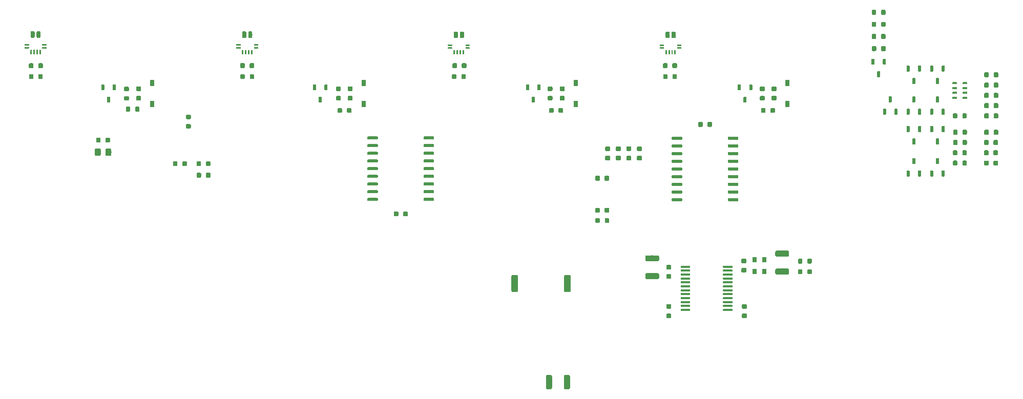
<source format=gbr>
G04 #@! TF.GenerationSoftware,KiCad,Pcbnew,(5.0.0-rc2-dev-296-g4594fedc2)*
G04 #@! TF.CreationDate,2018-05-02T00:47:15+09:30*
G04 #@! TF.ProjectId,zaphod-controller,7A6170686F642D636F6E74726F6C6C65,1.0*
G04 #@! TF.SameCoordinates,Original*
G04 #@! TF.FileFunction,Paste,Bot*
G04 #@! TF.FilePolarity,Positive*
%FSLAX46Y46*%
G04 Gerber Fmt 4.6, Leading zero omitted, Abs format (unit mm)*
G04 Created by KiCad (PCBNEW (5.0.0-rc2-dev-296-g4594fedc2)) date 05/02/18 00:47:15*
%MOMM*%
%LPD*%
G01*
G04 APERTURE LIST*
%ADD10C,0.100000*%
%ADD11C,0.478800*%
%ADD12C,0.991200*%
%ADD13C,0.512400*%
%ADD14C,0.336000*%
%ADD15C,0.252000*%
%ADD16C,0.672000*%
%ADD17C,1.092000*%
%ADD18C,0.772800*%
%ADD19C,0.974400*%
%ADD20R,0.756000X0.814800*%
%ADD21C,0.714000*%
%ADD22R,0.638400X1.008000*%
G04 APERTURE END LIST*
D10*
G36*
X136411073Y-72708513D02*
X136422692Y-72710237D01*
X136434087Y-72713091D01*
X136445147Y-72717049D01*
X136455766Y-72722071D01*
X136465842Y-72728110D01*
X136475277Y-72735108D01*
X136483981Y-72742996D01*
X136491869Y-72751700D01*
X136498867Y-72761135D01*
X136504906Y-72771211D01*
X136509928Y-72781830D01*
X136513886Y-72792890D01*
X136516740Y-72804285D01*
X136518464Y-72815904D01*
X136519040Y-72827637D01*
X136519040Y-73067037D01*
X136518464Y-73078770D01*
X136516740Y-73090389D01*
X136513886Y-73101784D01*
X136509928Y-73112844D01*
X136504906Y-73123463D01*
X136498867Y-73133539D01*
X136491869Y-73142974D01*
X136483981Y-73151678D01*
X136475277Y-73159566D01*
X136465842Y-73166564D01*
X136455766Y-73172603D01*
X136445147Y-73177625D01*
X136434087Y-73181583D01*
X136422692Y-73184437D01*
X136411073Y-73186161D01*
X136399340Y-73186737D01*
X134916740Y-73186737D01*
X134905007Y-73186161D01*
X134893388Y-73184437D01*
X134881993Y-73181583D01*
X134870933Y-73177625D01*
X134860314Y-73172603D01*
X134850238Y-73166564D01*
X134840803Y-73159566D01*
X134832099Y-73151678D01*
X134824211Y-73142974D01*
X134817213Y-73133539D01*
X134811174Y-73123463D01*
X134806152Y-73112844D01*
X134802194Y-73101784D01*
X134799340Y-73090389D01*
X134797616Y-73078770D01*
X134797040Y-73067037D01*
X134797040Y-72827637D01*
X134797616Y-72815904D01*
X134799340Y-72804285D01*
X134802194Y-72792890D01*
X134806152Y-72781830D01*
X134811174Y-72771211D01*
X134817213Y-72761135D01*
X134824211Y-72751700D01*
X134832099Y-72742996D01*
X134840803Y-72735108D01*
X134850238Y-72728110D01*
X134860314Y-72722071D01*
X134870933Y-72717049D01*
X134881993Y-72713091D01*
X134893388Y-72710237D01*
X134905007Y-72708513D01*
X134916740Y-72707937D01*
X136399340Y-72707937D01*
X136411073Y-72708513D01*
X136411073Y-72708513D01*
G37*
D11*
X135658040Y-72947337D03*
D10*
G36*
X136411073Y-73978513D02*
X136422692Y-73980237D01*
X136434087Y-73983091D01*
X136445147Y-73987049D01*
X136455766Y-73992071D01*
X136465842Y-73998110D01*
X136475277Y-74005108D01*
X136483981Y-74012996D01*
X136491869Y-74021700D01*
X136498867Y-74031135D01*
X136504906Y-74041211D01*
X136509928Y-74051830D01*
X136513886Y-74062890D01*
X136516740Y-74074285D01*
X136518464Y-74085904D01*
X136519040Y-74097637D01*
X136519040Y-74337037D01*
X136518464Y-74348770D01*
X136516740Y-74360389D01*
X136513886Y-74371784D01*
X136509928Y-74382844D01*
X136504906Y-74393463D01*
X136498867Y-74403539D01*
X136491869Y-74412974D01*
X136483981Y-74421678D01*
X136475277Y-74429566D01*
X136465842Y-74436564D01*
X136455766Y-74442603D01*
X136445147Y-74447625D01*
X136434087Y-74451583D01*
X136422692Y-74454437D01*
X136411073Y-74456161D01*
X136399340Y-74456737D01*
X134916740Y-74456737D01*
X134905007Y-74456161D01*
X134893388Y-74454437D01*
X134881993Y-74451583D01*
X134870933Y-74447625D01*
X134860314Y-74442603D01*
X134850238Y-74436564D01*
X134840803Y-74429566D01*
X134832099Y-74421678D01*
X134824211Y-74412974D01*
X134817213Y-74403539D01*
X134811174Y-74393463D01*
X134806152Y-74382844D01*
X134802194Y-74371784D01*
X134799340Y-74360389D01*
X134797616Y-74348770D01*
X134797040Y-74337037D01*
X134797040Y-74097637D01*
X134797616Y-74085904D01*
X134799340Y-74074285D01*
X134802194Y-74062890D01*
X134806152Y-74051830D01*
X134811174Y-74041211D01*
X134817213Y-74031135D01*
X134824211Y-74021700D01*
X134832099Y-74012996D01*
X134840803Y-74005108D01*
X134850238Y-73998110D01*
X134860314Y-73992071D01*
X134870933Y-73987049D01*
X134881993Y-73983091D01*
X134893388Y-73980237D01*
X134905007Y-73978513D01*
X134916740Y-73977937D01*
X136399340Y-73977937D01*
X136411073Y-73978513D01*
X136411073Y-73978513D01*
G37*
D11*
X135658040Y-74217337D03*
D10*
G36*
X136411073Y-75248513D02*
X136422692Y-75250237D01*
X136434087Y-75253091D01*
X136445147Y-75257049D01*
X136455766Y-75262071D01*
X136465842Y-75268110D01*
X136475277Y-75275108D01*
X136483981Y-75282996D01*
X136491869Y-75291700D01*
X136498867Y-75301135D01*
X136504906Y-75311211D01*
X136509928Y-75321830D01*
X136513886Y-75332890D01*
X136516740Y-75344285D01*
X136518464Y-75355904D01*
X136519040Y-75367637D01*
X136519040Y-75607037D01*
X136518464Y-75618770D01*
X136516740Y-75630389D01*
X136513886Y-75641784D01*
X136509928Y-75652844D01*
X136504906Y-75663463D01*
X136498867Y-75673539D01*
X136491869Y-75682974D01*
X136483981Y-75691678D01*
X136475277Y-75699566D01*
X136465842Y-75706564D01*
X136455766Y-75712603D01*
X136445147Y-75717625D01*
X136434087Y-75721583D01*
X136422692Y-75724437D01*
X136411073Y-75726161D01*
X136399340Y-75726737D01*
X134916740Y-75726737D01*
X134905007Y-75726161D01*
X134893388Y-75724437D01*
X134881993Y-75721583D01*
X134870933Y-75717625D01*
X134860314Y-75712603D01*
X134850238Y-75706564D01*
X134840803Y-75699566D01*
X134832099Y-75691678D01*
X134824211Y-75682974D01*
X134817213Y-75673539D01*
X134811174Y-75663463D01*
X134806152Y-75652844D01*
X134802194Y-75641784D01*
X134799340Y-75630389D01*
X134797616Y-75618770D01*
X134797040Y-75607037D01*
X134797040Y-75367637D01*
X134797616Y-75355904D01*
X134799340Y-75344285D01*
X134802194Y-75332890D01*
X134806152Y-75321830D01*
X134811174Y-75311211D01*
X134817213Y-75301135D01*
X134824211Y-75291700D01*
X134832099Y-75282996D01*
X134840803Y-75275108D01*
X134850238Y-75268110D01*
X134860314Y-75262071D01*
X134870933Y-75257049D01*
X134881993Y-75253091D01*
X134893388Y-75250237D01*
X134905007Y-75248513D01*
X134916740Y-75247937D01*
X136399340Y-75247937D01*
X136411073Y-75248513D01*
X136411073Y-75248513D01*
G37*
D11*
X135658040Y-75487337D03*
D10*
G36*
X136411073Y-76518513D02*
X136422692Y-76520237D01*
X136434087Y-76523091D01*
X136445147Y-76527049D01*
X136455766Y-76532071D01*
X136465842Y-76538110D01*
X136475277Y-76545108D01*
X136483981Y-76552996D01*
X136491869Y-76561700D01*
X136498867Y-76571135D01*
X136504906Y-76581211D01*
X136509928Y-76591830D01*
X136513886Y-76602890D01*
X136516740Y-76614285D01*
X136518464Y-76625904D01*
X136519040Y-76637637D01*
X136519040Y-76877037D01*
X136518464Y-76888770D01*
X136516740Y-76900389D01*
X136513886Y-76911784D01*
X136509928Y-76922844D01*
X136504906Y-76933463D01*
X136498867Y-76943539D01*
X136491869Y-76952974D01*
X136483981Y-76961678D01*
X136475277Y-76969566D01*
X136465842Y-76976564D01*
X136455766Y-76982603D01*
X136445147Y-76987625D01*
X136434087Y-76991583D01*
X136422692Y-76994437D01*
X136411073Y-76996161D01*
X136399340Y-76996737D01*
X134916740Y-76996737D01*
X134905007Y-76996161D01*
X134893388Y-76994437D01*
X134881993Y-76991583D01*
X134870933Y-76987625D01*
X134860314Y-76982603D01*
X134850238Y-76976564D01*
X134840803Y-76969566D01*
X134832099Y-76961678D01*
X134824211Y-76952974D01*
X134817213Y-76943539D01*
X134811174Y-76933463D01*
X134806152Y-76922844D01*
X134802194Y-76911784D01*
X134799340Y-76900389D01*
X134797616Y-76888770D01*
X134797040Y-76877037D01*
X134797040Y-76637637D01*
X134797616Y-76625904D01*
X134799340Y-76614285D01*
X134802194Y-76602890D01*
X134806152Y-76591830D01*
X134811174Y-76581211D01*
X134817213Y-76571135D01*
X134824211Y-76561700D01*
X134832099Y-76552996D01*
X134840803Y-76545108D01*
X134850238Y-76538110D01*
X134860314Y-76532071D01*
X134870933Y-76527049D01*
X134881993Y-76523091D01*
X134893388Y-76520237D01*
X134905007Y-76518513D01*
X134916740Y-76517937D01*
X136399340Y-76517937D01*
X136411073Y-76518513D01*
X136411073Y-76518513D01*
G37*
D11*
X135658040Y-76757337D03*
D10*
G36*
X136411073Y-77788513D02*
X136422692Y-77790237D01*
X136434087Y-77793091D01*
X136445147Y-77797049D01*
X136455766Y-77802071D01*
X136465842Y-77808110D01*
X136475277Y-77815108D01*
X136483981Y-77822996D01*
X136491869Y-77831700D01*
X136498867Y-77841135D01*
X136504906Y-77851211D01*
X136509928Y-77861830D01*
X136513886Y-77872890D01*
X136516740Y-77884285D01*
X136518464Y-77895904D01*
X136519040Y-77907637D01*
X136519040Y-78147037D01*
X136518464Y-78158770D01*
X136516740Y-78170389D01*
X136513886Y-78181784D01*
X136509928Y-78192844D01*
X136504906Y-78203463D01*
X136498867Y-78213539D01*
X136491869Y-78222974D01*
X136483981Y-78231678D01*
X136475277Y-78239566D01*
X136465842Y-78246564D01*
X136455766Y-78252603D01*
X136445147Y-78257625D01*
X136434087Y-78261583D01*
X136422692Y-78264437D01*
X136411073Y-78266161D01*
X136399340Y-78266737D01*
X134916740Y-78266737D01*
X134905007Y-78266161D01*
X134893388Y-78264437D01*
X134881993Y-78261583D01*
X134870933Y-78257625D01*
X134860314Y-78252603D01*
X134850238Y-78246564D01*
X134840803Y-78239566D01*
X134832099Y-78231678D01*
X134824211Y-78222974D01*
X134817213Y-78213539D01*
X134811174Y-78203463D01*
X134806152Y-78192844D01*
X134802194Y-78181784D01*
X134799340Y-78170389D01*
X134797616Y-78158770D01*
X134797040Y-78147037D01*
X134797040Y-77907637D01*
X134797616Y-77895904D01*
X134799340Y-77884285D01*
X134802194Y-77872890D01*
X134806152Y-77861830D01*
X134811174Y-77851211D01*
X134817213Y-77841135D01*
X134824211Y-77831700D01*
X134832099Y-77822996D01*
X134840803Y-77815108D01*
X134850238Y-77808110D01*
X134860314Y-77802071D01*
X134870933Y-77797049D01*
X134881993Y-77793091D01*
X134893388Y-77790237D01*
X134905007Y-77788513D01*
X134916740Y-77787937D01*
X136399340Y-77787937D01*
X136411073Y-77788513D01*
X136411073Y-77788513D01*
G37*
D11*
X135658040Y-78027337D03*
D10*
G36*
X136411073Y-79058513D02*
X136422692Y-79060237D01*
X136434087Y-79063091D01*
X136445147Y-79067049D01*
X136455766Y-79072071D01*
X136465842Y-79078110D01*
X136475277Y-79085108D01*
X136483981Y-79092996D01*
X136491869Y-79101700D01*
X136498867Y-79111135D01*
X136504906Y-79121211D01*
X136509928Y-79131830D01*
X136513886Y-79142890D01*
X136516740Y-79154285D01*
X136518464Y-79165904D01*
X136519040Y-79177637D01*
X136519040Y-79417037D01*
X136518464Y-79428770D01*
X136516740Y-79440389D01*
X136513886Y-79451784D01*
X136509928Y-79462844D01*
X136504906Y-79473463D01*
X136498867Y-79483539D01*
X136491869Y-79492974D01*
X136483981Y-79501678D01*
X136475277Y-79509566D01*
X136465842Y-79516564D01*
X136455766Y-79522603D01*
X136445147Y-79527625D01*
X136434087Y-79531583D01*
X136422692Y-79534437D01*
X136411073Y-79536161D01*
X136399340Y-79536737D01*
X134916740Y-79536737D01*
X134905007Y-79536161D01*
X134893388Y-79534437D01*
X134881993Y-79531583D01*
X134870933Y-79527625D01*
X134860314Y-79522603D01*
X134850238Y-79516564D01*
X134840803Y-79509566D01*
X134832099Y-79501678D01*
X134824211Y-79492974D01*
X134817213Y-79483539D01*
X134811174Y-79473463D01*
X134806152Y-79462844D01*
X134802194Y-79451784D01*
X134799340Y-79440389D01*
X134797616Y-79428770D01*
X134797040Y-79417037D01*
X134797040Y-79177637D01*
X134797616Y-79165904D01*
X134799340Y-79154285D01*
X134802194Y-79142890D01*
X134806152Y-79131830D01*
X134811174Y-79121211D01*
X134817213Y-79111135D01*
X134824211Y-79101700D01*
X134832099Y-79092996D01*
X134840803Y-79085108D01*
X134850238Y-79078110D01*
X134860314Y-79072071D01*
X134870933Y-79067049D01*
X134881993Y-79063091D01*
X134893388Y-79060237D01*
X134905007Y-79058513D01*
X134916740Y-79057937D01*
X136399340Y-79057937D01*
X136411073Y-79058513D01*
X136411073Y-79058513D01*
G37*
D11*
X135658040Y-79297337D03*
D10*
G36*
X136411073Y-80328513D02*
X136422692Y-80330237D01*
X136434087Y-80333091D01*
X136445147Y-80337049D01*
X136455766Y-80342071D01*
X136465842Y-80348110D01*
X136475277Y-80355108D01*
X136483981Y-80362996D01*
X136491869Y-80371700D01*
X136498867Y-80381135D01*
X136504906Y-80391211D01*
X136509928Y-80401830D01*
X136513886Y-80412890D01*
X136516740Y-80424285D01*
X136518464Y-80435904D01*
X136519040Y-80447637D01*
X136519040Y-80687037D01*
X136518464Y-80698770D01*
X136516740Y-80710389D01*
X136513886Y-80721784D01*
X136509928Y-80732844D01*
X136504906Y-80743463D01*
X136498867Y-80753539D01*
X136491869Y-80762974D01*
X136483981Y-80771678D01*
X136475277Y-80779566D01*
X136465842Y-80786564D01*
X136455766Y-80792603D01*
X136445147Y-80797625D01*
X136434087Y-80801583D01*
X136422692Y-80804437D01*
X136411073Y-80806161D01*
X136399340Y-80806737D01*
X134916740Y-80806737D01*
X134905007Y-80806161D01*
X134893388Y-80804437D01*
X134881993Y-80801583D01*
X134870933Y-80797625D01*
X134860314Y-80792603D01*
X134850238Y-80786564D01*
X134840803Y-80779566D01*
X134832099Y-80771678D01*
X134824211Y-80762974D01*
X134817213Y-80753539D01*
X134811174Y-80743463D01*
X134806152Y-80732844D01*
X134802194Y-80721784D01*
X134799340Y-80710389D01*
X134797616Y-80698770D01*
X134797040Y-80687037D01*
X134797040Y-80447637D01*
X134797616Y-80435904D01*
X134799340Y-80424285D01*
X134802194Y-80412890D01*
X134806152Y-80401830D01*
X134811174Y-80391211D01*
X134817213Y-80381135D01*
X134824211Y-80371700D01*
X134832099Y-80362996D01*
X134840803Y-80355108D01*
X134850238Y-80348110D01*
X134860314Y-80342071D01*
X134870933Y-80337049D01*
X134881993Y-80333091D01*
X134893388Y-80330237D01*
X134905007Y-80328513D01*
X134916740Y-80327937D01*
X136399340Y-80327937D01*
X136411073Y-80328513D01*
X136411073Y-80328513D01*
G37*
D11*
X135658040Y-80567337D03*
D10*
G36*
X136411073Y-81598513D02*
X136422692Y-81600237D01*
X136434087Y-81603091D01*
X136445147Y-81607049D01*
X136455766Y-81612071D01*
X136465842Y-81618110D01*
X136475277Y-81625108D01*
X136483981Y-81632996D01*
X136491869Y-81641700D01*
X136498867Y-81651135D01*
X136504906Y-81661211D01*
X136509928Y-81671830D01*
X136513886Y-81682890D01*
X136516740Y-81694285D01*
X136518464Y-81705904D01*
X136519040Y-81717637D01*
X136519040Y-81957037D01*
X136518464Y-81968770D01*
X136516740Y-81980389D01*
X136513886Y-81991784D01*
X136509928Y-82002844D01*
X136504906Y-82013463D01*
X136498867Y-82023539D01*
X136491869Y-82032974D01*
X136483981Y-82041678D01*
X136475277Y-82049566D01*
X136465842Y-82056564D01*
X136455766Y-82062603D01*
X136445147Y-82067625D01*
X136434087Y-82071583D01*
X136422692Y-82074437D01*
X136411073Y-82076161D01*
X136399340Y-82076737D01*
X134916740Y-82076737D01*
X134905007Y-82076161D01*
X134893388Y-82074437D01*
X134881993Y-82071583D01*
X134870933Y-82067625D01*
X134860314Y-82062603D01*
X134850238Y-82056564D01*
X134840803Y-82049566D01*
X134832099Y-82041678D01*
X134824211Y-82032974D01*
X134817213Y-82023539D01*
X134811174Y-82013463D01*
X134806152Y-82002844D01*
X134802194Y-81991784D01*
X134799340Y-81980389D01*
X134797616Y-81968770D01*
X134797040Y-81957037D01*
X134797040Y-81717637D01*
X134797616Y-81705904D01*
X134799340Y-81694285D01*
X134802194Y-81682890D01*
X134806152Y-81671830D01*
X134811174Y-81661211D01*
X134817213Y-81651135D01*
X134824211Y-81641700D01*
X134832099Y-81632996D01*
X134840803Y-81625108D01*
X134850238Y-81618110D01*
X134860314Y-81612071D01*
X134870933Y-81607049D01*
X134881993Y-81603091D01*
X134893388Y-81600237D01*
X134905007Y-81598513D01*
X134916740Y-81597937D01*
X136399340Y-81597937D01*
X136411073Y-81598513D01*
X136411073Y-81598513D01*
G37*
D11*
X135658040Y-81837337D03*
D10*
G36*
X136411073Y-82868513D02*
X136422692Y-82870237D01*
X136434087Y-82873091D01*
X136445147Y-82877049D01*
X136455766Y-82882071D01*
X136465842Y-82888110D01*
X136475277Y-82895108D01*
X136483981Y-82902996D01*
X136491869Y-82911700D01*
X136498867Y-82921135D01*
X136504906Y-82931211D01*
X136509928Y-82941830D01*
X136513886Y-82952890D01*
X136516740Y-82964285D01*
X136518464Y-82975904D01*
X136519040Y-82987637D01*
X136519040Y-83227037D01*
X136518464Y-83238770D01*
X136516740Y-83250389D01*
X136513886Y-83261784D01*
X136509928Y-83272844D01*
X136504906Y-83283463D01*
X136498867Y-83293539D01*
X136491869Y-83302974D01*
X136483981Y-83311678D01*
X136475277Y-83319566D01*
X136465842Y-83326564D01*
X136455766Y-83332603D01*
X136445147Y-83337625D01*
X136434087Y-83341583D01*
X136422692Y-83344437D01*
X136411073Y-83346161D01*
X136399340Y-83346737D01*
X134916740Y-83346737D01*
X134905007Y-83346161D01*
X134893388Y-83344437D01*
X134881993Y-83341583D01*
X134870933Y-83337625D01*
X134860314Y-83332603D01*
X134850238Y-83326564D01*
X134840803Y-83319566D01*
X134832099Y-83311678D01*
X134824211Y-83302974D01*
X134817213Y-83293539D01*
X134811174Y-83283463D01*
X134806152Y-83272844D01*
X134802194Y-83261784D01*
X134799340Y-83250389D01*
X134797616Y-83238770D01*
X134797040Y-83227037D01*
X134797040Y-82987637D01*
X134797616Y-82975904D01*
X134799340Y-82964285D01*
X134802194Y-82952890D01*
X134806152Y-82941830D01*
X134811174Y-82931211D01*
X134817213Y-82921135D01*
X134824211Y-82911700D01*
X134832099Y-82902996D01*
X134840803Y-82895108D01*
X134850238Y-82888110D01*
X134860314Y-82882071D01*
X134870933Y-82877049D01*
X134881993Y-82873091D01*
X134893388Y-82870237D01*
X134905007Y-82868513D01*
X134916740Y-82867937D01*
X136399340Y-82867937D01*
X136411073Y-82868513D01*
X136411073Y-82868513D01*
G37*
D11*
X135658040Y-83107337D03*
D10*
G36*
X145691073Y-82868513D02*
X145702692Y-82870237D01*
X145714087Y-82873091D01*
X145725147Y-82877049D01*
X145735766Y-82882071D01*
X145745842Y-82888110D01*
X145755277Y-82895108D01*
X145763981Y-82902996D01*
X145771869Y-82911700D01*
X145778867Y-82921135D01*
X145784906Y-82931211D01*
X145789928Y-82941830D01*
X145793886Y-82952890D01*
X145796740Y-82964285D01*
X145798464Y-82975904D01*
X145799040Y-82987637D01*
X145799040Y-83227037D01*
X145798464Y-83238770D01*
X145796740Y-83250389D01*
X145793886Y-83261784D01*
X145789928Y-83272844D01*
X145784906Y-83283463D01*
X145778867Y-83293539D01*
X145771869Y-83302974D01*
X145763981Y-83311678D01*
X145755277Y-83319566D01*
X145745842Y-83326564D01*
X145735766Y-83332603D01*
X145725147Y-83337625D01*
X145714087Y-83341583D01*
X145702692Y-83344437D01*
X145691073Y-83346161D01*
X145679340Y-83346737D01*
X144196740Y-83346737D01*
X144185007Y-83346161D01*
X144173388Y-83344437D01*
X144161993Y-83341583D01*
X144150933Y-83337625D01*
X144140314Y-83332603D01*
X144130238Y-83326564D01*
X144120803Y-83319566D01*
X144112099Y-83311678D01*
X144104211Y-83302974D01*
X144097213Y-83293539D01*
X144091174Y-83283463D01*
X144086152Y-83272844D01*
X144082194Y-83261784D01*
X144079340Y-83250389D01*
X144077616Y-83238770D01*
X144077040Y-83227037D01*
X144077040Y-82987637D01*
X144077616Y-82975904D01*
X144079340Y-82964285D01*
X144082194Y-82952890D01*
X144086152Y-82941830D01*
X144091174Y-82931211D01*
X144097213Y-82921135D01*
X144104211Y-82911700D01*
X144112099Y-82902996D01*
X144120803Y-82895108D01*
X144130238Y-82888110D01*
X144140314Y-82882071D01*
X144150933Y-82877049D01*
X144161993Y-82873091D01*
X144173388Y-82870237D01*
X144185007Y-82868513D01*
X144196740Y-82867937D01*
X145679340Y-82867937D01*
X145691073Y-82868513D01*
X145691073Y-82868513D01*
G37*
D11*
X144938040Y-83107337D03*
D10*
G36*
X145691073Y-81598513D02*
X145702692Y-81600237D01*
X145714087Y-81603091D01*
X145725147Y-81607049D01*
X145735766Y-81612071D01*
X145745842Y-81618110D01*
X145755277Y-81625108D01*
X145763981Y-81632996D01*
X145771869Y-81641700D01*
X145778867Y-81651135D01*
X145784906Y-81661211D01*
X145789928Y-81671830D01*
X145793886Y-81682890D01*
X145796740Y-81694285D01*
X145798464Y-81705904D01*
X145799040Y-81717637D01*
X145799040Y-81957037D01*
X145798464Y-81968770D01*
X145796740Y-81980389D01*
X145793886Y-81991784D01*
X145789928Y-82002844D01*
X145784906Y-82013463D01*
X145778867Y-82023539D01*
X145771869Y-82032974D01*
X145763981Y-82041678D01*
X145755277Y-82049566D01*
X145745842Y-82056564D01*
X145735766Y-82062603D01*
X145725147Y-82067625D01*
X145714087Y-82071583D01*
X145702692Y-82074437D01*
X145691073Y-82076161D01*
X145679340Y-82076737D01*
X144196740Y-82076737D01*
X144185007Y-82076161D01*
X144173388Y-82074437D01*
X144161993Y-82071583D01*
X144150933Y-82067625D01*
X144140314Y-82062603D01*
X144130238Y-82056564D01*
X144120803Y-82049566D01*
X144112099Y-82041678D01*
X144104211Y-82032974D01*
X144097213Y-82023539D01*
X144091174Y-82013463D01*
X144086152Y-82002844D01*
X144082194Y-81991784D01*
X144079340Y-81980389D01*
X144077616Y-81968770D01*
X144077040Y-81957037D01*
X144077040Y-81717637D01*
X144077616Y-81705904D01*
X144079340Y-81694285D01*
X144082194Y-81682890D01*
X144086152Y-81671830D01*
X144091174Y-81661211D01*
X144097213Y-81651135D01*
X144104211Y-81641700D01*
X144112099Y-81632996D01*
X144120803Y-81625108D01*
X144130238Y-81618110D01*
X144140314Y-81612071D01*
X144150933Y-81607049D01*
X144161993Y-81603091D01*
X144173388Y-81600237D01*
X144185007Y-81598513D01*
X144196740Y-81597937D01*
X145679340Y-81597937D01*
X145691073Y-81598513D01*
X145691073Y-81598513D01*
G37*
D11*
X144938040Y-81837337D03*
D10*
G36*
X145691073Y-80328513D02*
X145702692Y-80330237D01*
X145714087Y-80333091D01*
X145725147Y-80337049D01*
X145735766Y-80342071D01*
X145745842Y-80348110D01*
X145755277Y-80355108D01*
X145763981Y-80362996D01*
X145771869Y-80371700D01*
X145778867Y-80381135D01*
X145784906Y-80391211D01*
X145789928Y-80401830D01*
X145793886Y-80412890D01*
X145796740Y-80424285D01*
X145798464Y-80435904D01*
X145799040Y-80447637D01*
X145799040Y-80687037D01*
X145798464Y-80698770D01*
X145796740Y-80710389D01*
X145793886Y-80721784D01*
X145789928Y-80732844D01*
X145784906Y-80743463D01*
X145778867Y-80753539D01*
X145771869Y-80762974D01*
X145763981Y-80771678D01*
X145755277Y-80779566D01*
X145745842Y-80786564D01*
X145735766Y-80792603D01*
X145725147Y-80797625D01*
X145714087Y-80801583D01*
X145702692Y-80804437D01*
X145691073Y-80806161D01*
X145679340Y-80806737D01*
X144196740Y-80806737D01*
X144185007Y-80806161D01*
X144173388Y-80804437D01*
X144161993Y-80801583D01*
X144150933Y-80797625D01*
X144140314Y-80792603D01*
X144130238Y-80786564D01*
X144120803Y-80779566D01*
X144112099Y-80771678D01*
X144104211Y-80762974D01*
X144097213Y-80753539D01*
X144091174Y-80743463D01*
X144086152Y-80732844D01*
X144082194Y-80721784D01*
X144079340Y-80710389D01*
X144077616Y-80698770D01*
X144077040Y-80687037D01*
X144077040Y-80447637D01*
X144077616Y-80435904D01*
X144079340Y-80424285D01*
X144082194Y-80412890D01*
X144086152Y-80401830D01*
X144091174Y-80391211D01*
X144097213Y-80381135D01*
X144104211Y-80371700D01*
X144112099Y-80362996D01*
X144120803Y-80355108D01*
X144130238Y-80348110D01*
X144140314Y-80342071D01*
X144150933Y-80337049D01*
X144161993Y-80333091D01*
X144173388Y-80330237D01*
X144185007Y-80328513D01*
X144196740Y-80327937D01*
X145679340Y-80327937D01*
X145691073Y-80328513D01*
X145691073Y-80328513D01*
G37*
D11*
X144938040Y-80567337D03*
D10*
G36*
X145691073Y-79058513D02*
X145702692Y-79060237D01*
X145714087Y-79063091D01*
X145725147Y-79067049D01*
X145735766Y-79072071D01*
X145745842Y-79078110D01*
X145755277Y-79085108D01*
X145763981Y-79092996D01*
X145771869Y-79101700D01*
X145778867Y-79111135D01*
X145784906Y-79121211D01*
X145789928Y-79131830D01*
X145793886Y-79142890D01*
X145796740Y-79154285D01*
X145798464Y-79165904D01*
X145799040Y-79177637D01*
X145799040Y-79417037D01*
X145798464Y-79428770D01*
X145796740Y-79440389D01*
X145793886Y-79451784D01*
X145789928Y-79462844D01*
X145784906Y-79473463D01*
X145778867Y-79483539D01*
X145771869Y-79492974D01*
X145763981Y-79501678D01*
X145755277Y-79509566D01*
X145745842Y-79516564D01*
X145735766Y-79522603D01*
X145725147Y-79527625D01*
X145714087Y-79531583D01*
X145702692Y-79534437D01*
X145691073Y-79536161D01*
X145679340Y-79536737D01*
X144196740Y-79536737D01*
X144185007Y-79536161D01*
X144173388Y-79534437D01*
X144161993Y-79531583D01*
X144150933Y-79527625D01*
X144140314Y-79522603D01*
X144130238Y-79516564D01*
X144120803Y-79509566D01*
X144112099Y-79501678D01*
X144104211Y-79492974D01*
X144097213Y-79483539D01*
X144091174Y-79473463D01*
X144086152Y-79462844D01*
X144082194Y-79451784D01*
X144079340Y-79440389D01*
X144077616Y-79428770D01*
X144077040Y-79417037D01*
X144077040Y-79177637D01*
X144077616Y-79165904D01*
X144079340Y-79154285D01*
X144082194Y-79142890D01*
X144086152Y-79131830D01*
X144091174Y-79121211D01*
X144097213Y-79111135D01*
X144104211Y-79101700D01*
X144112099Y-79092996D01*
X144120803Y-79085108D01*
X144130238Y-79078110D01*
X144140314Y-79072071D01*
X144150933Y-79067049D01*
X144161993Y-79063091D01*
X144173388Y-79060237D01*
X144185007Y-79058513D01*
X144196740Y-79057937D01*
X145679340Y-79057937D01*
X145691073Y-79058513D01*
X145691073Y-79058513D01*
G37*
D11*
X144938040Y-79297337D03*
D10*
G36*
X145691073Y-77788513D02*
X145702692Y-77790237D01*
X145714087Y-77793091D01*
X145725147Y-77797049D01*
X145735766Y-77802071D01*
X145745842Y-77808110D01*
X145755277Y-77815108D01*
X145763981Y-77822996D01*
X145771869Y-77831700D01*
X145778867Y-77841135D01*
X145784906Y-77851211D01*
X145789928Y-77861830D01*
X145793886Y-77872890D01*
X145796740Y-77884285D01*
X145798464Y-77895904D01*
X145799040Y-77907637D01*
X145799040Y-78147037D01*
X145798464Y-78158770D01*
X145796740Y-78170389D01*
X145793886Y-78181784D01*
X145789928Y-78192844D01*
X145784906Y-78203463D01*
X145778867Y-78213539D01*
X145771869Y-78222974D01*
X145763981Y-78231678D01*
X145755277Y-78239566D01*
X145745842Y-78246564D01*
X145735766Y-78252603D01*
X145725147Y-78257625D01*
X145714087Y-78261583D01*
X145702692Y-78264437D01*
X145691073Y-78266161D01*
X145679340Y-78266737D01*
X144196740Y-78266737D01*
X144185007Y-78266161D01*
X144173388Y-78264437D01*
X144161993Y-78261583D01*
X144150933Y-78257625D01*
X144140314Y-78252603D01*
X144130238Y-78246564D01*
X144120803Y-78239566D01*
X144112099Y-78231678D01*
X144104211Y-78222974D01*
X144097213Y-78213539D01*
X144091174Y-78203463D01*
X144086152Y-78192844D01*
X144082194Y-78181784D01*
X144079340Y-78170389D01*
X144077616Y-78158770D01*
X144077040Y-78147037D01*
X144077040Y-77907637D01*
X144077616Y-77895904D01*
X144079340Y-77884285D01*
X144082194Y-77872890D01*
X144086152Y-77861830D01*
X144091174Y-77851211D01*
X144097213Y-77841135D01*
X144104211Y-77831700D01*
X144112099Y-77822996D01*
X144120803Y-77815108D01*
X144130238Y-77808110D01*
X144140314Y-77802071D01*
X144150933Y-77797049D01*
X144161993Y-77793091D01*
X144173388Y-77790237D01*
X144185007Y-77788513D01*
X144196740Y-77787937D01*
X145679340Y-77787937D01*
X145691073Y-77788513D01*
X145691073Y-77788513D01*
G37*
D11*
X144938040Y-78027337D03*
D10*
G36*
X145691073Y-76518513D02*
X145702692Y-76520237D01*
X145714087Y-76523091D01*
X145725147Y-76527049D01*
X145735766Y-76532071D01*
X145745842Y-76538110D01*
X145755277Y-76545108D01*
X145763981Y-76552996D01*
X145771869Y-76561700D01*
X145778867Y-76571135D01*
X145784906Y-76581211D01*
X145789928Y-76591830D01*
X145793886Y-76602890D01*
X145796740Y-76614285D01*
X145798464Y-76625904D01*
X145799040Y-76637637D01*
X145799040Y-76877037D01*
X145798464Y-76888770D01*
X145796740Y-76900389D01*
X145793886Y-76911784D01*
X145789928Y-76922844D01*
X145784906Y-76933463D01*
X145778867Y-76943539D01*
X145771869Y-76952974D01*
X145763981Y-76961678D01*
X145755277Y-76969566D01*
X145745842Y-76976564D01*
X145735766Y-76982603D01*
X145725147Y-76987625D01*
X145714087Y-76991583D01*
X145702692Y-76994437D01*
X145691073Y-76996161D01*
X145679340Y-76996737D01*
X144196740Y-76996737D01*
X144185007Y-76996161D01*
X144173388Y-76994437D01*
X144161993Y-76991583D01*
X144150933Y-76987625D01*
X144140314Y-76982603D01*
X144130238Y-76976564D01*
X144120803Y-76969566D01*
X144112099Y-76961678D01*
X144104211Y-76952974D01*
X144097213Y-76943539D01*
X144091174Y-76933463D01*
X144086152Y-76922844D01*
X144082194Y-76911784D01*
X144079340Y-76900389D01*
X144077616Y-76888770D01*
X144077040Y-76877037D01*
X144077040Y-76637637D01*
X144077616Y-76625904D01*
X144079340Y-76614285D01*
X144082194Y-76602890D01*
X144086152Y-76591830D01*
X144091174Y-76581211D01*
X144097213Y-76571135D01*
X144104211Y-76561700D01*
X144112099Y-76552996D01*
X144120803Y-76545108D01*
X144130238Y-76538110D01*
X144140314Y-76532071D01*
X144150933Y-76527049D01*
X144161993Y-76523091D01*
X144173388Y-76520237D01*
X144185007Y-76518513D01*
X144196740Y-76517937D01*
X145679340Y-76517937D01*
X145691073Y-76518513D01*
X145691073Y-76518513D01*
G37*
D11*
X144938040Y-76757337D03*
D10*
G36*
X145691073Y-75248513D02*
X145702692Y-75250237D01*
X145714087Y-75253091D01*
X145725147Y-75257049D01*
X145735766Y-75262071D01*
X145745842Y-75268110D01*
X145755277Y-75275108D01*
X145763981Y-75282996D01*
X145771869Y-75291700D01*
X145778867Y-75301135D01*
X145784906Y-75311211D01*
X145789928Y-75321830D01*
X145793886Y-75332890D01*
X145796740Y-75344285D01*
X145798464Y-75355904D01*
X145799040Y-75367637D01*
X145799040Y-75607037D01*
X145798464Y-75618770D01*
X145796740Y-75630389D01*
X145793886Y-75641784D01*
X145789928Y-75652844D01*
X145784906Y-75663463D01*
X145778867Y-75673539D01*
X145771869Y-75682974D01*
X145763981Y-75691678D01*
X145755277Y-75699566D01*
X145745842Y-75706564D01*
X145735766Y-75712603D01*
X145725147Y-75717625D01*
X145714087Y-75721583D01*
X145702692Y-75724437D01*
X145691073Y-75726161D01*
X145679340Y-75726737D01*
X144196740Y-75726737D01*
X144185007Y-75726161D01*
X144173388Y-75724437D01*
X144161993Y-75721583D01*
X144150933Y-75717625D01*
X144140314Y-75712603D01*
X144130238Y-75706564D01*
X144120803Y-75699566D01*
X144112099Y-75691678D01*
X144104211Y-75682974D01*
X144097213Y-75673539D01*
X144091174Y-75663463D01*
X144086152Y-75652844D01*
X144082194Y-75641784D01*
X144079340Y-75630389D01*
X144077616Y-75618770D01*
X144077040Y-75607037D01*
X144077040Y-75367637D01*
X144077616Y-75355904D01*
X144079340Y-75344285D01*
X144082194Y-75332890D01*
X144086152Y-75321830D01*
X144091174Y-75311211D01*
X144097213Y-75301135D01*
X144104211Y-75291700D01*
X144112099Y-75282996D01*
X144120803Y-75275108D01*
X144130238Y-75268110D01*
X144140314Y-75262071D01*
X144150933Y-75257049D01*
X144161993Y-75253091D01*
X144173388Y-75250237D01*
X144185007Y-75248513D01*
X144196740Y-75247937D01*
X145679340Y-75247937D01*
X145691073Y-75248513D01*
X145691073Y-75248513D01*
G37*
D11*
X144938040Y-75487337D03*
D10*
G36*
X145691073Y-73978513D02*
X145702692Y-73980237D01*
X145714087Y-73983091D01*
X145725147Y-73987049D01*
X145735766Y-73992071D01*
X145745842Y-73998110D01*
X145755277Y-74005108D01*
X145763981Y-74012996D01*
X145771869Y-74021700D01*
X145778867Y-74031135D01*
X145784906Y-74041211D01*
X145789928Y-74051830D01*
X145793886Y-74062890D01*
X145796740Y-74074285D01*
X145798464Y-74085904D01*
X145799040Y-74097637D01*
X145799040Y-74337037D01*
X145798464Y-74348770D01*
X145796740Y-74360389D01*
X145793886Y-74371784D01*
X145789928Y-74382844D01*
X145784906Y-74393463D01*
X145778867Y-74403539D01*
X145771869Y-74412974D01*
X145763981Y-74421678D01*
X145755277Y-74429566D01*
X145745842Y-74436564D01*
X145735766Y-74442603D01*
X145725147Y-74447625D01*
X145714087Y-74451583D01*
X145702692Y-74454437D01*
X145691073Y-74456161D01*
X145679340Y-74456737D01*
X144196740Y-74456737D01*
X144185007Y-74456161D01*
X144173388Y-74454437D01*
X144161993Y-74451583D01*
X144150933Y-74447625D01*
X144140314Y-74442603D01*
X144130238Y-74436564D01*
X144120803Y-74429566D01*
X144112099Y-74421678D01*
X144104211Y-74412974D01*
X144097213Y-74403539D01*
X144091174Y-74393463D01*
X144086152Y-74382844D01*
X144082194Y-74371784D01*
X144079340Y-74360389D01*
X144077616Y-74348770D01*
X144077040Y-74337037D01*
X144077040Y-74097637D01*
X144077616Y-74085904D01*
X144079340Y-74074285D01*
X144082194Y-74062890D01*
X144086152Y-74051830D01*
X144091174Y-74041211D01*
X144097213Y-74031135D01*
X144104211Y-74021700D01*
X144112099Y-74012996D01*
X144120803Y-74005108D01*
X144130238Y-73998110D01*
X144140314Y-73992071D01*
X144150933Y-73987049D01*
X144161993Y-73983091D01*
X144173388Y-73980237D01*
X144185007Y-73978513D01*
X144196740Y-73977937D01*
X145679340Y-73977937D01*
X145691073Y-73978513D01*
X145691073Y-73978513D01*
G37*
D11*
X144938040Y-74217337D03*
D10*
G36*
X145691073Y-72708513D02*
X145702692Y-72710237D01*
X145714087Y-72713091D01*
X145725147Y-72717049D01*
X145735766Y-72722071D01*
X145745842Y-72728110D01*
X145755277Y-72735108D01*
X145763981Y-72742996D01*
X145771869Y-72751700D01*
X145778867Y-72761135D01*
X145784906Y-72771211D01*
X145789928Y-72781830D01*
X145793886Y-72792890D01*
X145796740Y-72804285D01*
X145798464Y-72815904D01*
X145799040Y-72827637D01*
X145799040Y-73067037D01*
X145798464Y-73078770D01*
X145796740Y-73090389D01*
X145793886Y-73101784D01*
X145789928Y-73112844D01*
X145784906Y-73123463D01*
X145778867Y-73133539D01*
X145771869Y-73142974D01*
X145763981Y-73151678D01*
X145755277Y-73159566D01*
X145745842Y-73166564D01*
X145735766Y-73172603D01*
X145725147Y-73177625D01*
X145714087Y-73181583D01*
X145702692Y-73184437D01*
X145691073Y-73186161D01*
X145679340Y-73186737D01*
X144196740Y-73186737D01*
X144185007Y-73186161D01*
X144173388Y-73184437D01*
X144161993Y-73181583D01*
X144150933Y-73177625D01*
X144140314Y-73172603D01*
X144130238Y-73166564D01*
X144120803Y-73159566D01*
X144112099Y-73151678D01*
X144104211Y-73142974D01*
X144097213Y-73133539D01*
X144091174Y-73123463D01*
X144086152Y-73112844D01*
X144082194Y-73101784D01*
X144079340Y-73090389D01*
X144077616Y-73078770D01*
X144077040Y-73067037D01*
X144077040Y-72827637D01*
X144077616Y-72815904D01*
X144079340Y-72804285D01*
X144082194Y-72792890D01*
X144086152Y-72781830D01*
X144091174Y-72771211D01*
X144097213Y-72761135D01*
X144104211Y-72751700D01*
X144112099Y-72742996D01*
X144120803Y-72735108D01*
X144130238Y-72728110D01*
X144140314Y-72722071D01*
X144150933Y-72717049D01*
X144161993Y-72713091D01*
X144173388Y-72710237D01*
X144185007Y-72708513D01*
X144196740Y-72707937D01*
X145679340Y-72707937D01*
X145691073Y-72708513D01*
X145691073Y-72708513D01*
G37*
D11*
X144938040Y-72947337D03*
D10*
G36*
X195994993Y-82913839D02*
X196006612Y-82915563D01*
X196018007Y-82918417D01*
X196029067Y-82922375D01*
X196039686Y-82927397D01*
X196049762Y-82933436D01*
X196059197Y-82940434D01*
X196067901Y-82948322D01*
X196075789Y-82957026D01*
X196082787Y-82966461D01*
X196088826Y-82976537D01*
X196093848Y-82987156D01*
X196097806Y-82998216D01*
X196100660Y-83009611D01*
X196102384Y-83021230D01*
X196102960Y-83032963D01*
X196102960Y-83272363D01*
X196102384Y-83284096D01*
X196100660Y-83295715D01*
X196097806Y-83307110D01*
X196093848Y-83318170D01*
X196088826Y-83328789D01*
X196082787Y-83338865D01*
X196075789Y-83348300D01*
X196067901Y-83357004D01*
X196059197Y-83364892D01*
X196049762Y-83371890D01*
X196039686Y-83377929D01*
X196029067Y-83382951D01*
X196018007Y-83386909D01*
X196006612Y-83389763D01*
X195994993Y-83391487D01*
X195983260Y-83392063D01*
X194500660Y-83392063D01*
X194488927Y-83391487D01*
X194477308Y-83389763D01*
X194465913Y-83386909D01*
X194454853Y-83382951D01*
X194444234Y-83377929D01*
X194434158Y-83371890D01*
X194424723Y-83364892D01*
X194416019Y-83357004D01*
X194408131Y-83348300D01*
X194401133Y-83338865D01*
X194395094Y-83328789D01*
X194390072Y-83318170D01*
X194386114Y-83307110D01*
X194383260Y-83295715D01*
X194381536Y-83284096D01*
X194380960Y-83272363D01*
X194380960Y-83032963D01*
X194381536Y-83021230D01*
X194383260Y-83009611D01*
X194386114Y-82998216D01*
X194390072Y-82987156D01*
X194395094Y-82976537D01*
X194401133Y-82966461D01*
X194408131Y-82957026D01*
X194416019Y-82948322D01*
X194424723Y-82940434D01*
X194434158Y-82933436D01*
X194444234Y-82927397D01*
X194454853Y-82922375D01*
X194465913Y-82918417D01*
X194477308Y-82915563D01*
X194488927Y-82913839D01*
X194500660Y-82913263D01*
X195983260Y-82913263D01*
X195994993Y-82913839D01*
X195994993Y-82913839D01*
G37*
D11*
X195241960Y-83152663D03*
D10*
G36*
X195994993Y-81643839D02*
X196006612Y-81645563D01*
X196018007Y-81648417D01*
X196029067Y-81652375D01*
X196039686Y-81657397D01*
X196049762Y-81663436D01*
X196059197Y-81670434D01*
X196067901Y-81678322D01*
X196075789Y-81687026D01*
X196082787Y-81696461D01*
X196088826Y-81706537D01*
X196093848Y-81717156D01*
X196097806Y-81728216D01*
X196100660Y-81739611D01*
X196102384Y-81751230D01*
X196102960Y-81762963D01*
X196102960Y-82002363D01*
X196102384Y-82014096D01*
X196100660Y-82025715D01*
X196097806Y-82037110D01*
X196093848Y-82048170D01*
X196088826Y-82058789D01*
X196082787Y-82068865D01*
X196075789Y-82078300D01*
X196067901Y-82087004D01*
X196059197Y-82094892D01*
X196049762Y-82101890D01*
X196039686Y-82107929D01*
X196029067Y-82112951D01*
X196018007Y-82116909D01*
X196006612Y-82119763D01*
X195994993Y-82121487D01*
X195983260Y-82122063D01*
X194500660Y-82122063D01*
X194488927Y-82121487D01*
X194477308Y-82119763D01*
X194465913Y-82116909D01*
X194454853Y-82112951D01*
X194444234Y-82107929D01*
X194434158Y-82101890D01*
X194424723Y-82094892D01*
X194416019Y-82087004D01*
X194408131Y-82078300D01*
X194401133Y-82068865D01*
X194395094Y-82058789D01*
X194390072Y-82048170D01*
X194386114Y-82037110D01*
X194383260Y-82025715D01*
X194381536Y-82014096D01*
X194380960Y-82002363D01*
X194380960Y-81762963D01*
X194381536Y-81751230D01*
X194383260Y-81739611D01*
X194386114Y-81728216D01*
X194390072Y-81717156D01*
X194395094Y-81706537D01*
X194401133Y-81696461D01*
X194408131Y-81687026D01*
X194416019Y-81678322D01*
X194424723Y-81670434D01*
X194434158Y-81663436D01*
X194444234Y-81657397D01*
X194454853Y-81652375D01*
X194465913Y-81648417D01*
X194477308Y-81645563D01*
X194488927Y-81643839D01*
X194500660Y-81643263D01*
X195983260Y-81643263D01*
X195994993Y-81643839D01*
X195994993Y-81643839D01*
G37*
D11*
X195241960Y-81882663D03*
D10*
G36*
X195994993Y-80373839D02*
X196006612Y-80375563D01*
X196018007Y-80378417D01*
X196029067Y-80382375D01*
X196039686Y-80387397D01*
X196049762Y-80393436D01*
X196059197Y-80400434D01*
X196067901Y-80408322D01*
X196075789Y-80417026D01*
X196082787Y-80426461D01*
X196088826Y-80436537D01*
X196093848Y-80447156D01*
X196097806Y-80458216D01*
X196100660Y-80469611D01*
X196102384Y-80481230D01*
X196102960Y-80492963D01*
X196102960Y-80732363D01*
X196102384Y-80744096D01*
X196100660Y-80755715D01*
X196097806Y-80767110D01*
X196093848Y-80778170D01*
X196088826Y-80788789D01*
X196082787Y-80798865D01*
X196075789Y-80808300D01*
X196067901Y-80817004D01*
X196059197Y-80824892D01*
X196049762Y-80831890D01*
X196039686Y-80837929D01*
X196029067Y-80842951D01*
X196018007Y-80846909D01*
X196006612Y-80849763D01*
X195994993Y-80851487D01*
X195983260Y-80852063D01*
X194500660Y-80852063D01*
X194488927Y-80851487D01*
X194477308Y-80849763D01*
X194465913Y-80846909D01*
X194454853Y-80842951D01*
X194444234Y-80837929D01*
X194434158Y-80831890D01*
X194424723Y-80824892D01*
X194416019Y-80817004D01*
X194408131Y-80808300D01*
X194401133Y-80798865D01*
X194395094Y-80788789D01*
X194390072Y-80778170D01*
X194386114Y-80767110D01*
X194383260Y-80755715D01*
X194381536Y-80744096D01*
X194380960Y-80732363D01*
X194380960Y-80492963D01*
X194381536Y-80481230D01*
X194383260Y-80469611D01*
X194386114Y-80458216D01*
X194390072Y-80447156D01*
X194395094Y-80436537D01*
X194401133Y-80426461D01*
X194408131Y-80417026D01*
X194416019Y-80408322D01*
X194424723Y-80400434D01*
X194434158Y-80393436D01*
X194444234Y-80387397D01*
X194454853Y-80382375D01*
X194465913Y-80378417D01*
X194477308Y-80375563D01*
X194488927Y-80373839D01*
X194500660Y-80373263D01*
X195983260Y-80373263D01*
X195994993Y-80373839D01*
X195994993Y-80373839D01*
G37*
D11*
X195241960Y-80612663D03*
D10*
G36*
X195994993Y-79103839D02*
X196006612Y-79105563D01*
X196018007Y-79108417D01*
X196029067Y-79112375D01*
X196039686Y-79117397D01*
X196049762Y-79123436D01*
X196059197Y-79130434D01*
X196067901Y-79138322D01*
X196075789Y-79147026D01*
X196082787Y-79156461D01*
X196088826Y-79166537D01*
X196093848Y-79177156D01*
X196097806Y-79188216D01*
X196100660Y-79199611D01*
X196102384Y-79211230D01*
X196102960Y-79222963D01*
X196102960Y-79462363D01*
X196102384Y-79474096D01*
X196100660Y-79485715D01*
X196097806Y-79497110D01*
X196093848Y-79508170D01*
X196088826Y-79518789D01*
X196082787Y-79528865D01*
X196075789Y-79538300D01*
X196067901Y-79547004D01*
X196059197Y-79554892D01*
X196049762Y-79561890D01*
X196039686Y-79567929D01*
X196029067Y-79572951D01*
X196018007Y-79576909D01*
X196006612Y-79579763D01*
X195994993Y-79581487D01*
X195983260Y-79582063D01*
X194500660Y-79582063D01*
X194488927Y-79581487D01*
X194477308Y-79579763D01*
X194465913Y-79576909D01*
X194454853Y-79572951D01*
X194444234Y-79567929D01*
X194434158Y-79561890D01*
X194424723Y-79554892D01*
X194416019Y-79547004D01*
X194408131Y-79538300D01*
X194401133Y-79528865D01*
X194395094Y-79518789D01*
X194390072Y-79508170D01*
X194386114Y-79497110D01*
X194383260Y-79485715D01*
X194381536Y-79474096D01*
X194380960Y-79462363D01*
X194380960Y-79222963D01*
X194381536Y-79211230D01*
X194383260Y-79199611D01*
X194386114Y-79188216D01*
X194390072Y-79177156D01*
X194395094Y-79166537D01*
X194401133Y-79156461D01*
X194408131Y-79147026D01*
X194416019Y-79138322D01*
X194424723Y-79130434D01*
X194434158Y-79123436D01*
X194444234Y-79117397D01*
X194454853Y-79112375D01*
X194465913Y-79108417D01*
X194477308Y-79105563D01*
X194488927Y-79103839D01*
X194500660Y-79103263D01*
X195983260Y-79103263D01*
X195994993Y-79103839D01*
X195994993Y-79103839D01*
G37*
D11*
X195241960Y-79342663D03*
D10*
G36*
X195994993Y-77833839D02*
X196006612Y-77835563D01*
X196018007Y-77838417D01*
X196029067Y-77842375D01*
X196039686Y-77847397D01*
X196049762Y-77853436D01*
X196059197Y-77860434D01*
X196067901Y-77868322D01*
X196075789Y-77877026D01*
X196082787Y-77886461D01*
X196088826Y-77896537D01*
X196093848Y-77907156D01*
X196097806Y-77918216D01*
X196100660Y-77929611D01*
X196102384Y-77941230D01*
X196102960Y-77952963D01*
X196102960Y-78192363D01*
X196102384Y-78204096D01*
X196100660Y-78215715D01*
X196097806Y-78227110D01*
X196093848Y-78238170D01*
X196088826Y-78248789D01*
X196082787Y-78258865D01*
X196075789Y-78268300D01*
X196067901Y-78277004D01*
X196059197Y-78284892D01*
X196049762Y-78291890D01*
X196039686Y-78297929D01*
X196029067Y-78302951D01*
X196018007Y-78306909D01*
X196006612Y-78309763D01*
X195994993Y-78311487D01*
X195983260Y-78312063D01*
X194500660Y-78312063D01*
X194488927Y-78311487D01*
X194477308Y-78309763D01*
X194465913Y-78306909D01*
X194454853Y-78302951D01*
X194444234Y-78297929D01*
X194434158Y-78291890D01*
X194424723Y-78284892D01*
X194416019Y-78277004D01*
X194408131Y-78268300D01*
X194401133Y-78258865D01*
X194395094Y-78248789D01*
X194390072Y-78238170D01*
X194386114Y-78227110D01*
X194383260Y-78215715D01*
X194381536Y-78204096D01*
X194380960Y-78192363D01*
X194380960Y-77952963D01*
X194381536Y-77941230D01*
X194383260Y-77929611D01*
X194386114Y-77918216D01*
X194390072Y-77907156D01*
X194395094Y-77896537D01*
X194401133Y-77886461D01*
X194408131Y-77877026D01*
X194416019Y-77868322D01*
X194424723Y-77860434D01*
X194434158Y-77853436D01*
X194444234Y-77847397D01*
X194454853Y-77842375D01*
X194465913Y-77838417D01*
X194477308Y-77835563D01*
X194488927Y-77833839D01*
X194500660Y-77833263D01*
X195983260Y-77833263D01*
X195994993Y-77833839D01*
X195994993Y-77833839D01*
G37*
D11*
X195241960Y-78072663D03*
D10*
G36*
X195994993Y-76563839D02*
X196006612Y-76565563D01*
X196018007Y-76568417D01*
X196029067Y-76572375D01*
X196039686Y-76577397D01*
X196049762Y-76583436D01*
X196059197Y-76590434D01*
X196067901Y-76598322D01*
X196075789Y-76607026D01*
X196082787Y-76616461D01*
X196088826Y-76626537D01*
X196093848Y-76637156D01*
X196097806Y-76648216D01*
X196100660Y-76659611D01*
X196102384Y-76671230D01*
X196102960Y-76682963D01*
X196102960Y-76922363D01*
X196102384Y-76934096D01*
X196100660Y-76945715D01*
X196097806Y-76957110D01*
X196093848Y-76968170D01*
X196088826Y-76978789D01*
X196082787Y-76988865D01*
X196075789Y-76998300D01*
X196067901Y-77007004D01*
X196059197Y-77014892D01*
X196049762Y-77021890D01*
X196039686Y-77027929D01*
X196029067Y-77032951D01*
X196018007Y-77036909D01*
X196006612Y-77039763D01*
X195994993Y-77041487D01*
X195983260Y-77042063D01*
X194500660Y-77042063D01*
X194488927Y-77041487D01*
X194477308Y-77039763D01*
X194465913Y-77036909D01*
X194454853Y-77032951D01*
X194444234Y-77027929D01*
X194434158Y-77021890D01*
X194424723Y-77014892D01*
X194416019Y-77007004D01*
X194408131Y-76998300D01*
X194401133Y-76988865D01*
X194395094Y-76978789D01*
X194390072Y-76968170D01*
X194386114Y-76957110D01*
X194383260Y-76945715D01*
X194381536Y-76934096D01*
X194380960Y-76922363D01*
X194380960Y-76682963D01*
X194381536Y-76671230D01*
X194383260Y-76659611D01*
X194386114Y-76648216D01*
X194390072Y-76637156D01*
X194395094Y-76626537D01*
X194401133Y-76616461D01*
X194408131Y-76607026D01*
X194416019Y-76598322D01*
X194424723Y-76590434D01*
X194434158Y-76583436D01*
X194444234Y-76577397D01*
X194454853Y-76572375D01*
X194465913Y-76568417D01*
X194477308Y-76565563D01*
X194488927Y-76563839D01*
X194500660Y-76563263D01*
X195983260Y-76563263D01*
X195994993Y-76563839D01*
X195994993Y-76563839D01*
G37*
D11*
X195241960Y-76802663D03*
D10*
G36*
X195994993Y-75293839D02*
X196006612Y-75295563D01*
X196018007Y-75298417D01*
X196029067Y-75302375D01*
X196039686Y-75307397D01*
X196049762Y-75313436D01*
X196059197Y-75320434D01*
X196067901Y-75328322D01*
X196075789Y-75337026D01*
X196082787Y-75346461D01*
X196088826Y-75356537D01*
X196093848Y-75367156D01*
X196097806Y-75378216D01*
X196100660Y-75389611D01*
X196102384Y-75401230D01*
X196102960Y-75412963D01*
X196102960Y-75652363D01*
X196102384Y-75664096D01*
X196100660Y-75675715D01*
X196097806Y-75687110D01*
X196093848Y-75698170D01*
X196088826Y-75708789D01*
X196082787Y-75718865D01*
X196075789Y-75728300D01*
X196067901Y-75737004D01*
X196059197Y-75744892D01*
X196049762Y-75751890D01*
X196039686Y-75757929D01*
X196029067Y-75762951D01*
X196018007Y-75766909D01*
X196006612Y-75769763D01*
X195994993Y-75771487D01*
X195983260Y-75772063D01*
X194500660Y-75772063D01*
X194488927Y-75771487D01*
X194477308Y-75769763D01*
X194465913Y-75766909D01*
X194454853Y-75762951D01*
X194444234Y-75757929D01*
X194434158Y-75751890D01*
X194424723Y-75744892D01*
X194416019Y-75737004D01*
X194408131Y-75728300D01*
X194401133Y-75718865D01*
X194395094Y-75708789D01*
X194390072Y-75698170D01*
X194386114Y-75687110D01*
X194383260Y-75675715D01*
X194381536Y-75664096D01*
X194380960Y-75652363D01*
X194380960Y-75412963D01*
X194381536Y-75401230D01*
X194383260Y-75389611D01*
X194386114Y-75378216D01*
X194390072Y-75367156D01*
X194395094Y-75356537D01*
X194401133Y-75346461D01*
X194408131Y-75337026D01*
X194416019Y-75328322D01*
X194424723Y-75320434D01*
X194434158Y-75313436D01*
X194444234Y-75307397D01*
X194454853Y-75302375D01*
X194465913Y-75298417D01*
X194477308Y-75295563D01*
X194488927Y-75293839D01*
X194500660Y-75293263D01*
X195983260Y-75293263D01*
X195994993Y-75293839D01*
X195994993Y-75293839D01*
G37*
D11*
X195241960Y-75532663D03*
D10*
G36*
X195994993Y-74023839D02*
X196006612Y-74025563D01*
X196018007Y-74028417D01*
X196029067Y-74032375D01*
X196039686Y-74037397D01*
X196049762Y-74043436D01*
X196059197Y-74050434D01*
X196067901Y-74058322D01*
X196075789Y-74067026D01*
X196082787Y-74076461D01*
X196088826Y-74086537D01*
X196093848Y-74097156D01*
X196097806Y-74108216D01*
X196100660Y-74119611D01*
X196102384Y-74131230D01*
X196102960Y-74142963D01*
X196102960Y-74382363D01*
X196102384Y-74394096D01*
X196100660Y-74405715D01*
X196097806Y-74417110D01*
X196093848Y-74428170D01*
X196088826Y-74438789D01*
X196082787Y-74448865D01*
X196075789Y-74458300D01*
X196067901Y-74467004D01*
X196059197Y-74474892D01*
X196049762Y-74481890D01*
X196039686Y-74487929D01*
X196029067Y-74492951D01*
X196018007Y-74496909D01*
X196006612Y-74499763D01*
X195994993Y-74501487D01*
X195983260Y-74502063D01*
X194500660Y-74502063D01*
X194488927Y-74501487D01*
X194477308Y-74499763D01*
X194465913Y-74496909D01*
X194454853Y-74492951D01*
X194444234Y-74487929D01*
X194434158Y-74481890D01*
X194424723Y-74474892D01*
X194416019Y-74467004D01*
X194408131Y-74458300D01*
X194401133Y-74448865D01*
X194395094Y-74438789D01*
X194390072Y-74428170D01*
X194386114Y-74417110D01*
X194383260Y-74405715D01*
X194381536Y-74394096D01*
X194380960Y-74382363D01*
X194380960Y-74142963D01*
X194381536Y-74131230D01*
X194383260Y-74119611D01*
X194386114Y-74108216D01*
X194390072Y-74097156D01*
X194395094Y-74086537D01*
X194401133Y-74076461D01*
X194408131Y-74067026D01*
X194416019Y-74058322D01*
X194424723Y-74050434D01*
X194434158Y-74043436D01*
X194444234Y-74037397D01*
X194454853Y-74032375D01*
X194465913Y-74028417D01*
X194477308Y-74025563D01*
X194488927Y-74023839D01*
X194500660Y-74023263D01*
X195983260Y-74023263D01*
X195994993Y-74023839D01*
X195994993Y-74023839D01*
G37*
D11*
X195241960Y-74262663D03*
D10*
G36*
X195994993Y-72753839D02*
X196006612Y-72755563D01*
X196018007Y-72758417D01*
X196029067Y-72762375D01*
X196039686Y-72767397D01*
X196049762Y-72773436D01*
X196059197Y-72780434D01*
X196067901Y-72788322D01*
X196075789Y-72797026D01*
X196082787Y-72806461D01*
X196088826Y-72816537D01*
X196093848Y-72827156D01*
X196097806Y-72838216D01*
X196100660Y-72849611D01*
X196102384Y-72861230D01*
X196102960Y-72872963D01*
X196102960Y-73112363D01*
X196102384Y-73124096D01*
X196100660Y-73135715D01*
X196097806Y-73147110D01*
X196093848Y-73158170D01*
X196088826Y-73168789D01*
X196082787Y-73178865D01*
X196075789Y-73188300D01*
X196067901Y-73197004D01*
X196059197Y-73204892D01*
X196049762Y-73211890D01*
X196039686Y-73217929D01*
X196029067Y-73222951D01*
X196018007Y-73226909D01*
X196006612Y-73229763D01*
X195994993Y-73231487D01*
X195983260Y-73232063D01*
X194500660Y-73232063D01*
X194488927Y-73231487D01*
X194477308Y-73229763D01*
X194465913Y-73226909D01*
X194454853Y-73222951D01*
X194444234Y-73217929D01*
X194434158Y-73211890D01*
X194424723Y-73204892D01*
X194416019Y-73197004D01*
X194408131Y-73188300D01*
X194401133Y-73178865D01*
X194395094Y-73168789D01*
X194390072Y-73158170D01*
X194386114Y-73147110D01*
X194383260Y-73135715D01*
X194381536Y-73124096D01*
X194380960Y-73112363D01*
X194380960Y-72872963D01*
X194381536Y-72861230D01*
X194383260Y-72849611D01*
X194386114Y-72838216D01*
X194390072Y-72827156D01*
X194395094Y-72816537D01*
X194401133Y-72806461D01*
X194408131Y-72797026D01*
X194416019Y-72788322D01*
X194424723Y-72780434D01*
X194434158Y-72773436D01*
X194444234Y-72767397D01*
X194454853Y-72762375D01*
X194465913Y-72758417D01*
X194477308Y-72755563D01*
X194488927Y-72753839D01*
X194500660Y-72753263D01*
X195983260Y-72753263D01*
X195994993Y-72753839D01*
X195994993Y-72753839D01*
G37*
D11*
X195241960Y-72992663D03*
D10*
G36*
X186714993Y-72753839D02*
X186726612Y-72755563D01*
X186738007Y-72758417D01*
X186749067Y-72762375D01*
X186759686Y-72767397D01*
X186769762Y-72773436D01*
X186779197Y-72780434D01*
X186787901Y-72788322D01*
X186795789Y-72797026D01*
X186802787Y-72806461D01*
X186808826Y-72816537D01*
X186813848Y-72827156D01*
X186817806Y-72838216D01*
X186820660Y-72849611D01*
X186822384Y-72861230D01*
X186822960Y-72872963D01*
X186822960Y-73112363D01*
X186822384Y-73124096D01*
X186820660Y-73135715D01*
X186817806Y-73147110D01*
X186813848Y-73158170D01*
X186808826Y-73168789D01*
X186802787Y-73178865D01*
X186795789Y-73188300D01*
X186787901Y-73197004D01*
X186779197Y-73204892D01*
X186769762Y-73211890D01*
X186759686Y-73217929D01*
X186749067Y-73222951D01*
X186738007Y-73226909D01*
X186726612Y-73229763D01*
X186714993Y-73231487D01*
X186703260Y-73232063D01*
X185220660Y-73232063D01*
X185208927Y-73231487D01*
X185197308Y-73229763D01*
X185185913Y-73226909D01*
X185174853Y-73222951D01*
X185164234Y-73217929D01*
X185154158Y-73211890D01*
X185144723Y-73204892D01*
X185136019Y-73197004D01*
X185128131Y-73188300D01*
X185121133Y-73178865D01*
X185115094Y-73168789D01*
X185110072Y-73158170D01*
X185106114Y-73147110D01*
X185103260Y-73135715D01*
X185101536Y-73124096D01*
X185100960Y-73112363D01*
X185100960Y-72872963D01*
X185101536Y-72861230D01*
X185103260Y-72849611D01*
X185106114Y-72838216D01*
X185110072Y-72827156D01*
X185115094Y-72816537D01*
X185121133Y-72806461D01*
X185128131Y-72797026D01*
X185136019Y-72788322D01*
X185144723Y-72780434D01*
X185154158Y-72773436D01*
X185164234Y-72767397D01*
X185174853Y-72762375D01*
X185185913Y-72758417D01*
X185197308Y-72755563D01*
X185208927Y-72753839D01*
X185220660Y-72753263D01*
X186703260Y-72753263D01*
X186714993Y-72753839D01*
X186714993Y-72753839D01*
G37*
D11*
X185961960Y-72992663D03*
D10*
G36*
X186714993Y-74023839D02*
X186726612Y-74025563D01*
X186738007Y-74028417D01*
X186749067Y-74032375D01*
X186759686Y-74037397D01*
X186769762Y-74043436D01*
X186779197Y-74050434D01*
X186787901Y-74058322D01*
X186795789Y-74067026D01*
X186802787Y-74076461D01*
X186808826Y-74086537D01*
X186813848Y-74097156D01*
X186817806Y-74108216D01*
X186820660Y-74119611D01*
X186822384Y-74131230D01*
X186822960Y-74142963D01*
X186822960Y-74382363D01*
X186822384Y-74394096D01*
X186820660Y-74405715D01*
X186817806Y-74417110D01*
X186813848Y-74428170D01*
X186808826Y-74438789D01*
X186802787Y-74448865D01*
X186795789Y-74458300D01*
X186787901Y-74467004D01*
X186779197Y-74474892D01*
X186769762Y-74481890D01*
X186759686Y-74487929D01*
X186749067Y-74492951D01*
X186738007Y-74496909D01*
X186726612Y-74499763D01*
X186714993Y-74501487D01*
X186703260Y-74502063D01*
X185220660Y-74502063D01*
X185208927Y-74501487D01*
X185197308Y-74499763D01*
X185185913Y-74496909D01*
X185174853Y-74492951D01*
X185164234Y-74487929D01*
X185154158Y-74481890D01*
X185144723Y-74474892D01*
X185136019Y-74467004D01*
X185128131Y-74458300D01*
X185121133Y-74448865D01*
X185115094Y-74438789D01*
X185110072Y-74428170D01*
X185106114Y-74417110D01*
X185103260Y-74405715D01*
X185101536Y-74394096D01*
X185100960Y-74382363D01*
X185100960Y-74142963D01*
X185101536Y-74131230D01*
X185103260Y-74119611D01*
X185106114Y-74108216D01*
X185110072Y-74097156D01*
X185115094Y-74086537D01*
X185121133Y-74076461D01*
X185128131Y-74067026D01*
X185136019Y-74058322D01*
X185144723Y-74050434D01*
X185154158Y-74043436D01*
X185164234Y-74037397D01*
X185174853Y-74032375D01*
X185185913Y-74028417D01*
X185197308Y-74025563D01*
X185208927Y-74023839D01*
X185220660Y-74023263D01*
X186703260Y-74023263D01*
X186714993Y-74023839D01*
X186714993Y-74023839D01*
G37*
D11*
X185961960Y-74262663D03*
D10*
G36*
X186714993Y-75293839D02*
X186726612Y-75295563D01*
X186738007Y-75298417D01*
X186749067Y-75302375D01*
X186759686Y-75307397D01*
X186769762Y-75313436D01*
X186779197Y-75320434D01*
X186787901Y-75328322D01*
X186795789Y-75337026D01*
X186802787Y-75346461D01*
X186808826Y-75356537D01*
X186813848Y-75367156D01*
X186817806Y-75378216D01*
X186820660Y-75389611D01*
X186822384Y-75401230D01*
X186822960Y-75412963D01*
X186822960Y-75652363D01*
X186822384Y-75664096D01*
X186820660Y-75675715D01*
X186817806Y-75687110D01*
X186813848Y-75698170D01*
X186808826Y-75708789D01*
X186802787Y-75718865D01*
X186795789Y-75728300D01*
X186787901Y-75737004D01*
X186779197Y-75744892D01*
X186769762Y-75751890D01*
X186759686Y-75757929D01*
X186749067Y-75762951D01*
X186738007Y-75766909D01*
X186726612Y-75769763D01*
X186714993Y-75771487D01*
X186703260Y-75772063D01*
X185220660Y-75772063D01*
X185208927Y-75771487D01*
X185197308Y-75769763D01*
X185185913Y-75766909D01*
X185174853Y-75762951D01*
X185164234Y-75757929D01*
X185154158Y-75751890D01*
X185144723Y-75744892D01*
X185136019Y-75737004D01*
X185128131Y-75728300D01*
X185121133Y-75718865D01*
X185115094Y-75708789D01*
X185110072Y-75698170D01*
X185106114Y-75687110D01*
X185103260Y-75675715D01*
X185101536Y-75664096D01*
X185100960Y-75652363D01*
X185100960Y-75412963D01*
X185101536Y-75401230D01*
X185103260Y-75389611D01*
X185106114Y-75378216D01*
X185110072Y-75367156D01*
X185115094Y-75356537D01*
X185121133Y-75346461D01*
X185128131Y-75337026D01*
X185136019Y-75328322D01*
X185144723Y-75320434D01*
X185154158Y-75313436D01*
X185164234Y-75307397D01*
X185174853Y-75302375D01*
X185185913Y-75298417D01*
X185197308Y-75295563D01*
X185208927Y-75293839D01*
X185220660Y-75293263D01*
X186703260Y-75293263D01*
X186714993Y-75293839D01*
X186714993Y-75293839D01*
G37*
D11*
X185961960Y-75532663D03*
D10*
G36*
X186714993Y-76563839D02*
X186726612Y-76565563D01*
X186738007Y-76568417D01*
X186749067Y-76572375D01*
X186759686Y-76577397D01*
X186769762Y-76583436D01*
X186779197Y-76590434D01*
X186787901Y-76598322D01*
X186795789Y-76607026D01*
X186802787Y-76616461D01*
X186808826Y-76626537D01*
X186813848Y-76637156D01*
X186817806Y-76648216D01*
X186820660Y-76659611D01*
X186822384Y-76671230D01*
X186822960Y-76682963D01*
X186822960Y-76922363D01*
X186822384Y-76934096D01*
X186820660Y-76945715D01*
X186817806Y-76957110D01*
X186813848Y-76968170D01*
X186808826Y-76978789D01*
X186802787Y-76988865D01*
X186795789Y-76998300D01*
X186787901Y-77007004D01*
X186779197Y-77014892D01*
X186769762Y-77021890D01*
X186759686Y-77027929D01*
X186749067Y-77032951D01*
X186738007Y-77036909D01*
X186726612Y-77039763D01*
X186714993Y-77041487D01*
X186703260Y-77042063D01*
X185220660Y-77042063D01*
X185208927Y-77041487D01*
X185197308Y-77039763D01*
X185185913Y-77036909D01*
X185174853Y-77032951D01*
X185164234Y-77027929D01*
X185154158Y-77021890D01*
X185144723Y-77014892D01*
X185136019Y-77007004D01*
X185128131Y-76998300D01*
X185121133Y-76988865D01*
X185115094Y-76978789D01*
X185110072Y-76968170D01*
X185106114Y-76957110D01*
X185103260Y-76945715D01*
X185101536Y-76934096D01*
X185100960Y-76922363D01*
X185100960Y-76682963D01*
X185101536Y-76671230D01*
X185103260Y-76659611D01*
X185106114Y-76648216D01*
X185110072Y-76637156D01*
X185115094Y-76626537D01*
X185121133Y-76616461D01*
X185128131Y-76607026D01*
X185136019Y-76598322D01*
X185144723Y-76590434D01*
X185154158Y-76583436D01*
X185164234Y-76577397D01*
X185174853Y-76572375D01*
X185185913Y-76568417D01*
X185197308Y-76565563D01*
X185208927Y-76563839D01*
X185220660Y-76563263D01*
X186703260Y-76563263D01*
X186714993Y-76563839D01*
X186714993Y-76563839D01*
G37*
D11*
X185961960Y-76802663D03*
D10*
G36*
X186714993Y-77833839D02*
X186726612Y-77835563D01*
X186738007Y-77838417D01*
X186749067Y-77842375D01*
X186759686Y-77847397D01*
X186769762Y-77853436D01*
X186779197Y-77860434D01*
X186787901Y-77868322D01*
X186795789Y-77877026D01*
X186802787Y-77886461D01*
X186808826Y-77896537D01*
X186813848Y-77907156D01*
X186817806Y-77918216D01*
X186820660Y-77929611D01*
X186822384Y-77941230D01*
X186822960Y-77952963D01*
X186822960Y-78192363D01*
X186822384Y-78204096D01*
X186820660Y-78215715D01*
X186817806Y-78227110D01*
X186813848Y-78238170D01*
X186808826Y-78248789D01*
X186802787Y-78258865D01*
X186795789Y-78268300D01*
X186787901Y-78277004D01*
X186779197Y-78284892D01*
X186769762Y-78291890D01*
X186759686Y-78297929D01*
X186749067Y-78302951D01*
X186738007Y-78306909D01*
X186726612Y-78309763D01*
X186714993Y-78311487D01*
X186703260Y-78312063D01*
X185220660Y-78312063D01*
X185208927Y-78311487D01*
X185197308Y-78309763D01*
X185185913Y-78306909D01*
X185174853Y-78302951D01*
X185164234Y-78297929D01*
X185154158Y-78291890D01*
X185144723Y-78284892D01*
X185136019Y-78277004D01*
X185128131Y-78268300D01*
X185121133Y-78258865D01*
X185115094Y-78248789D01*
X185110072Y-78238170D01*
X185106114Y-78227110D01*
X185103260Y-78215715D01*
X185101536Y-78204096D01*
X185100960Y-78192363D01*
X185100960Y-77952963D01*
X185101536Y-77941230D01*
X185103260Y-77929611D01*
X185106114Y-77918216D01*
X185110072Y-77907156D01*
X185115094Y-77896537D01*
X185121133Y-77886461D01*
X185128131Y-77877026D01*
X185136019Y-77868322D01*
X185144723Y-77860434D01*
X185154158Y-77853436D01*
X185164234Y-77847397D01*
X185174853Y-77842375D01*
X185185913Y-77838417D01*
X185197308Y-77835563D01*
X185208927Y-77833839D01*
X185220660Y-77833263D01*
X186703260Y-77833263D01*
X186714993Y-77833839D01*
X186714993Y-77833839D01*
G37*
D11*
X185961960Y-78072663D03*
D10*
G36*
X186714993Y-79103839D02*
X186726612Y-79105563D01*
X186738007Y-79108417D01*
X186749067Y-79112375D01*
X186759686Y-79117397D01*
X186769762Y-79123436D01*
X186779197Y-79130434D01*
X186787901Y-79138322D01*
X186795789Y-79147026D01*
X186802787Y-79156461D01*
X186808826Y-79166537D01*
X186813848Y-79177156D01*
X186817806Y-79188216D01*
X186820660Y-79199611D01*
X186822384Y-79211230D01*
X186822960Y-79222963D01*
X186822960Y-79462363D01*
X186822384Y-79474096D01*
X186820660Y-79485715D01*
X186817806Y-79497110D01*
X186813848Y-79508170D01*
X186808826Y-79518789D01*
X186802787Y-79528865D01*
X186795789Y-79538300D01*
X186787901Y-79547004D01*
X186779197Y-79554892D01*
X186769762Y-79561890D01*
X186759686Y-79567929D01*
X186749067Y-79572951D01*
X186738007Y-79576909D01*
X186726612Y-79579763D01*
X186714993Y-79581487D01*
X186703260Y-79582063D01*
X185220660Y-79582063D01*
X185208927Y-79581487D01*
X185197308Y-79579763D01*
X185185913Y-79576909D01*
X185174853Y-79572951D01*
X185164234Y-79567929D01*
X185154158Y-79561890D01*
X185144723Y-79554892D01*
X185136019Y-79547004D01*
X185128131Y-79538300D01*
X185121133Y-79528865D01*
X185115094Y-79518789D01*
X185110072Y-79508170D01*
X185106114Y-79497110D01*
X185103260Y-79485715D01*
X185101536Y-79474096D01*
X185100960Y-79462363D01*
X185100960Y-79222963D01*
X185101536Y-79211230D01*
X185103260Y-79199611D01*
X185106114Y-79188216D01*
X185110072Y-79177156D01*
X185115094Y-79166537D01*
X185121133Y-79156461D01*
X185128131Y-79147026D01*
X185136019Y-79138322D01*
X185144723Y-79130434D01*
X185154158Y-79123436D01*
X185164234Y-79117397D01*
X185174853Y-79112375D01*
X185185913Y-79108417D01*
X185197308Y-79105563D01*
X185208927Y-79103839D01*
X185220660Y-79103263D01*
X186703260Y-79103263D01*
X186714993Y-79103839D01*
X186714993Y-79103839D01*
G37*
D11*
X185961960Y-79342663D03*
D10*
G36*
X186714993Y-80373839D02*
X186726612Y-80375563D01*
X186738007Y-80378417D01*
X186749067Y-80382375D01*
X186759686Y-80387397D01*
X186769762Y-80393436D01*
X186779197Y-80400434D01*
X186787901Y-80408322D01*
X186795789Y-80417026D01*
X186802787Y-80426461D01*
X186808826Y-80436537D01*
X186813848Y-80447156D01*
X186817806Y-80458216D01*
X186820660Y-80469611D01*
X186822384Y-80481230D01*
X186822960Y-80492963D01*
X186822960Y-80732363D01*
X186822384Y-80744096D01*
X186820660Y-80755715D01*
X186817806Y-80767110D01*
X186813848Y-80778170D01*
X186808826Y-80788789D01*
X186802787Y-80798865D01*
X186795789Y-80808300D01*
X186787901Y-80817004D01*
X186779197Y-80824892D01*
X186769762Y-80831890D01*
X186759686Y-80837929D01*
X186749067Y-80842951D01*
X186738007Y-80846909D01*
X186726612Y-80849763D01*
X186714993Y-80851487D01*
X186703260Y-80852063D01*
X185220660Y-80852063D01*
X185208927Y-80851487D01*
X185197308Y-80849763D01*
X185185913Y-80846909D01*
X185174853Y-80842951D01*
X185164234Y-80837929D01*
X185154158Y-80831890D01*
X185144723Y-80824892D01*
X185136019Y-80817004D01*
X185128131Y-80808300D01*
X185121133Y-80798865D01*
X185115094Y-80788789D01*
X185110072Y-80778170D01*
X185106114Y-80767110D01*
X185103260Y-80755715D01*
X185101536Y-80744096D01*
X185100960Y-80732363D01*
X185100960Y-80492963D01*
X185101536Y-80481230D01*
X185103260Y-80469611D01*
X185106114Y-80458216D01*
X185110072Y-80447156D01*
X185115094Y-80436537D01*
X185121133Y-80426461D01*
X185128131Y-80417026D01*
X185136019Y-80408322D01*
X185144723Y-80400434D01*
X185154158Y-80393436D01*
X185164234Y-80387397D01*
X185174853Y-80382375D01*
X185185913Y-80378417D01*
X185197308Y-80375563D01*
X185208927Y-80373839D01*
X185220660Y-80373263D01*
X186703260Y-80373263D01*
X186714993Y-80373839D01*
X186714993Y-80373839D01*
G37*
D11*
X185961960Y-80612663D03*
D10*
G36*
X186714993Y-81643839D02*
X186726612Y-81645563D01*
X186738007Y-81648417D01*
X186749067Y-81652375D01*
X186759686Y-81657397D01*
X186769762Y-81663436D01*
X186779197Y-81670434D01*
X186787901Y-81678322D01*
X186795789Y-81687026D01*
X186802787Y-81696461D01*
X186808826Y-81706537D01*
X186813848Y-81717156D01*
X186817806Y-81728216D01*
X186820660Y-81739611D01*
X186822384Y-81751230D01*
X186822960Y-81762963D01*
X186822960Y-82002363D01*
X186822384Y-82014096D01*
X186820660Y-82025715D01*
X186817806Y-82037110D01*
X186813848Y-82048170D01*
X186808826Y-82058789D01*
X186802787Y-82068865D01*
X186795789Y-82078300D01*
X186787901Y-82087004D01*
X186779197Y-82094892D01*
X186769762Y-82101890D01*
X186759686Y-82107929D01*
X186749067Y-82112951D01*
X186738007Y-82116909D01*
X186726612Y-82119763D01*
X186714993Y-82121487D01*
X186703260Y-82122063D01*
X185220660Y-82122063D01*
X185208927Y-82121487D01*
X185197308Y-82119763D01*
X185185913Y-82116909D01*
X185174853Y-82112951D01*
X185164234Y-82107929D01*
X185154158Y-82101890D01*
X185144723Y-82094892D01*
X185136019Y-82087004D01*
X185128131Y-82078300D01*
X185121133Y-82068865D01*
X185115094Y-82058789D01*
X185110072Y-82048170D01*
X185106114Y-82037110D01*
X185103260Y-82025715D01*
X185101536Y-82014096D01*
X185100960Y-82002363D01*
X185100960Y-81762963D01*
X185101536Y-81751230D01*
X185103260Y-81739611D01*
X185106114Y-81728216D01*
X185110072Y-81717156D01*
X185115094Y-81706537D01*
X185121133Y-81696461D01*
X185128131Y-81687026D01*
X185136019Y-81678322D01*
X185144723Y-81670434D01*
X185154158Y-81663436D01*
X185164234Y-81657397D01*
X185174853Y-81652375D01*
X185185913Y-81648417D01*
X185197308Y-81645563D01*
X185208927Y-81643839D01*
X185220660Y-81643263D01*
X186703260Y-81643263D01*
X186714993Y-81643839D01*
X186714993Y-81643839D01*
G37*
D11*
X185961960Y-81882663D03*
D10*
G36*
X186714993Y-82913839D02*
X186726612Y-82915563D01*
X186738007Y-82918417D01*
X186749067Y-82922375D01*
X186759686Y-82927397D01*
X186769762Y-82933436D01*
X186779197Y-82940434D01*
X186787901Y-82948322D01*
X186795789Y-82957026D01*
X186802787Y-82966461D01*
X186808826Y-82976537D01*
X186813848Y-82987156D01*
X186817806Y-82998216D01*
X186820660Y-83009611D01*
X186822384Y-83021230D01*
X186822960Y-83032963D01*
X186822960Y-83272363D01*
X186822384Y-83284096D01*
X186820660Y-83295715D01*
X186817806Y-83307110D01*
X186813848Y-83318170D01*
X186808826Y-83328789D01*
X186802787Y-83338865D01*
X186795789Y-83348300D01*
X186787901Y-83357004D01*
X186779197Y-83364892D01*
X186769762Y-83371890D01*
X186759686Y-83377929D01*
X186749067Y-83382951D01*
X186738007Y-83386909D01*
X186726612Y-83389763D01*
X186714993Y-83391487D01*
X186703260Y-83392063D01*
X185220660Y-83392063D01*
X185208927Y-83391487D01*
X185197308Y-83389763D01*
X185185913Y-83386909D01*
X185174853Y-83382951D01*
X185164234Y-83377929D01*
X185154158Y-83371890D01*
X185144723Y-83364892D01*
X185136019Y-83357004D01*
X185128131Y-83348300D01*
X185121133Y-83338865D01*
X185115094Y-83328789D01*
X185110072Y-83318170D01*
X185106114Y-83307110D01*
X185103260Y-83295715D01*
X185101536Y-83284096D01*
X185100960Y-83272363D01*
X185100960Y-83032963D01*
X185101536Y-83021230D01*
X185103260Y-83009611D01*
X185106114Y-82998216D01*
X185110072Y-82987156D01*
X185115094Y-82976537D01*
X185121133Y-82966461D01*
X185128131Y-82957026D01*
X185136019Y-82948322D01*
X185144723Y-82940434D01*
X185154158Y-82933436D01*
X185164234Y-82927397D01*
X185174853Y-82922375D01*
X185185913Y-82918417D01*
X185197308Y-82915563D01*
X185208927Y-82913839D01*
X185220660Y-82913263D01*
X186703260Y-82913263D01*
X186714993Y-82913839D01*
X186714993Y-82913839D01*
G37*
D11*
X185961960Y-83152663D03*
D10*
G36*
X168042089Y-112120993D02*
X168066143Y-112124561D01*
X168089733Y-112130470D01*
X168112629Y-112138663D01*
X168134612Y-112149060D01*
X168155470Y-112161562D01*
X168175003Y-112176048D01*
X168193021Y-112192379D01*
X168209352Y-112210397D01*
X168223838Y-112229930D01*
X168236340Y-112250788D01*
X168246737Y-112272771D01*
X168254930Y-112295667D01*
X168260839Y-112319257D01*
X168264407Y-112343311D01*
X168265600Y-112367600D01*
X168265600Y-114232400D01*
X168264407Y-114256689D01*
X168260839Y-114280743D01*
X168254930Y-114304333D01*
X168246737Y-114327229D01*
X168236340Y-114349212D01*
X168223838Y-114370070D01*
X168209352Y-114389603D01*
X168193021Y-114407621D01*
X168175003Y-114423952D01*
X168155470Y-114438438D01*
X168134612Y-114450940D01*
X168112629Y-114461337D01*
X168089733Y-114469530D01*
X168066143Y-114475439D01*
X168042089Y-114479007D01*
X168017800Y-114480200D01*
X167522200Y-114480200D01*
X167497911Y-114479007D01*
X167473857Y-114475439D01*
X167450267Y-114469530D01*
X167427371Y-114461337D01*
X167405388Y-114450940D01*
X167384530Y-114438438D01*
X167364997Y-114423952D01*
X167346979Y-114407621D01*
X167330648Y-114389603D01*
X167316162Y-114370070D01*
X167303660Y-114349212D01*
X167293263Y-114327229D01*
X167285070Y-114304333D01*
X167279161Y-114280743D01*
X167275593Y-114256689D01*
X167274400Y-114232400D01*
X167274400Y-112367600D01*
X167275593Y-112343311D01*
X167279161Y-112319257D01*
X167285070Y-112295667D01*
X167293263Y-112272771D01*
X167303660Y-112250788D01*
X167316162Y-112229930D01*
X167330648Y-112210397D01*
X167346979Y-112192379D01*
X167364997Y-112176048D01*
X167384530Y-112161562D01*
X167405388Y-112149060D01*
X167427371Y-112138663D01*
X167450267Y-112130470D01*
X167473857Y-112124561D01*
X167497911Y-112120993D01*
X167522200Y-112119800D01*
X168017800Y-112119800D01*
X168042089Y-112120993D01*
X168042089Y-112120993D01*
G37*
D12*
X167770000Y-113300000D03*
D10*
G36*
X165072089Y-112120993D02*
X165096143Y-112124561D01*
X165119733Y-112130470D01*
X165142629Y-112138663D01*
X165164612Y-112149060D01*
X165185470Y-112161562D01*
X165205003Y-112176048D01*
X165223021Y-112192379D01*
X165239352Y-112210397D01*
X165253838Y-112229930D01*
X165266340Y-112250788D01*
X165276737Y-112272771D01*
X165284930Y-112295667D01*
X165290839Y-112319257D01*
X165294407Y-112343311D01*
X165295600Y-112367600D01*
X165295600Y-114232400D01*
X165294407Y-114256689D01*
X165290839Y-114280743D01*
X165284930Y-114304333D01*
X165276737Y-114327229D01*
X165266340Y-114349212D01*
X165253838Y-114370070D01*
X165239352Y-114389603D01*
X165223021Y-114407621D01*
X165205003Y-114423952D01*
X165185470Y-114438438D01*
X165164612Y-114450940D01*
X165142629Y-114461337D01*
X165119733Y-114469530D01*
X165096143Y-114475439D01*
X165072089Y-114479007D01*
X165047800Y-114480200D01*
X164552200Y-114480200D01*
X164527911Y-114479007D01*
X164503857Y-114475439D01*
X164480267Y-114469530D01*
X164457371Y-114461337D01*
X164435388Y-114450940D01*
X164414530Y-114438438D01*
X164394997Y-114423952D01*
X164376979Y-114407621D01*
X164360648Y-114389603D01*
X164346162Y-114370070D01*
X164333660Y-114349212D01*
X164323263Y-114327229D01*
X164315070Y-114304333D01*
X164309161Y-114280743D01*
X164305593Y-114256689D01*
X164304400Y-114232400D01*
X164304400Y-112367600D01*
X164305593Y-112343311D01*
X164309161Y-112319257D01*
X164315070Y-112295667D01*
X164323263Y-112272771D01*
X164333660Y-112250788D01*
X164346162Y-112229930D01*
X164360648Y-112210397D01*
X164376979Y-112192379D01*
X164394997Y-112176048D01*
X164414530Y-112161562D01*
X164435388Y-112149060D01*
X164457371Y-112138663D01*
X164480267Y-112130470D01*
X164503857Y-112124561D01*
X164527911Y-112120993D01*
X164552200Y-112119800D01*
X165047800Y-112119800D01*
X165072089Y-112120993D01*
X165072089Y-112120993D01*
G37*
D12*
X164800000Y-113300000D03*
D10*
G36*
X229140656Y-73030017D02*
X229153091Y-73031861D01*
X229165285Y-73034916D01*
X229177122Y-73039151D01*
X229188486Y-73044526D01*
X229199269Y-73050989D01*
X229209366Y-73058477D01*
X229218680Y-73066920D01*
X229227123Y-73076234D01*
X229234611Y-73086331D01*
X229241074Y-73097114D01*
X229246449Y-73108478D01*
X229250684Y-73120315D01*
X229253739Y-73132509D01*
X229255583Y-73144944D01*
X229256200Y-73157500D01*
X229256200Y-73892500D01*
X229255583Y-73905056D01*
X229253739Y-73917491D01*
X229250684Y-73929685D01*
X229246449Y-73941522D01*
X229241074Y-73952886D01*
X229234611Y-73963669D01*
X229227123Y-73973766D01*
X229218680Y-73983080D01*
X229209366Y-73991523D01*
X229199269Y-73999011D01*
X229188486Y-74005474D01*
X229177122Y-74010849D01*
X229165285Y-74015084D01*
X229153091Y-74018139D01*
X229140656Y-74019983D01*
X229128100Y-74020600D01*
X228871900Y-74020600D01*
X228859344Y-74019983D01*
X228846909Y-74018139D01*
X228834715Y-74015084D01*
X228822878Y-74010849D01*
X228811514Y-74005474D01*
X228800731Y-73999011D01*
X228790634Y-73991523D01*
X228781320Y-73983080D01*
X228772877Y-73973766D01*
X228765389Y-73963669D01*
X228758926Y-73952886D01*
X228753551Y-73941522D01*
X228749316Y-73929685D01*
X228746261Y-73917491D01*
X228744417Y-73905056D01*
X228743800Y-73892500D01*
X228743800Y-73157500D01*
X228744417Y-73144944D01*
X228746261Y-73132509D01*
X228749316Y-73120315D01*
X228753551Y-73108478D01*
X228758926Y-73097114D01*
X228765389Y-73086331D01*
X228772877Y-73076234D01*
X228781320Y-73066920D01*
X228790634Y-73058477D01*
X228800731Y-73050989D01*
X228811514Y-73044526D01*
X228822878Y-73039151D01*
X228834715Y-73034916D01*
X228846909Y-73031861D01*
X228859344Y-73030017D01*
X228871900Y-73029400D01*
X229128100Y-73029400D01*
X229140656Y-73030017D01*
X229140656Y-73030017D01*
G37*
D13*
X229000000Y-73525000D03*
D10*
G36*
X230090656Y-70980017D02*
X230103091Y-70981861D01*
X230115285Y-70984916D01*
X230127122Y-70989151D01*
X230138486Y-70994526D01*
X230149269Y-71000989D01*
X230159366Y-71008477D01*
X230168680Y-71016920D01*
X230177123Y-71026234D01*
X230184611Y-71036331D01*
X230191074Y-71047114D01*
X230196449Y-71058478D01*
X230200684Y-71070315D01*
X230203739Y-71082509D01*
X230205583Y-71094944D01*
X230206200Y-71107500D01*
X230206200Y-71842500D01*
X230205583Y-71855056D01*
X230203739Y-71867491D01*
X230200684Y-71879685D01*
X230196449Y-71891522D01*
X230191074Y-71902886D01*
X230184611Y-71913669D01*
X230177123Y-71923766D01*
X230168680Y-71933080D01*
X230159366Y-71941523D01*
X230149269Y-71949011D01*
X230138486Y-71955474D01*
X230127122Y-71960849D01*
X230115285Y-71965084D01*
X230103091Y-71968139D01*
X230090656Y-71969983D01*
X230078100Y-71970600D01*
X229821900Y-71970600D01*
X229809344Y-71969983D01*
X229796909Y-71968139D01*
X229784715Y-71965084D01*
X229772878Y-71960849D01*
X229761514Y-71955474D01*
X229750731Y-71949011D01*
X229740634Y-71941523D01*
X229731320Y-71933080D01*
X229722877Y-71923766D01*
X229715389Y-71913669D01*
X229708926Y-71902886D01*
X229703551Y-71891522D01*
X229699316Y-71879685D01*
X229696261Y-71867491D01*
X229694417Y-71855056D01*
X229693800Y-71842500D01*
X229693800Y-71107500D01*
X229694417Y-71094944D01*
X229696261Y-71082509D01*
X229699316Y-71070315D01*
X229703551Y-71058478D01*
X229708926Y-71047114D01*
X229715389Y-71036331D01*
X229722877Y-71026234D01*
X229731320Y-71016920D01*
X229740634Y-71008477D01*
X229750731Y-71000989D01*
X229761514Y-70994526D01*
X229772878Y-70989151D01*
X229784715Y-70984916D01*
X229796909Y-70981861D01*
X229809344Y-70980017D01*
X229821900Y-70979400D01*
X230078100Y-70979400D01*
X230090656Y-70980017D01*
X230090656Y-70980017D01*
G37*
D13*
X229950000Y-71475000D03*
D10*
G36*
X228190656Y-70980017D02*
X228203091Y-70981861D01*
X228215285Y-70984916D01*
X228227122Y-70989151D01*
X228238486Y-70994526D01*
X228249269Y-71000989D01*
X228259366Y-71008477D01*
X228268680Y-71016920D01*
X228277123Y-71026234D01*
X228284611Y-71036331D01*
X228291074Y-71047114D01*
X228296449Y-71058478D01*
X228300684Y-71070315D01*
X228303739Y-71082509D01*
X228305583Y-71094944D01*
X228306200Y-71107500D01*
X228306200Y-71842500D01*
X228305583Y-71855056D01*
X228303739Y-71867491D01*
X228300684Y-71879685D01*
X228296449Y-71891522D01*
X228291074Y-71902886D01*
X228284611Y-71913669D01*
X228277123Y-71923766D01*
X228268680Y-71933080D01*
X228259366Y-71941523D01*
X228249269Y-71949011D01*
X228238486Y-71955474D01*
X228227122Y-71960849D01*
X228215285Y-71965084D01*
X228203091Y-71968139D01*
X228190656Y-71969983D01*
X228178100Y-71970600D01*
X227921900Y-71970600D01*
X227909344Y-71969983D01*
X227896909Y-71968139D01*
X227884715Y-71965084D01*
X227872878Y-71960849D01*
X227861514Y-71955474D01*
X227850731Y-71949011D01*
X227840634Y-71941523D01*
X227831320Y-71933080D01*
X227822877Y-71923766D01*
X227815389Y-71913669D01*
X227808926Y-71902886D01*
X227803551Y-71891522D01*
X227799316Y-71879685D01*
X227796261Y-71867491D01*
X227794417Y-71855056D01*
X227793800Y-71842500D01*
X227793800Y-71107500D01*
X227794417Y-71094944D01*
X227796261Y-71082509D01*
X227799316Y-71070315D01*
X227803551Y-71058478D01*
X227808926Y-71047114D01*
X227815389Y-71036331D01*
X227822877Y-71026234D01*
X227831320Y-71016920D01*
X227840634Y-71008477D01*
X227850731Y-71000989D01*
X227861514Y-70994526D01*
X227872878Y-70989151D01*
X227884715Y-70984916D01*
X227896909Y-70981861D01*
X227909344Y-70980017D01*
X227921900Y-70979400D01*
X228178100Y-70979400D01*
X228190656Y-70980017D01*
X228190656Y-70980017D01*
G37*
D13*
X228050000Y-71475000D03*
D10*
G36*
X219431319Y-61903108D02*
X219443754Y-61904952D01*
X219455948Y-61908007D01*
X219467785Y-61912242D01*
X219479149Y-61917617D01*
X219489932Y-61924080D01*
X219500029Y-61931568D01*
X219509343Y-61940011D01*
X219517786Y-61949325D01*
X219525274Y-61959422D01*
X219531737Y-61970205D01*
X219537112Y-61981569D01*
X219541347Y-61993406D01*
X219544402Y-62005600D01*
X219546246Y-62018035D01*
X219546863Y-62030591D01*
X219546863Y-62765591D01*
X219546246Y-62778147D01*
X219544402Y-62790582D01*
X219541347Y-62802776D01*
X219537112Y-62814613D01*
X219531737Y-62825977D01*
X219525274Y-62836760D01*
X219517786Y-62846857D01*
X219509343Y-62856171D01*
X219500029Y-62864614D01*
X219489932Y-62872102D01*
X219479149Y-62878565D01*
X219467785Y-62883940D01*
X219455948Y-62888175D01*
X219443754Y-62891230D01*
X219431319Y-62893074D01*
X219418763Y-62893691D01*
X219162563Y-62893691D01*
X219150007Y-62893074D01*
X219137572Y-62891230D01*
X219125378Y-62888175D01*
X219113541Y-62883940D01*
X219102177Y-62878565D01*
X219091394Y-62872102D01*
X219081297Y-62864614D01*
X219071983Y-62856171D01*
X219063540Y-62846857D01*
X219056052Y-62836760D01*
X219049589Y-62825977D01*
X219044214Y-62814613D01*
X219039979Y-62802776D01*
X219036924Y-62790582D01*
X219035080Y-62778147D01*
X219034463Y-62765591D01*
X219034463Y-62030591D01*
X219035080Y-62018035D01*
X219036924Y-62005600D01*
X219039979Y-61993406D01*
X219044214Y-61981569D01*
X219049589Y-61970205D01*
X219056052Y-61959422D01*
X219063540Y-61949325D01*
X219071983Y-61940011D01*
X219081297Y-61931568D01*
X219091394Y-61924080D01*
X219102177Y-61917617D01*
X219113541Y-61912242D01*
X219125378Y-61908007D01*
X219137572Y-61904952D01*
X219150007Y-61903108D01*
X219162563Y-61902491D01*
X219418763Y-61902491D01*
X219431319Y-61903108D01*
X219431319Y-61903108D01*
G37*
D13*
X219290663Y-62398091D03*
D10*
G36*
X220381319Y-59853108D02*
X220393754Y-59854952D01*
X220405948Y-59858007D01*
X220417785Y-59862242D01*
X220429149Y-59867617D01*
X220439932Y-59874080D01*
X220450029Y-59881568D01*
X220459343Y-59890011D01*
X220467786Y-59899325D01*
X220475274Y-59909422D01*
X220481737Y-59920205D01*
X220487112Y-59931569D01*
X220491347Y-59943406D01*
X220494402Y-59955600D01*
X220496246Y-59968035D01*
X220496863Y-59980591D01*
X220496863Y-60715591D01*
X220496246Y-60728147D01*
X220494402Y-60740582D01*
X220491347Y-60752776D01*
X220487112Y-60764613D01*
X220481737Y-60775977D01*
X220475274Y-60786760D01*
X220467786Y-60796857D01*
X220459343Y-60806171D01*
X220450029Y-60814614D01*
X220439932Y-60822102D01*
X220429149Y-60828565D01*
X220417785Y-60833940D01*
X220405948Y-60838175D01*
X220393754Y-60841230D01*
X220381319Y-60843074D01*
X220368763Y-60843691D01*
X220112563Y-60843691D01*
X220100007Y-60843074D01*
X220087572Y-60841230D01*
X220075378Y-60838175D01*
X220063541Y-60833940D01*
X220052177Y-60828565D01*
X220041394Y-60822102D01*
X220031297Y-60814614D01*
X220021983Y-60806171D01*
X220013540Y-60796857D01*
X220006052Y-60786760D01*
X219999589Y-60775977D01*
X219994214Y-60764613D01*
X219989979Y-60752776D01*
X219986924Y-60740582D01*
X219985080Y-60728147D01*
X219984463Y-60715591D01*
X219984463Y-59980591D01*
X219985080Y-59968035D01*
X219986924Y-59955600D01*
X219989979Y-59943406D01*
X219994214Y-59931569D01*
X219999589Y-59920205D01*
X220006052Y-59909422D01*
X220013540Y-59899325D01*
X220021983Y-59890011D01*
X220031297Y-59881568D01*
X220041394Y-59874080D01*
X220052177Y-59867617D01*
X220063541Y-59862242D01*
X220075378Y-59858007D01*
X220087572Y-59854952D01*
X220100007Y-59853108D01*
X220112563Y-59852491D01*
X220368763Y-59852491D01*
X220381319Y-59853108D01*
X220381319Y-59853108D01*
G37*
D13*
X220240663Y-60348091D03*
D10*
G36*
X218481319Y-59853108D02*
X218493754Y-59854952D01*
X218505948Y-59858007D01*
X218517785Y-59862242D01*
X218529149Y-59867617D01*
X218539932Y-59874080D01*
X218550029Y-59881568D01*
X218559343Y-59890011D01*
X218567786Y-59899325D01*
X218575274Y-59909422D01*
X218581737Y-59920205D01*
X218587112Y-59931569D01*
X218591347Y-59943406D01*
X218594402Y-59955600D01*
X218596246Y-59968035D01*
X218596863Y-59980591D01*
X218596863Y-60715591D01*
X218596246Y-60728147D01*
X218594402Y-60740582D01*
X218591347Y-60752776D01*
X218587112Y-60764613D01*
X218581737Y-60775977D01*
X218575274Y-60786760D01*
X218567786Y-60796857D01*
X218559343Y-60806171D01*
X218550029Y-60814614D01*
X218539932Y-60822102D01*
X218529149Y-60828565D01*
X218517785Y-60833940D01*
X218505948Y-60838175D01*
X218493754Y-60841230D01*
X218481319Y-60843074D01*
X218468763Y-60843691D01*
X218212563Y-60843691D01*
X218200007Y-60843074D01*
X218187572Y-60841230D01*
X218175378Y-60838175D01*
X218163541Y-60833940D01*
X218152177Y-60828565D01*
X218141394Y-60822102D01*
X218131297Y-60814614D01*
X218121983Y-60806171D01*
X218113540Y-60796857D01*
X218106052Y-60786760D01*
X218099589Y-60775977D01*
X218094214Y-60764613D01*
X218089979Y-60752776D01*
X218086924Y-60740582D01*
X218085080Y-60728147D01*
X218084463Y-60715591D01*
X218084463Y-59980591D01*
X218085080Y-59968035D01*
X218086924Y-59955600D01*
X218089979Y-59943406D01*
X218094214Y-59931569D01*
X218099589Y-59920205D01*
X218106052Y-59909422D01*
X218113540Y-59899325D01*
X218121983Y-59890011D01*
X218131297Y-59881568D01*
X218141394Y-59874080D01*
X218152177Y-59867617D01*
X218163541Y-59862242D01*
X218175378Y-59858007D01*
X218187572Y-59854952D01*
X218200007Y-59853108D01*
X218212563Y-59852491D01*
X218468763Y-59852491D01*
X218481319Y-59853108D01*
X218481319Y-59853108D01*
G37*
D13*
X218340663Y-60348091D03*
D10*
G36*
X92140656Y-66128057D02*
X92153091Y-66129901D01*
X92165285Y-66132956D01*
X92177122Y-66137191D01*
X92188486Y-66142566D01*
X92199269Y-66149029D01*
X92209366Y-66156517D01*
X92218680Y-66164960D01*
X92227123Y-66174274D01*
X92234611Y-66184371D01*
X92241074Y-66195154D01*
X92246449Y-66206518D01*
X92250684Y-66218355D01*
X92253739Y-66230549D01*
X92255583Y-66242984D01*
X92256200Y-66255540D01*
X92256200Y-66990540D01*
X92255583Y-67003096D01*
X92253739Y-67015531D01*
X92250684Y-67027725D01*
X92246449Y-67039562D01*
X92241074Y-67050926D01*
X92234611Y-67061709D01*
X92227123Y-67071806D01*
X92218680Y-67081120D01*
X92209366Y-67089563D01*
X92199269Y-67097051D01*
X92188486Y-67103514D01*
X92177122Y-67108889D01*
X92165285Y-67113124D01*
X92153091Y-67116179D01*
X92140656Y-67118023D01*
X92128100Y-67118640D01*
X91871900Y-67118640D01*
X91859344Y-67118023D01*
X91846909Y-67116179D01*
X91834715Y-67113124D01*
X91822878Y-67108889D01*
X91811514Y-67103514D01*
X91800731Y-67097051D01*
X91790634Y-67089563D01*
X91781320Y-67081120D01*
X91772877Y-67071806D01*
X91765389Y-67061709D01*
X91758926Y-67050926D01*
X91753551Y-67039562D01*
X91749316Y-67027725D01*
X91746261Y-67015531D01*
X91744417Y-67003096D01*
X91743800Y-66990540D01*
X91743800Y-66255540D01*
X91744417Y-66242984D01*
X91746261Y-66230549D01*
X91749316Y-66218355D01*
X91753551Y-66206518D01*
X91758926Y-66195154D01*
X91765389Y-66184371D01*
X91772877Y-66174274D01*
X91781320Y-66164960D01*
X91790634Y-66156517D01*
X91800731Y-66149029D01*
X91811514Y-66142566D01*
X91822878Y-66137191D01*
X91834715Y-66132956D01*
X91846909Y-66129901D01*
X91859344Y-66128057D01*
X91871900Y-66127440D01*
X92128100Y-66127440D01*
X92140656Y-66128057D01*
X92140656Y-66128057D01*
G37*
D13*
X92000000Y-66623040D03*
D10*
G36*
X93090656Y-64078057D02*
X93103091Y-64079901D01*
X93115285Y-64082956D01*
X93127122Y-64087191D01*
X93138486Y-64092566D01*
X93149269Y-64099029D01*
X93159366Y-64106517D01*
X93168680Y-64114960D01*
X93177123Y-64124274D01*
X93184611Y-64134371D01*
X93191074Y-64145154D01*
X93196449Y-64156518D01*
X93200684Y-64168355D01*
X93203739Y-64180549D01*
X93205583Y-64192984D01*
X93206200Y-64205540D01*
X93206200Y-64940540D01*
X93205583Y-64953096D01*
X93203739Y-64965531D01*
X93200684Y-64977725D01*
X93196449Y-64989562D01*
X93191074Y-65000926D01*
X93184611Y-65011709D01*
X93177123Y-65021806D01*
X93168680Y-65031120D01*
X93159366Y-65039563D01*
X93149269Y-65047051D01*
X93138486Y-65053514D01*
X93127122Y-65058889D01*
X93115285Y-65063124D01*
X93103091Y-65066179D01*
X93090656Y-65068023D01*
X93078100Y-65068640D01*
X92821900Y-65068640D01*
X92809344Y-65068023D01*
X92796909Y-65066179D01*
X92784715Y-65063124D01*
X92772878Y-65058889D01*
X92761514Y-65053514D01*
X92750731Y-65047051D01*
X92740634Y-65039563D01*
X92731320Y-65031120D01*
X92722877Y-65021806D01*
X92715389Y-65011709D01*
X92708926Y-65000926D01*
X92703551Y-64989562D01*
X92699316Y-64977725D01*
X92696261Y-64965531D01*
X92694417Y-64953096D01*
X92693800Y-64940540D01*
X92693800Y-64205540D01*
X92694417Y-64192984D01*
X92696261Y-64180549D01*
X92699316Y-64168355D01*
X92703551Y-64156518D01*
X92708926Y-64145154D01*
X92715389Y-64134371D01*
X92722877Y-64124274D01*
X92731320Y-64114960D01*
X92740634Y-64106517D01*
X92750731Y-64099029D01*
X92761514Y-64092566D01*
X92772878Y-64087191D01*
X92784715Y-64082956D01*
X92796909Y-64079901D01*
X92809344Y-64078057D01*
X92821900Y-64077440D01*
X93078100Y-64077440D01*
X93090656Y-64078057D01*
X93090656Y-64078057D01*
G37*
D13*
X92950000Y-64573040D03*
D10*
G36*
X91190656Y-64078057D02*
X91203091Y-64079901D01*
X91215285Y-64082956D01*
X91227122Y-64087191D01*
X91238486Y-64092566D01*
X91249269Y-64099029D01*
X91259366Y-64106517D01*
X91268680Y-64114960D01*
X91277123Y-64124274D01*
X91284611Y-64134371D01*
X91291074Y-64145154D01*
X91296449Y-64156518D01*
X91300684Y-64168355D01*
X91303739Y-64180549D01*
X91305583Y-64192984D01*
X91306200Y-64205540D01*
X91306200Y-64940540D01*
X91305583Y-64953096D01*
X91303739Y-64965531D01*
X91300684Y-64977725D01*
X91296449Y-64989562D01*
X91291074Y-65000926D01*
X91284611Y-65011709D01*
X91277123Y-65021806D01*
X91268680Y-65031120D01*
X91259366Y-65039563D01*
X91249269Y-65047051D01*
X91238486Y-65053514D01*
X91227122Y-65058889D01*
X91215285Y-65063124D01*
X91203091Y-65066179D01*
X91190656Y-65068023D01*
X91178100Y-65068640D01*
X90921900Y-65068640D01*
X90909344Y-65068023D01*
X90896909Y-65066179D01*
X90884715Y-65063124D01*
X90872878Y-65058889D01*
X90861514Y-65053514D01*
X90850731Y-65047051D01*
X90840634Y-65039563D01*
X90831320Y-65031120D01*
X90822877Y-65021806D01*
X90815389Y-65011709D01*
X90808926Y-65000926D01*
X90803551Y-64989562D01*
X90799316Y-64977725D01*
X90796261Y-64965531D01*
X90794417Y-64953096D01*
X90793800Y-64940540D01*
X90793800Y-64205540D01*
X90794417Y-64192984D01*
X90796261Y-64180549D01*
X90799316Y-64168355D01*
X90803551Y-64156518D01*
X90808926Y-64145154D01*
X90815389Y-64134371D01*
X90822877Y-64124274D01*
X90831320Y-64114960D01*
X90840634Y-64106517D01*
X90850731Y-64099029D01*
X90861514Y-64092566D01*
X90872878Y-64087191D01*
X90884715Y-64082956D01*
X90896909Y-64079901D01*
X90909344Y-64078057D01*
X90921900Y-64077440D01*
X91178100Y-64077440D01*
X91190656Y-64078057D01*
X91190656Y-64078057D01*
G37*
D13*
X91050000Y-64573040D03*
D10*
G36*
X162340656Y-66130017D02*
X162353091Y-66131861D01*
X162365285Y-66134916D01*
X162377122Y-66139151D01*
X162388486Y-66144526D01*
X162399269Y-66150989D01*
X162409366Y-66158477D01*
X162418680Y-66166920D01*
X162427123Y-66176234D01*
X162434611Y-66186331D01*
X162441074Y-66197114D01*
X162446449Y-66208478D01*
X162450684Y-66220315D01*
X162453739Y-66232509D01*
X162455583Y-66244944D01*
X162456200Y-66257500D01*
X162456200Y-66992500D01*
X162455583Y-67005056D01*
X162453739Y-67017491D01*
X162450684Y-67029685D01*
X162446449Y-67041522D01*
X162441074Y-67052886D01*
X162434611Y-67063669D01*
X162427123Y-67073766D01*
X162418680Y-67083080D01*
X162409366Y-67091523D01*
X162399269Y-67099011D01*
X162388486Y-67105474D01*
X162377122Y-67110849D01*
X162365285Y-67115084D01*
X162353091Y-67118139D01*
X162340656Y-67119983D01*
X162328100Y-67120600D01*
X162071900Y-67120600D01*
X162059344Y-67119983D01*
X162046909Y-67118139D01*
X162034715Y-67115084D01*
X162022878Y-67110849D01*
X162011514Y-67105474D01*
X162000731Y-67099011D01*
X161990634Y-67091523D01*
X161981320Y-67083080D01*
X161972877Y-67073766D01*
X161965389Y-67063669D01*
X161958926Y-67052886D01*
X161953551Y-67041522D01*
X161949316Y-67029685D01*
X161946261Y-67017491D01*
X161944417Y-67005056D01*
X161943800Y-66992500D01*
X161943800Y-66257500D01*
X161944417Y-66244944D01*
X161946261Y-66232509D01*
X161949316Y-66220315D01*
X161953551Y-66208478D01*
X161958926Y-66197114D01*
X161965389Y-66186331D01*
X161972877Y-66176234D01*
X161981320Y-66166920D01*
X161990634Y-66158477D01*
X162000731Y-66150989D01*
X162011514Y-66144526D01*
X162022878Y-66139151D01*
X162034715Y-66134916D01*
X162046909Y-66131861D01*
X162059344Y-66130017D01*
X162071900Y-66129400D01*
X162328100Y-66129400D01*
X162340656Y-66130017D01*
X162340656Y-66130017D01*
G37*
D13*
X162200000Y-66625000D03*
D10*
G36*
X163290656Y-64080017D02*
X163303091Y-64081861D01*
X163315285Y-64084916D01*
X163327122Y-64089151D01*
X163338486Y-64094526D01*
X163349269Y-64100989D01*
X163359366Y-64108477D01*
X163368680Y-64116920D01*
X163377123Y-64126234D01*
X163384611Y-64136331D01*
X163391074Y-64147114D01*
X163396449Y-64158478D01*
X163400684Y-64170315D01*
X163403739Y-64182509D01*
X163405583Y-64194944D01*
X163406200Y-64207500D01*
X163406200Y-64942500D01*
X163405583Y-64955056D01*
X163403739Y-64967491D01*
X163400684Y-64979685D01*
X163396449Y-64991522D01*
X163391074Y-65002886D01*
X163384611Y-65013669D01*
X163377123Y-65023766D01*
X163368680Y-65033080D01*
X163359366Y-65041523D01*
X163349269Y-65049011D01*
X163338486Y-65055474D01*
X163327122Y-65060849D01*
X163315285Y-65065084D01*
X163303091Y-65068139D01*
X163290656Y-65069983D01*
X163278100Y-65070600D01*
X163021900Y-65070600D01*
X163009344Y-65069983D01*
X162996909Y-65068139D01*
X162984715Y-65065084D01*
X162972878Y-65060849D01*
X162961514Y-65055474D01*
X162950731Y-65049011D01*
X162940634Y-65041523D01*
X162931320Y-65033080D01*
X162922877Y-65023766D01*
X162915389Y-65013669D01*
X162908926Y-65002886D01*
X162903551Y-64991522D01*
X162899316Y-64979685D01*
X162896261Y-64967491D01*
X162894417Y-64955056D01*
X162893800Y-64942500D01*
X162893800Y-64207500D01*
X162894417Y-64194944D01*
X162896261Y-64182509D01*
X162899316Y-64170315D01*
X162903551Y-64158478D01*
X162908926Y-64147114D01*
X162915389Y-64136331D01*
X162922877Y-64126234D01*
X162931320Y-64116920D01*
X162940634Y-64108477D01*
X162950731Y-64100989D01*
X162961514Y-64094526D01*
X162972878Y-64089151D01*
X162984715Y-64084916D01*
X162996909Y-64081861D01*
X163009344Y-64080017D01*
X163021900Y-64079400D01*
X163278100Y-64079400D01*
X163290656Y-64080017D01*
X163290656Y-64080017D01*
G37*
D13*
X163150000Y-64575000D03*
D10*
G36*
X161390656Y-64080017D02*
X161403091Y-64081861D01*
X161415285Y-64084916D01*
X161427122Y-64089151D01*
X161438486Y-64094526D01*
X161449269Y-64100989D01*
X161459366Y-64108477D01*
X161468680Y-64116920D01*
X161477123Y-64126234D01*
X161484611Y-64136331D01*
X161491074Y-64147114D01*
X161496449Y-64158478D01*
X161500684Y-64170315D01*
X161503739Y-64182509D01*
X161505583Y-64194944D01*
X161506200Y-64207500D01*
X161506200Y-64942500D01*
X161505583Y-64955056D01*
X161503739Y-64967491D01*
X161500684Y-64979685D01*
X161496449Y-64991522D01*
X161491074Y-65002886D01*
X161484611Y-65013669D01*
X161477123Y-65023766D01*
X161468680Y-65033080D01*
X161459366Y-65041523D01*
X161449269Y-65049011D01*
X161438486Y-65055474D01*
X161427122Y-65060849D01*
X161415285Y-65065084D01*
X161403091Y-65068139D01*
X161390656Y-65069983D01*
X161378100Y-65070600D01*
X161121900Y-65070600D01*
X161109344Y-65069983D01*
X161096909Y-65068139D01*
X161084715Y-65065084D01*
X161072878Y-65060849D01*
X161061514Y-65055474D01*
X161050731Y-65049011D01*
X161040634Y-65041523D01*
X161031320Y-65033080D01*
X161022877Y-65023766D01*
X161015389Y-65013669D01*
X161008926Y-65002886D01*
X161003551Y-64991522D01*
X160999316Y-64979685D01*
X160996261Y-64967491D01*
X160994417Y-64955056D01*
X160993800Y-64942500D01*
X160993800Y-64207500D01*
X160994417Y-64194944D01*
X160996261Y-64182509D01*
X160999316Y-64170315D01*
X161003551Y-64158478D01*
X161008926Y-64147114D01*
X161015389Y-64136331D01*
X161022877Y-64126234D01*
X161031320Y-64116920D01*
X161040634Y-64108477D01*
X161050731Y-64100989D01*
X161061514Y-64094526D01*
X161072878Y-64089151D01*
X161084715Y-64084916D01*
X161096909Y-64081861D01*
X161109344Y-64080017D01*
X161121900Y-64079400D01*
X161378100Y-64079400D01*
X161390656Y-64080017D01*
X161390656Y-64080017D01*
G37*
D13*
X161250000Y-64575000D03*
D10*
G36*
X127140656Y-66130017D02*
X127153091Y-66131861D01*
X127165285Y-66134916D01*
X127177122Y-66139151D01*
X127188486Y-66144526D01*
X127199269Y-66150989D01*
X127209366Y-66158477D01*
X127218680Y-66166920D01*
X127227123Y-66176234D01*
X127234611Y-66186331D01*
X127241074Y-66197114D01*
X127246449Y-66208478D01*
X127250684Y-66220315D01*
X127253739Y-66232509D01*
X127255583Y-66244944D01*
X127256200Y-66257500D01*
X127256200Y-66992500D01*
X127255583Y-67005056D01*
X127253739Y-67017491D01*
X127250684Y-67029685D01*
X127246449Y-67041522D01*
X127241074Y-67052886D01*
X127234611Y-67063669D01*
X127227123Y-67073766D01*
X127218680Y-67083080D01*
X127209366Y-67091523D01*
X127199269Y-67099011D01*
X127188486Y-67105474D01*
X127177122Y-67110849D01*
X127165285Y-67115084D01*
X127153091Y-67118139D01*
X127140656Y-67119983D01*
X127128100Y-67120600D01*
X126871900Y-67120600D01*
X126859344Y-67119983D01*
X126846909Y-67118139D01*
X126834715Y-67115084D01*
X126822878Y-67110849D01*
X126811514Y-67105474D01*
X126800731Y-67099011D01*
X126790634Y-67091523D01*
X126781320Y-67083080D01*
X126772877Y-67073766D01*
X126765389Y-67063669D01*
X126758926Y-67052886D01*
X126753551Y-67041522D01*
X126749316Y-67029685D01*
X126746261Y-67017491D01*
X126744417Y-67005056D01*
X126743800Y-66992500D01*
X126743800Y-66257500D01*
X126744417Y-66244944D01*
X126746261Y-66232509D01*
X126749316Y-66220315D01*
X126753551Y-66208478D01*
X126758926Y-66197114D01*
X126765389Y-66186331D01*
X126772877Y-66176234D01*
X126781320Y-66166920D01*
X126790634Y-66158477D01*
X126800731Y-66150989D01*
X126811514Y-66144526D01*
X126822878Y-66139151D01*
X126834715Y-66134916D01*
X126846909Y-66131861D01*
X126859344Y-66130017D01*
X126871900Y-66129400D01*
X127128100Y-66129400D01*
X127140656Y-66130017D01*
X127140656Y-66130017D01*
G37*
D13*
X127000000Y-66625000D03*
D10*
G36*
X128090656Y-64080017D02*
X128103091Y-64081861D01*
X128115285Y-64084916D01*
X128127122Y-64089151D01*
X128138486Y-64094526D01*
X128149269Y-64100989D01*
X128159366Y-64108477D01*
X128168680Y-64116920D01*
X128177123Y-64126234D01*
X128184611Y-64136331D01*
X128191074Y-64147114D01*
X128196449Y-64158478D01*
X128200684Y-64170315D01*
X128203739Y-64182509D01*
X128205583Y-64194944D01*
X128206200Y-64207500D01*
X128206200Y-64942500D01*
X128205583Y-64955056D01*
X128203739Y-64967491D01*
X128200684Y-64979685D01*
X128196449Y-64991522D01*
X128191074Y-65002886D01*
X128184611Y-65013669D01*
X128177123Y-65023766D01*
X128168680Y-65033080D01*
X128159366Y-65041523D01*
X128149269Y-65049011D01*
X128138486Y-65055474D01*
X128127122Y-65060849D01*
X128115285Y-65065084D01*
X128103091Y-65068139D01*
X128090656Y-65069983D01*
X128078100Y-65070600D01*
X127821900Y-65070600D01*
X127809344Y-65069983D01*
X127796909Y-65068139D01*
X127784715Y-65065084D01*
X127772878Y-65060849D01*
X127761514Y-65055474D01*
X127750731Y-65049011D01*
X127740634Y-65041523D01*
X127731320Y-65033080D01*
X127722877Y-65023766D01*
X127715389Y-65013669D01*
X127708926Y-65002886D01*
X127703551Y-64991522D01*
X127699316Y-64979685D01*
X127696261Y-64967491D01*
X127694417Y-64955056D01*
X127693800Y-64942500D01*
X127693800Y-64207500D01*
X127694417Y-64194944D01*
X127696261Y-64182509D01*
X127699316Y-64170315D01*
X127703551Y-64158478D01*
X127708926Y-64147114D01*
X127715389Y-64136331D01*
X127722877Y-64126234D01*
X127731320Y-64116920D01*
X127740634Y-64108477D01*
X127750731Y-64100989D01*
X127761514Y-64094526D01*
X127772878Y-64089151D01*
X127784715Y-64084916D01*
X127796909Y-64081861D01*
X127809344Y-64080017D01*
X127821900Y-64079400D01*
X128078100Y-64079400D01*
X128090656Y-64080017D01*
X128090656Y-64080017D01*
G37*
D13*
X127950000Y-64575000D03*
D10*
G36*
X126190656Y-64080017D02*
X126203091Y-64081861D01*
X126215285Y-64084916D01*
X126227122Y-64089151D01*
X126238486Y-64094526D01*
X126249269Y-64100989D01*
X126259366Y-64108477D01*
X126268680Y-64116920D01*
X126277123Y-64126234D01*
X126284611Y-64136331D01*
X126291074Y-64147114D01*
X126296449Y-64158478D01*
X126300684Y-64170315D01*
X126303739Y-64182509D01*
X126305583Y-64194944D01*
X126306200Y-64207500D01*
X126306200Y-64942500D01*
X126305583Y-64955056D01*
X126303739Y-64967491D01*
X126300684Y-64979685D01*
X126296449Y-64991522D01*
X126291074Y-65002886D01*
X126284611Y-65013669D01*
X126277123Y-65023766D01*
X126268680Y-65033080D01*
X126259366Y-65041523D01*
X126249269Y-65049011D01*
X126238486Y-65055474D01*
X126227122Y-65060849D01*
X126215285Y-65065084D01*
X126203091Y-65068139D01*
X126190656Y-65069983D01*
X126178100Y-65070600D01*
X125921900Y-65070600D01*
X125909344Y-65069983D01*
X125896909Y-65068139D01*
X125884715Y-65065084D01*
X125872878Y-65060849D01*
X125861514Y-65055474D01*
X125850731Y-65049011D01*
X125840634Y-65041523D01*
X125831320Y-65033080D01*
X125822877Y-65023766D01*
X125815389Y-65013669D01*
X125808926Y-65002886D01*
X125803551Y-64991522D01*
X125799316Y-64979685D01*
X125796261Y-64967491D01*
X125794417Y-64955056D01*
X125793800Y-64942500D01*
X125793800Y-64207500D01*
X125794417Y-64194944D01*
X125796261Y-64182509D01*
X125799316Y-64170315D01*
X125803551Y-64158478D01*
X125808926Y-64147114D01*
X125815389Y-64136331D01*
X125822877Y-64126234D01*
X125831320Y-64116920D01*
X125840634Y-64108477D01*
X125850731Y-64100989D01*
X125861514Y-64094526D01*
X125872878Y-64089151D01*
X125884715Y-64084916D01*
X125896909Y-64081861D01*
X125909344Y-64080017D01*
X125921900Y-64079400D01*
X126178100Y-64079400D01*
X126190656Y-64080017D01*
X126190656Y-64080017D01*
G37*
D13*
X126050000Y-64575000D03*
D10*
G36*
X197340656Y-66130017D02*
X197353091Y-66131861D01*
X197365285Y-66134916D01*
X197377122Y-66139151D01*
X197388486Y-66144526D01*
X197399269Y-66150989D01*
X197409366Y-66158477D01*
X197418680Y-66166920D01*
X197427123Y-66176234D01*
X197434611Y-66186331D01*
X197441074Y-66197114D01*
X197446449Y-66208478D01*
X197450684Y-66220315D01*
X197453739Y-66232509D01*
X197455583Y-66244944D01*
X197456200Y-66257500D01*
X197456200Y-66992500D01*
X197455583Y-67005056D01*
X197453739Y-67017491D01*
X197450684Y-67029685D01*
X197446449Y-67041522D01*
X197441074Y-67052886D01*
X197434611Y-67063669D01*
X197427123Y-67073766D01*
X197418680Y-67083080D01*
X197409366Y-67091523D01*
X197399269Y-67099011D01*
X197388486Y-67105474D01*
X197377122Y-67110849D01*
X197365285Y-67115084D01*
X197353091Y-67118139D01*
X197340656Y-67119983D01*
X197328100Y-67120600D01*
X197071900Y-67120600D01*
X197059344Y-67119983D01*
X197046909Y-67118139D01*
X197034715Y-67115084D01*
X197022878Y-67110849D01*
X197011514Y-67105474D01*
X197000731Y-67099011D01*
X196990634Y-67091523D01*
X196981320Y-67083080D01*
X196972877Y-67073766D01*
X196965389Y-67063669D01*
X196958926Y-67052886D01*
X196953551Y-67041522D01*
X196949316Y-67029685D01*
X196946261Y-67017491D01*
X196944417Y-67005056D01*
X196943800Y-66992500D01*
X196943800Y-66257500D01*
X196944417Y-66244944D01*
X196946261Y-66232509D01*
X196949316Y-66220315D01*
X196953551Y-66208478D01*
X196958926Y-66197114D01*
X196965389Y-66186331D01*
X196972877Y-66176234D01*
X196981320Y-66166920D01*
X196990634Y-66158477D01*
X197000731Y-66150989D01*
X197011514Y-66144526D01*
X197022878Y-66139151D01*
X197034715Y-66134916D01*
X197046909Y-66131861D01*
X197059344Y-66130017D01*
X197071900Y-66129400D01*
X197328100Y-66129400D01*
X197340656Y-66130017D01*
X197340656Y-66130017D01*
G37*
D13*
X197200000Y-66625000D03*
D10*
G36*
X198290656Y-64080017D02*
X198303091Y-64081861D01*
X198315285Y-64084916D01*
X198327122Y-64089151D01*
X198338486Y-64094526D01*
X198349269Y-64100989D01*
X198359366Y-64108477D01*
X198368680Y-64116920D01*
X198377123Y-64126234D01*
X198384611Y-64136331D01*
X198391074Y-64147114D01*
X198396449Y-64158478D01*
X198400684Y-64170315D01*
X198403739Y-64182509D01*
X198405583Y-64194944D01*
X198406200Y-64207500D01*
X198406200Y-64942500D01*
X198405583Y-64955056D01*
X198403739Y-64967491D01*
X198400684Y-64979685D01*
X198396449Y-64991522D01*
X198391074Y-65002886D01*
X198384611Y-65013669D01*
X198377123Y-65023766D01*
X198368680Y-65033080D01*
X198359366Y-65041523D01*
X198349269Y-65049011D01*
X198338486Y-65055474D01*
X198327122Y-65060849D01*
X198315285Y-65065084D01*
X198303091Y-65068139D01*
X198290656Y-65069983D01*
X198278100Y-65070600D01*
X198021900Y-65070600D01*
X198009344Y-65069983D01*
X197996909Y-65068139D01*
X197984715Y-65065084D01*
X197972878Y-65060849D01*
X197961514Y-65055474D01*
X197950731Y-65049011D01*
X197940634Y-65041523D01*
X197931320Y-65033080D01*
X197922877Y-65023766D01*
X197915389Y-65013669D01*
X197908926Y-65002886D01*
X197903551Y-64991522D01*
X197899316Y-64979685D01*
X197896261Y-64967491D01*
X197894417Y-64955056D01*
X197893800Y-64942500D01*
X197893800Y-64207500D01*
X197894417Y-64194944D01*
X197896261Y-64182509D01*
X197899316Y-64170315D01*
X197903551Y-64158478D01*
X197908926Y-64147114D01*
X197915389Y-64136331D01*
X197922877Y-64126234D01*
X197931320Y-64116920D01*
X197940634Y-64108477D01*
X197950731Y-64100989D01*
X197961514Y-64094526D01*
X197972878Y-64089151D01*
X197984715Y-64084916D01*
X197996909Y-64081861D01*
X198009344Y-64080017D01*
X198021900Y-64079400D01*
X198278100Y-64079400D01*
X198290656Y-64080017D01*
X198290656Y-64080017D01*
G37*
D13*
X198150000Y-64575000D03*
D10*
G36*
X196390656Y-64080017D02*
X196403091Y-64081861D01*
X196415285Y-64084916D01*
X196427122Y-64089151D01*
X196438486Y-64094526D01*
X196449269Y-64100989D01*
X196459366Y-64108477D01*
X196468680Y-64116920D01*
X196477123Y-64126234D01*
X196484611Y-64136331D01*
X196491074Y-64147114D01*
X196496449Y-64158478D01*
X196500684Y-64170315D01*
X196503739Y-64182509D01*
X196505583Y-64194944D01*
X196506200Y-64207500D01*
X196506200Y-64942500D01*
X196505583Y-64955056D01*
X196503739Y-64967491D01*
X196500684Y-64979685D01*
X196496449Y-64991522D01*
X196491074Y-65002886D01*
X196484611Y-65013669D01*
X196477123Y-65023766D01*
X196468680Y-65033080D01*
X196459366Y-65041523D01*
X196449269Y-65049011D01*
X196438486Y-65055474D01*
X196427122Y-65060849D01*
X196415285Y-65065084D01*
X196403091Y-65068139D01*
X196390656Y-65069983D01*
X196378100Y-65070600D01*
X196121900Y-65070600D01*
X196109344Y-65069983D01*
X196096909Y-65068139D01*
X196084715Y-65065084D01*
X196072878Y-65060849D01*
X196061514Y-65055474D01*
X196050731Y-65049011D01*
X196040634Y-65041523D01*
X196031320Y-65033080D01*
X196022877Y-65023766D01*
X196015389Y-65013669D01*
X196008926Y-65002886D01*
X196003551Y-64991522D01*
X195999316Y-64979685D01*
X195996261Y-64967491D01*
X195994417Y-64955056D01*
X195993800Y-64942500D01*
X195993800Y-64207500D01*
X195994417Y-64194944D01*
X195996261Y-64182509D01*
X195999316Y-64170315D01*
X196003551Y-64158478D01*
X196008926Y-64147114D01*
X196015389Y-64136331D01*
X196022877Y-64126234D01*
X196031320Y-64116920D01*
X196040634Y-64108477D01*
X196050731Y-64100989D01*
X196061514Y-64094526D01*
X196072878Y-64089151D01*
X196084715Y-64084916D01*
X196096909Y-64081861D01*
X196109344Y-64080017D01*
X196121900Y-64079400D01*
X196378100Y-64079400D01*
X196390656Y-64080017D01*
X196390656Y-64080017D01*
G37*
D13*
X196250000Y-64575000D03*
D10*
G36*
X229140656Y-63030017D02*
X229153091Y-63031861D01*
X229165285Y-63034916D01*
X229177122Y-63039151D01*
X229188486Y-63044526D01*
X229199269Y-63050989D01*
X229209366Y-63058477D01*
X229218680Y-63066920D01*
X229227123Y-63076234D01*
X229234611Y-63086331D01*
X229241074Y-63097114D01*
X229246449Y-63108478D01*
X229250684Y-63120315D01*
X229253739Y-63132509D01*
X229255583Y-63144944D01*
X229256200Y-63157500D01*
X229256200Y-63892500D01*
X229255583Y-63905056D01*
X229253739Y-63917491D01*
X229250684Y-63929685D01*
X229246449Y-63941522D01*
X229241074Y-63952886D01*
X229234611Y-63963669D01*
X229227123Y-63973766D01*
X229218680Y-63983080D01*
X229209366Y-63991523D01*
X229199269Y-63999011D01*
X229188486Y-64005474D01*
X229177122Y-64010849D01*
X229165285Y-64015084D01*
X229153091Y-64018139D01*
X229140656Y-64019983D01*
X229128100Y-64020600D01*
X228871900Y-64020600D01*
X228859344Y-64019983D01*
X228846909Y-64018139D01*
X228834715Y-64015084D01*
X228822878Y-64010849D01*
X228811514Y-64005474D01*
X228800731Y-63999011D01*
X228790634Y-63991523D01*
X228781320Y-63983080D01*
X228772877Y-63973766D01*
X228765389Y-63963669D01*
X228758926Y-63952886D01*
X228753551Y-63941522D01*
X228749316Y-63929685D01*
X228746261Y-63917491D01*
X228744417Y-63905056D01*
X228743800Y-63892500D01*
X228743800Y-63157500D01*
X228744417Y-63144944D01*
X228746261Y-63132509D01*
X228749316Y-63120315D01*
X228753551Y-63108478D01*
X228758926Y-63097114D01*
X228765389Y-63086331D01*
X228772877Y-63076234D01*
X228781320Y-63066920D01*
X228790634Y-63058477D01*
X228800731Y-63050989D01*
X228811514Y-63044526D01*
X228822878Y-63039151D01*
X228834715Y-63034916D01*
X228846909Y-63031861D01*
X228859344Y-63030017D01*
X228871900Y-63029400D01*
X229128100Y-63029400D01*
X229140656Y-63030017D01*
X229140656Y-63030017D01*
G37*
D13*
X229000000Y-63525000D03*
D10*
G36*
X230090656Y-60980017D02*
X230103091Y-60981861D01*
X230115285Y-60984916D01*
X230127122Y-60989151D01*
X230138486Y-60994526D01*
X230149269Y-61000989D01*
X230159366Y-61008477D01*
X230168680Y-61016920D01*
X230177123Y-61026234D01*
X230184611Y-61036331D01*
X230191074Y-61047114D01*
X230196449Y-61058478D01*
X230200684Y-61070315D01*
X230203739Y-61082509D01*
X230205583Y-61094944D01*
X230206200Y-61107500D01*
X230206200Y-61842500D01*
X230205583Y-61855056D01*
X230203739Y-61867491D01*
X230200684Y-61879685D01*
X230196449Y-61891522D01*
X230191074Y-61902886D01*
X230184611Y-61913669D01*
X230177123Y-61923766D01*
X230168680Y-61933080D01*
X230159366Y-61941523D01*
X230149269Y-61949011D01*
X230138486Y-61955474D01*
X230127122Y-61960849D01*
X230115285Y-61965084D01*
X230103091Y-61968139D01*
X230090656Y-61969983D01*
X230078100Y-61970600D01*
X229821900Y-61970600D01*
X229809344Y-61969983D01*
X229796909Y-61968139D01*
X229784715Y-61965084D01*
X229772878Y-61960849D01*
X229761514Y-61955474D01*
X229750731Y-61949011D01*
X229740634Y-61941523D01*
X229731320Y-61933080D01*
X229722877Y-61923766D01*
X229715389Y-61913669D01*
X229708926Y-61902886D01*
X229703551Y-61891522D01*
X229699316Y-61879685D01*
X229696261Y-61867491D01*
X229694417Y-61855056D01*
X229693800Y-61842500D01*
X229693800Y-61107500D01*
X229694417Y-61094944D01*
X229696261Y-61082509D01*
X229699316Y-61070315D01*
X229703551Y-61058478D01*
X229708926Y-61047114D01*
X229715389Y-61036331D01*
X229722877Y-61026234D01*
X229731320Y-61016920D01*
X229740634Y-61008477D01*
X229750731Y-61000989D01*
X229761514Y-60994526D01*
X229772878Y-60989151D01*
X229784715Y-60984916D01*
X229796909Y-60981861D01*
X229809344Y-60980017D01*
X229821900Y-60979400D01*
X230078100Y-60979400D01*
X230090656Y-60980017D01*
X230090656Y-60980017D01*
G37*
D13*
X229950000Y-61475000D03*
D10*
G36*
X228190656Y-60980017D02*
X228203091Y-60981861D01*
X228215285Y-60984916D01*
X228227122Y-60989151D01*
X228238486Y-60994526D01*
X228249269Y-61000989D01*
X228259366Y-61008477D01*
X228268680Y-61016920D01*
X228277123Y-61026234D01*
X228284611Y-61036331D01*
X228291074Y-61047114D01*
X228296449Y-61058478D01*
X228300684Y-61070315D01*
X228303739Y-61082509D01*
X228305583Y-61094944D01*
X228306200Y-61107500D01*
X228306200Y-61842500D01*
X228305583Y-61855056D01*
X228303739Y-61867491D01*
X228300684Y-61879685D01*
X228296449Y-61891522D01*
X228291074Y-61902886D01*
X228284611Y-61913669D01*
X228277123Y-61923766D01*
X228268680Y-61933080D01*
X228259366Y-61941523D01*
X228249269Y-61949011D01*
X228238486Y-61955474D01*
X228227122Y-61960849D01*
X228215285Y-61965084D01*
X228203091Y-61968139D01*
X228190656Y-61969983D01*
X228178100Y-61970600D01*
X227921900Y-61970600D01*
X227909344Y-61969983D01*
X227896909Y-61968139D01*
X227884715Y-61965084D01*
X227872878Y-61960849D01*
X227861514Y-61955474D01*
X227850731Y-61949011D01*
X227840634Y-61941523D01*
X227831320Y-61933080D01*
X227822877Y-61923766D01*
X227815389Y-61913669D01*
X227808926Y-61902886D01*
X227803551Y-61891522D01*
X227799316Y-61879685D01*
X227796261Y-61867491D01*
X227794417Y-61855056D01*
X227793800Y-61842500D01*
X227793800Y-61107500D01*
X227794417Y-61094944D01*
X227796261Y-61082509D01*
X227799316Y-61070315D01*
X227803551Y-61058478D01*
X227808926Y-61047114D01*
X227815389Y-61036331D01*
X227822877Y-61026234D01*
X227831320Y-61016920D01*
X227840634Y-61008477D01*
X227850731Y-61000989D01*
X227861514Y-60994526D01*
X227872878Y-60989151D01*
X227884715Y-60984916D01*
X227896909Y-60981861D01*
X227909344Y-60980017D01*
X227921900Y-60979400D01*
X228178100Y-60979400D01*
X228190656Y-60980017D01*
X228190656Y-60980017D01*
G37*
D13*
X228050000Y-61475000D03*
D10*
G36*
X225240656Y-63030017D02*
X225253091Y-63031861D01*
X225265285Y-63034916D01*
X225277122Y-63039151D01*
X225288486Y-63044526D01*
X225299269Y-63050989D01*
X225309366Y-63058477D01*
X225318680Y-63066920D01*
X225327123Y-63076234D01*
X225334611Y-63086331D01*
X225341074Y-63097114D01*
X225346449Y-63108478D01*
X225350684Y-63120315D01*
X225353739Y-63132509D01*
X225355583Y-63144944D01*
X225356200Y-63157500D01*
X225356200Y-63892500D01*
X225355583Y-63905056D01*
X225353739Y-63917491D01*
X225350684Y-63929685D01*
X225346449Y-63941522D01*
X225341074Y-63952886D01*
X225334611Y-63963669D01*
X225327123Y-63973766D01*
X225318680Y-63983080D01*
X225309366Y-63991523D01*
X225299269Y-63999011D01*
X225288486Y-64005474D01*
X225277122Y-64010849D01*
X225265285Y-64015084D01*
X225253091Y-64018139D01*
X225240656Y-64019983D01*
X225228100Y-64020600D01*
X224971900Y-64020600D01*
X224959344Y-64019983D01*
X224946909Y-64018139D01*
X224934715Y-64015084D01*
X224922878Y-64010849D01*
X224911514Y-64005474D01*
X224900731Y-63999011D01*
X224890634Y-63991523D01*
X224881320Y-63983080D01*
X224872877Y-63973766D01*
X224865389Y-63963669D01*
X224858926Y-63952886D01*
X224853551Y-63941522D01*
X224849316Y-63929685D01*
X224846261Y-63917491D01*
X224844417Y-63905056D01*
X224843800Y-63892500D01*
X224843800Y-63157500D01*
X224844417Y-63144944D01*
X224846261Y-63132509D01*
X224849316Y-63120315D01*
X224853551Y-63108478D01*
X224858926Y-63097114D01*
X224865389Y-63086331D01*
X224872877Y-63076234D01*
X224881320Y-63066920D01*
X224890634Y-63058477D01*
X224900731Y-63050989D01*
X224911514Y-63044526D01*
X224922878Y-63039151D01*
X224934715Y-63034916D01*
X224946909Y-63031861D01*
X224959344Y-63030017D01*
X224971900Y-63029400D01*
X225228100Y-63029400D01*
X225240656Y-63030017D01*
X225240656Y-63030017D01*
G37*
D13*
X225100000Y-63525000D03*
D10*
G36*
X226190656Y-60980017D02*
X226203091Y-60981861D01*
X226215285Y-60984916D01*
X226227122Y-60989151D01*
X226238486Y-60994526D01*
X226249269Y-61000989D01*
X226259366Y-61008477D01*
X226268680Y-61016920D01*
X226277123Y-61026234D01*
X226284611Y-61036331D01*
X226291074Y-61047114D01*
X226296449Y-61058478D01*
X226300684Y-61070315D01*
X226303739Y-61082509D01*
X226305583Y-61094944D01*
X226306200Y-61107500D01*
X226306200Y-61842500D01*
X226305583Y-61855056D01*
X226303739Y-61867491D01*
X226300684Y-61879685D01*
X226296449Y-61891522D01*
X226291074Y-61902886D01*
X226284611Y-61913669D01*
X226277123Y-61923766D01*
X226268680Y-61933080D01*
X226259366Y-61941523D01*
X226249269Y-61949011D01*
X226238486Y-61955474D01*
X226227122Y-61960849D01*
X226215285Y-61965084D01*
X226203091Y-61968139D01*
X226190656Y-61969983D01*
X226178100Y-61970600D01*
X225921900Y-61970600D01*
X225909344Y-61969983D01*
X225896909Y-61968139D01*
X225884715Y-61965084D01*
X225872878Y-61960849D01*
X225861514Y-61955474D01*
X225850731Y-61949011D01*
X225840634Y-61941523D01*
X225831320Y-61933080D01*
X225822877Y-61923766D01*
X225815389Y-61913669D01*
X225808926Y-61902886D01*
X225803551Y-61891522D01*
X225799316Y-61879685D01*
X225796261Y-61867491D01*
X225794417Y-61855056D01*
X225793800Y-61842500D01*
X225793800Y-61107500D01*
X225794417Y-61094944D01*
X225796261Y-61082509D01*
X225799316Y-61070315D01*
X225803551Y-61058478D01*
X225808926Y-61047114D01*
X225815389Y-61036331D01*
X225822877Y-61026234D01*
X225831320Y-61016920D01*
X225840634Y-61008477D01*
X225850731Y-61000989D01*
X225861514Y-60994526D01*
X225872878Y-60989151D01*
X225884715Y-60984916D01*
X225896909Y-60981861D01*
X225909344Y-60980017D01*
X225921900Y-60979400D01*
X226178100Y-60979400D01*
X226190656Y-60980017D01*
X226190656Y-60980017D01*
G37*
D13*
X226050000Y-61475000D03*
D10*
G36*
X224290656Y-60980017D02*
X224303091Y-60981861D01*
X224315285Y-60984916D01*
X224327122Y-60989151D01*
X224338486Y-60994526D01*
X224349269Y-61000989D01*
X224359366Y-61008477D01*
X224368680Y-61016920D01*
X224377123Y-61026234D01*
X224384611Y-61036331D01*
X224391074Y-61047114D01*
X224396449Y-61058478D01*
X224400684Y-61070315D01*
X224403739Y-61082509D01*
X224405583Y-61094944D01*
X224406200Y-61107500D01*
X224406200Y-61842500D01*
X224405583Y-61855056D01*
X224403739Y-61867491D01*
X224400684Y-61879685D01*
X224396449Y-61891522D01*
X224391074Y-61902886D01*
X224384611Y-61913669D01*
X224377123Y-61923766D01*
X224368680Y-61933080D01*
X224359366Y-61941523D01*
X224349269Y-61949011D01*
X224338486Y-61955474D01*
X224327122Y-61960849D01*
X224315285Y-61965084D01*
X224303091Y-61968139D01*
X224290656Y-61969983D01*
X224278100Y-61970600D01*
X224021900Y-61970600D01*
X224009344Y-61969983D01*
X223996909Y-61968139D01*
X223984715Y-61965084D01*
X223972878Y-61960849D01*
X223961514Y-61955474D01*
X223950731Y-61949011D01*
X223940634Y-61941523D01*
X223931320Y-61933080D01*
X223922877Y-61923766D01*
X223915389Y-61913669D01*
X223908926Y-61902886D01*
X223903551Y-61891522D01*
X223899316Y-61879685D01*
X223896261Y-61867491D01*
X223894417Y-61855056D01*
X223893800Y-61842500D01*
X223893800Y-61107500D01*
X223894417Y-61094944D01*
X223896261Y-61082509D01*
X223899316Y-61070315D01*
X223903551Y-61058478D01*
X223908926Y-61047114D01*
X223915389Y-61036331D01*
X223922877Y-61026234D01*
X223931320Y-61016920D01*
X223940634Y-61008477D01*
X223950731Y-61000989D01*
X223961514Y-60994526D01*
X223972878Y-60989151D01*
X223984715Y-60984916D01*
X223996909Y-60981861D01*
X224009344Y-60980017D01*
X224021900Y-60979400D01*
X224278100Y-60979400D01*
X224290656Y-60980017D01*
X224290656Y-60980017D01*
G37*
D13*
X224150000Y-61475000D03*
D10*
G36*
X225240656Y-66080017D02*
X225253091Y-66081861D01*
X225265285Y-66084916D01*
X225277122Y-66089151D01*
X225288486Y-66094526D01*
X225299269Y-66100989D01*
X225309366Y-66108477D01*
X225318680Y-66116920D01*
X225327123Y-66126234D01*
X225334611Y-66136331D01*
X225341074Y-66147114D01*
X225346449Y-66158478D01*
X225350684Y-66170315D01*
X225353739Y-66182509D01*
X225355583Y-66194944D01*
X225356200Y-66207500D01*
X225356200Y-66942500D01*
X225355583Y-66955056D01*
X225353739Y-66967491D01*
X225350684Y-66979685D01*
X225346449Y-66991522D01*
X225341074Y-67002886D01*
X225334611Y-67013669D01*
X225327123Y-67023766D01*
X225318680Y-67033080D01*
X225309366Y-67041523D01*
X225299269Y-67049011D01*
X225288486Y-67055474D01*
X225277122Y-67060849D01*
X225265285Y-67065084D01*
X225253091Y-67068139D01*
X225240656Y-67069983D01*
X225228100Y-67070600D01*
X224971900Y-67070600D01*
X224959344Y-67069983D01*
X224946909Y-67068139D01*
X224934715Y-67065084D01*
X224922878Y-67060849D01*
X224911514Y-67055474D01*
X224900731Y-67049011D01*
X224890634Y-67041523D01*
X224881320Y-67033080D01*
X224872877Y-67023766D01*
X224865389Y-67013669D01*
X224858926Y-67002886D01*
X224853551Y-66991522D01*
X224849316Y-66979685D01*
X224846261Y-66967491D01*
X224844417Y-66955056D01*
X224843800Y-66942500D01*
X224843800Y-66207500D01*
X224844417Y-66194944D01*
X224846261Y-66182509D01*
X224849316Y-66170315D01*
X224853551Y-66158478D01*
X224858926Y-66147114D01*
X224865389Y-66136331D01*
X224872877Y-66126234D01*
X224881320Y-66116920D01*
X224890634Y-66108477D01*
X224900731Y-66100989D01*
X224911514Y-66094526D01*
X224922878Y-66089151D01*
X224934715Y-66084916D01*
X224946909Y-66081861D01*
X224959344Y-66080017D01*
X224971900Y-66079400D01*
X225228100Y-66079400D01*
X225240656Y-66080017D01*
X225240656Y-66080017D01*
G37*
D13*
X225100000Y-66575000D03*
D10*
G36*
X224290656Y-68130017D02*
X224303091Y-68131861D01*
X224315285Y-68134916D01*
X224327122Y-68139151D01*
X224338486Y-68144526D01*
X224349269Y-68150989D01*
X224359366Y-68158477D01*
X224368680Y-68166920D01*
X224377123Y-68176234D01*
X224384611Y-68186331D01*
X224391074Y-68197114D01*
X224396449Y-68208478D01*
X224400684Y-68220315D01*
X224403739Y-68232509D01*
X224405583Y-68244944D01*
X224406200Y-68257500D01*
X224406200Y-68992500D01*
X224405583Y-69005056D01*
X224403739Y-69017491D01*
X224400684Y-69029685D01*
X224396449Y-69041522D01*
X224391074Y-69052886D01*
X224384611Y-69063669D01*
X224377123Y-69073766D01*
X224368680Y-69083080D01*
X224359366Y-69091523D01*
X224349269Y-69099011D01*
X224338486Y-69105474D01*
X224327122Y-69110849D01*
X224315285Y-69115084D01*
X224303091Y-69118139D01*
X224290656Y-69119983D01*
X224278100Y-69120600D01*
X224021900Y-69120600D01*
X224009344Y-69119983D01*
X223996909Y-69118139D01*
X223984715Y-69115084D01*
X223972878Y-69110849D01*
X223961514Y-69105474D01*
X223950731Y-69099011D01*
X223940634Y-69091523D01*
X223931320Y-69083080D01*
X223922877Y-69073766D01*
X223915389Y-69063669D01*
X223908926Y-69052886D01*
X223903551Y-69041522D01*
X223899316Y-69029685D01*
X223896261Y-69017491D01*
X223894417Y-69005056D01*
X223893800Y-68992500D01*
X223893800Y-68257500D01*
X223894417Y-68244944D01*
X223896261Y-68232509D01*
X223899316Y-68220315D01*
X223903551Y-68208478D01*
X223908926Y-68197114D01*
X223915389Y-68186331D01*
X223922877Y-68176234D01*
X223931320Y-68166920D01*
X223940634Y-68158477D01*
X223950731Y-68150989D01*
X223961514Y-68144526D01*
X223972878Y-68139151D01*
X223984715Y-68134916D01*
X223996909Y-68131861D01*
X224009344Y-68130017D01*
X224021900Y-68129400D01*
X224278100Y-68129400D01*
X224290656Y-68130017D01*
X224290656Y-68130017D01*
G37*
D13*
X224150000Y-68625000D03*
D10*
G36*
X226190656Y-68130017D02*
X226203091Y-68131861D01*
X226215285Y-68134916D01*
X226227122Y-68139151D01*
X226238486Y-68144526D01*
X226249269Y-68150989D01*
X226259366Y-68158477D01*
X226268680Y-68166920D01*
X226277123Y-68176234D01*
X226284611Y-68186331D01*
X226291074Y-68197114D01*
X226296449Y-68208478D01*
X226300684Y-68220315D01*
X226303739Y-68232509D01*
X226305583Y-68244944D01*
X226306200Y-68257500D01*
X226306200Y-68992500D01*
X226305583Y-69005056D01*
X226303739Y-69017491D01*
X226300684Y-69029685D01*
X226296449Y-69041522D01*
X226291074Y-69052886D01*
X226284611Y-69063669D01*
X226277123Y-69073766D01*
X226268680Y-69083080D01*
X226259366Y-69091523D01*
X226249269Y-69099011D01*
X226238486Y-69105474D01*
X226227122Y-69110849D01*
X226215285Y-69115084D01*
X226203091Y-69118139D01*
X226190656Y-69119983D01*
X226178100Y-69120600D01*
X225921900Y-69120600D01*
X225909344Y-69119983D01*
X225896909Y-69118139D01*
X225884715Y-69115084D01*
X225872878Y-69110849D01*
X225861514Y-69105474D01*
X225850731Y-69099011D01*
X225840634Y-69091523D01*
X225831320Y-69083080D01*
X225822877Y-69073766D01*
X225815389Y-69063669D01*
X225808926Y-69052886D01*
X225803551Y-69041522D01*
X225799316Y-69029685D01*
X225796261Y-69017491D01*
X225794417Y-69005056D01*
X225793800Y-68992500D01*
X225793800Y-68257500D01*
X225794417Y-68244944D01*
X225796261Y-68232509D01*
X225799316Y-68220315D01*
X225803551Y-68208478D01*
X225808926Y-68197114D01*
X225815389Y-68186331D01*
X225822877Y-68176234D01*
X225831320Y-68166920D01*
X225840634Y-68158477D01*
X225850731Y-68150989D01*
X225861514Y-68144526D01*
X225872878Y-68139151D01*
X225884715Y-68134916D01*
X225896909Y-68131861D01*
X225909344Y-68130017D01*
X225921900Y-68129400D01*
X226178100Y-68129400D01*
X226190656Y-68130017D01*
X226190656Y-68130017D01*
G37*
D13*
X226050000Y-68625000D03*
D10*
G36*
X229140656Y-66080017D02*
X229153091Y-66081861D01*
X229165285Y-66084916D01*
X229177122Y-66089151D01*
X229188486Y-66094526D01*
X229199269Y-66100989D01*
X229209366Y-66108477D01*
X229218680Y-66116920D01*
X229227123Y-66126234D01*
X229234611Y-66136331D01*
X229241074Y-66147114D01*
X229246449Y-66158478D01*
X229250684Y-66170315D01*
X229253739Y-66182509D01*
X229255583Y-66194944D01*
X229256200Y-66207500D01*
X229256200Y-66942500D01*
X229255583Y-66955056D01*
X229253739Y-66967491D01*
X229250684Y-66979685D01*
X229246449Y-66991522D01*
X229241074Y-67002886D01*
X229234611Y-67013669D01*
X229227123Y-67023766D01*
X229218680Y-67033080D01*
X229209366Y-67041523D01*
X229199269Y-67049011D01*
X229188486Y-67055474D01*
X229177122Y-67060849D01*
X229165285Y-67065084D01*
X229153091Y-67068139D01*
X229140656Y-67069983D01*
X229128100Y-67070600D01*
X228871900Y-67070600D01*
X228859344Y-67069983D01*
X228846909Y-67068139D01*
X228834715Y-67065084D01*
X228822878Y-67060849D01*
X228811514Y-67055474D01*
X228800731Y-67049011D01*
X228790634Y-67041523D01*
X228781320Y-67033080D01*
X228772877Y-67023766D01*
X228765389Y-67013669D01*
X228758926Y-67002886D01*
X228753551Y-66991522D01*
X228749316Y-66979685D01*
X228746261Y-66967491D01*
X228744417Y-66955056D01*
X228743800Y-66942500D01*
X228743800Y-66207500D01*
X228744417Y-66194944D01*
X228746261Y-66182509D01*
X228749316Y-66170315D01*
X228753551Y-66158478D01*
X228758926Y-66147114D01*
X228765389Y-66136331D01*
X228772877Y-66126234D01*
X228781320Y-66116920D01*
X228790634Y-66108477D01*
X228800731Y-66100989D01*
X228811514Y-66094526D01*
X228822878Y-66089151D01*
X228834715Y-66084916D01*
X228846909Y-66081861D01*
X228859344Y-66080017D01*
X228871900Y-66079400D01*
X229128100Y-66079400D01*
X229140656Y-66080017D01*
X229140656Y-66080017D01*
G37*
D13*
X229000000Y-66575000D03*
D10*
G36*
X228190656Y-68130017D02*
X228203091Y-68131861D01*
X228215285Y-68134916D01*
X228227122Y-68139151D01*
X228238486Y-68144526D01*
X228249269Y-68150989D01*
X228259366Y-68158477D01*
X228268680Y-68166920D01*
X228277123Y-68176234D01*
X228284611Y-68186331D01*
X228291074Y-68197114D01*
X228296449Y-68208478D01*
X228300684Y-68220315D01*
X228303739Y-68232509D01*
X228305583Y-68244944D01*
X228306200Y-68257500D01*
X228306200Y-68992500D01*
X228305583Y-69005056D01*
X228303739Y-69017491D01*
X228300684Y-69029685D01*
X228296449Y-69041522D01*
X228291074Y-69052886D01*
X228284611Y-69063669D01*
X228277123Y-69073766D01*
X228268680Y-69083080D01*
X228259366Y-69091523D01*
X228249269Y-69099011D01*
X228238486Y-69105474D01*
X228227122Y-69110849D01*
X228215285Y-69115084D01*
X228203091Y-69118139D01*
X228190656Y-69119983D01*
X228178100Y-69120600D01*
X227921900Y-69120600D01*
X227909344Y-69119983D01*
X227896909Y-69118139D01*
X227884715Y-69115084D01*
X227872878Y-69110849D01*
X227861514Y-69105474D01*
X227850731Y-69099011D01*
X227840634Y-69091523D01*
X227831320Y-69083080D01*
X227822877Y-69073766D01*
X227815389Y-69063669D01*
X227808926Y-69052886D01*
X227803551Y-69041522D01*
X227799316Y-69029685D01*
X227796261Y-69017491D01*
X227794417Y-69005056D01*
X227793800Y-68992500D01*
X227793800Y-68257500D01*
X227794417Y-68244944D01*
X227796261Y-68232509D01*
X227799316Y-68220315D01*
X227803551Y-68208478D01*
X227808926Y-68197114D01*
X227815389Y-68186331D01*
X227822877Y-68176234D01*
X227831320Y-68166920D01*
X227840634Y-68158477D01*
X227850731Y-68150989D01*
X227861514Y-68144526D01*
X227872878Y-68139151D01*
X227884715Y-68134916D01*
X227896909Y-68131861D01*
X227909344Y-68130017D01*
X227921900Y-68129400D01*
X228178100Y-68129400D01*
X228190656Y-68130017D01*
X228190656Y-68130017D01*
G37*
D13*
X228050000Y-68625000D03*
D10*
G36*
X230090656Y-68130017D02*
X230103091Y-68131861D01*
X230115285Y-68134916D01*
X230127122Y-68139151D01*
X230138486Y-68144526D01*
X230149269Y-68150989D01*
X230159366Y-68158477D01*
X230168680Y-68166920D01*
X230177123Y-68176234D01*
X230184611Y-68186331D01*
X230191074Y-68197114D01*
X230196449Y-68208478D01*
X230200684Y-68220315D01*
X230203739Y-68232509D01*
X230205583Y-68244944D01*
X230206200Y-68257500D01*
X230206200Y-68992500D01*
X230205583Y-69005056D01*
X230203739Y-69017491D01*
X230200684Y-69029685D01*
X230196449Y-69041522D01*
X230191074Y-69052886D01*
X230184611Y-69063669D01*
X230177123Y-69073766D01*
X230168680Y-69083080D01*
X230159366Y-69091523D01*
X230149269Y-69099011D01*
X230138486Y-69105474D01*
X230127122Y-69110849D01*
X230115285Y-69115084D01*
X230103091Y-69118139D01*
X230090656Y-69119983D01*
X230078100Y-69120600D01*
X229821900Y-69120600D01*
X229809344Y-69119983D01*
X229796909Y-69118139D01*
X229784715Y-69115084D01*
X229772878Y-69110849D01*
X229761514Y-69105474D01*
X229750731Y-69099011D01*
X229740634Y-69091523D01*
X229731320Y-69083080D01*
X229722877Y-69073766D01*
X229715389Y-69063669D01*
X229708926Y-69052886D01*
X229703551Y-69041522D01*
X229699316Y-69029685D01*
X229696261Y-69017491D01*
X229694417Y-69005056D01*
X229693800Y-68992500D01*
X229693800Y-68257500D01*
X229694417Y-68244944D01*
X229696261Y-68232509D01*
X229699316Y-68220315D01*
X229703551Y-68208478D01*
X229708926Y-68197114D01*
X229715389Y-68186331D01*
X229722877Y-68176234D01*
X229731320Y-68166920D01*
X229740634Y-68158477D01*
X229750731Y-68150989D01*
X229761514Y-68144526D01*
X229772878Y-68139151D01*
X229784715Y-68134916D01*
X229796909Y-68131861D01*
X229809344Y-68130017D01*
X229821900Y-68129400D01*
X230078100Y-68129400D01*
X230090656Y-68130017D01*
X230090656Y-68130017D01*
G37*
D13*
X229950000Y-68625000D03*
D10*
G36*
X221340656Y-66080017D02*
X221353091Y-66081861D01*
X221365285Y-66084916D01*
X221377122Y-66089151D01*
X221388486Y-66094526D01*
X221399269Y-66100989D01*
X221409366Y-66108477D01*
X221418680Y-66116920D01*
X221427123Y-66126234D01*
X221434611Y-66136331D01*
X221441074Y-66147114D01*
X221446449Y-66158478D01*
X221450684Y-66170315D01*
X221453739Y-66182509D01*
X221455583Y-66194944D01*
X221456200Y-66207500D01*
X221456200Y-66942500D01*
X221455583Y-66955056D01*
X221453739Y-66967491D01*
X221450684Y-66979685D01*
X221446449Y-66991522D01*
X221441074Y-67002886D01*
X221434611Y-67013669D01*
X221427123Y-67023766D01*
X221418680Y-67033080D01*
X221409366Y-67041523D01*
X221399269Y-67049011D01*
X221388486Y-67055474D01*
X221377122Y-67060849D01*
X221365285Y-67065084D01*
X221353091Y-67068139D01*
X221340656Y-67069983D01*
X221328100Y-67070600D01*
X221071900Y-67070600D01*
X221059344Y-67069983D01*
X221046909Y-67068139D01*
X221034715Y-67065084D01*
X221022878Y-67060849D01*
X221011514Y-67055474D01*
X221000731Y-67049011D01*
X220990634Y-67041523D01*
X220981320Y-67033080D01*
X220972877Y-67023766D01*
X220965389Y-67013669D01*
X220958926Y-67002886D01*
X220953551Y-66991522D01*
X220949316Y-66979685D01*
X220946261Y-66967491D01*
X220944417Y-66955056D01*
X220943800Y-66942500D01*
X220943800Y-66207500D01*
X220944417Y-66194944D01*
X220946261Y-66182509D01*
X220949316Y-66170315D01*
X220953551Y-66158478D01*
X220958926Y-66147114D01*
X220965389Y-66136331D01*
X220972877Y-66126234D01*
X220981320Y-66116920D01*
X220990634Y-66108477D01*
X221000731Y-66100989D01*
X221011514Y-66094526D01*
X221022878Y-66089151D01*
X221034715Y-66084916D01*
X221046909Y-66081861D01*
X221059344Y-66080017D01*
X221071900Y-66079400D01*
X221328100Y-66079400D01*
X221340656Y-66080017D01*
X221340656Y-66080017D01*
G37*
D13*
X221200000Y-66575000D03*
D10*
G36*
X220390656Y-68130017D02*
X220403091Y-68131861D01*
X220415285Y-68134916D01*
X220427122Y-68139151D01*
X220438486Y-68144526D01*
X220449269Y-68150989D01*
X220459366Y-68158477D01*
X220468680Y-68166920D01*
X220477123Y-68176234D01*
X220484611Y-68186331D01*
X220491074Y-68197114D01*
X220496449Y-68208478D01*
X220500684Y-68220315D01*
X220503739Y-68232509D01*
X220505583Y-68244944D01*
X220506200Y-68257500D01*
X220506200Y-68992500D01*
X220505583Y-69005056D01*
X220503739Y-69017491D01*
X220500684Y-69029685D01*
X220496449Y-69041522D01*
X220491074Y-69052886D01*
X220484611Y-69063669D01*
X220477123Y-69073766D01*
X220468680Y-69083080D01*
X220459366Y-69091523D01*
X220449269Y-69099011D01*
X220438486Y-69105474D01*
X220427122Y-69110849D01*
X220415285Y-69115084D01*
X220403091Y-69118139D01*
X220390656Y-69119983D01*
X220378100Y-69120600D01*
X220121900Y-69120600D01*
X220109344Y-69119983D01*
X220096909Y-69118139D01*
X220084715Y-69115084D01*
X220072878Y-69110849D01*
X220061514Y-69105474D01*
X220050731Y-69099011D01*
X220040634Y-69091523D01*
X220031320Y-69083080D01*
X220022877Y-69073766D01*
X220015389Y-69063669D01*
X220008926Y-69052886D01*
X220003551Y-69041522D01*
X219999316Y-69029685D01*
X219996261Y-69017491D01*
X219994417Y-69005056D01*
X219993800Y-68992500D01*
X219993800Y-68257500D01*
X219994417Y-68244944D01*
X219996261Y-68232509D01*
X219999316Y-68220315D01*
X220003551Y-68208478D01*
X220008926Y-68197114D01*
X220015389Y-68186331D01*
X220022877Y-68176234D01*
X220031320Y-68166920D01*
X220040634Y-68158477D01*
X220050731Y-68150989D01*
X220061514Y-68144526D01*
X220072878Y-68139151D01*
X220084715Y-68134916D01*
X220096909Y-68131861D01*
X220109344Y-68130017D01*
X220121900Y-68129400D01*
X220378100Y-68129400D01*
X220390656Y-68130017D01*
X220390656Y-68130017D01*
G37*
D13*
X220250000Y-68625000D03*
D10*
G36*
X222290656Y-68130017D02*
X222303091Y-68131861D01*
X222315285Y-68134916D01*
X222327122Y-68139151D01*
X222338486Y-68144526D01*
X222349269Y-68150989D01*
X222359366Y-68158477D01*
X222368680Y-68166920D01*
X222377123Y-68176234D01*
X222384611Y-68186331D01*
X222391074Y-68197114D01*
X222396449Y-68208478D01*
X222400684Y-68220315D01*
X222403739Y-68232509D01*
X222405583Y-68244944D01*
X222406200Y-68257500D01*
X222406200Y-68992500D01*
X222405583Y-69005056D01*
X222403739Y-69017491D01*
X222400684Y-69029685D01*
X222396449Y-69041522D01*
X222391074Y-69052886D01*
X222384611Y-69063669D01*
X222377123Y-69073766D01*
X222368680Y-69083080D01*
X222359366Y-69091523D01*
X222349269Y-69099011D01*
X222338486Y-69105474D01*
X222327122Y-69110849D01*
X222315285Y-69115084D01*
X222303091Y-69118139D01*
X222290656Y-69119983D01*
X222278100Y-69120600D01*
X222021900Y-69120600D01*
X222009344Y-69119983D01*
X221996909Y-69118139D01*
X221984715Y-69115084D01*
X221972878Y-69110849D01*
X221961514Y-69105474D01*
X221950731Y-69099011D01*
X221940634Y-69091523D01*
X221931320Y-69083080D01*
X221922877Y-69073766D01*
X221915389Y-69063669D01*
X221908926Y-69052886D01*
X221903551Y-69041522D01*
X221899316Y-69029685D01*
X221896261Y-69017491D01*
X221894417Y-69005056D01*
X221893800Y-68992500D01*
X221893800Y-68257500D01*
X221894417Y-68244944D01*
X221896261Y-68232509D01*
X221899316Y-68220315D01*
X221903551Y-68208478D01*
X221908926Y-68197114D01*
X221915389Y-68186331D01*
X221922877Y-68176234D01*
X221931320Y-68166920D01*
X221940634Y-68158477D01*
X221950731Y-68150989D01*
X221961514Y-68144526D01*
X221972878Y-68139151D01*
X221984715Y-68134916D01*
X221996909Y-68131861D01*
X222009344Y-68130017D01*
X222021900Y-68129400D01*
X222278100Y-68129400D01*
X222290656Y-68130017D01*
X222290656Y-68130017D01*
G37*
D13*
X222150000Y-68625000D03*
D10*
G36*
X229140656Y-76280017D02*
X229153091Y-76281861D01*
X229165285Y-76284916D01*
X229177122Y-76289151D01*
X229188486Y-76294526D01*
X229199269Y-76300989D01*
X229209366Y-76308477D01*
X229218680Y-76316920D01*
X229227123Y-76326234D01*
X229234611Y-76336331D01*
X229241074Y-76347114D01*
X229246449Y-76358478D01*
X229250684Y-76370315D01*
X229253739Y-76382509D01*
X229255583Y-76394944D01*
X229256200Y-76407500D01*
X229256200Y-77142500D01*
X229255583Y-77155056D01*
X229253739Y-77167491D01*
X229250684Y-77179685D01*
X229246449Y-77191522D01*
X229241074Y-77202886D01*
X229234611Y-77213669D01*
X229227123Y-77223766D01*
X229218680Y-77233080D01*
X229209366Y-77241523D01*
X229199269Y-77249011D01*
X229188486Y-77255474D01*
X229177122Y-77260849D01*
X229165285Y-77265084D01*
X229153091Y-77268139D01*
X229140656Y-77269983D01*
X229128100Y-77270600D01*
X228871900Y-77270600D01*
X228859344Y-77269983D01*
X228846909Y-77268139D01*
X228834715Y-77265084D01*
X228822878Y-77260849D01*
X228811514Y-77255474D01*
X228800731Y-77249011D01*
X228790634Y-77241523D01*
X228781320Y-77233080D01*
X228772877Y-77223766D01*
X228765389Y-77213669D01*
X228758926Y-77202886D01*
X228753551Y-77191522D01*
X228749316Y-77179685D01*
X228746261Y-77167491D01*
X228744417Y-77155056D01*
X228743800Y-77142500D01*
X228743800Y-76407500D01*
X228744417Y-76394944D01*
X228746261Y-76382509D01*
X228749316Y-76370315D01*
X228753551Y-76358478D01*
X228758926Y-76347114D01*
X228765389Y-76336331D01*
X228772877Y-76326234D01*
X228781320Y-76316920D01*
X228790634Y-76308477D01*
X228800731Y-76300989D01*
X228811514Y-76294526D01*
X228822878Y-76289151D01*
X228834715Y-76284916D01*
X228846909Y-76281861D01*
X228859344Y-76280017D01*
X228871900Y-76279400D01*
X229128100Y-76279400D01*
X229140656Y-76280017D01*
X229140656Y-76280017D01*
G37*
D13*
X229000000Y-76775000D03*
D10*
G36*
X228190656Y-78330017D02*
X228203091Y-78331861D01*
X228215285Y-78334916D01*
X228227122Y-78339151D01*
X228238486Y-78344526D01*
X228249269Y-78350989D01*
X228259366Y-78358477D01*
X228268680Y-78366920D01*
X228277123Y-78376234D01*
X228284611Y-78386331D01*
X228291074Y-78397114D01*
X228296449Y-78408478D01*
X228300684Y-78420315D01*
X228303739Y-78432509D01*
X228305583Y-78444944D01*
X228306200Y-78457500D01*
X228306200Y-79192500D01*
X228305583Y-79205056D01*
X228303739Y-79217491D01*
X228300684Y-79229685D01*
X228296449Y-79241522D01*
X228291074Y-79252886D01*
X228284611Y-79263669D01*
X228277123Y-79273766D01*
X228268680Y-79283080D01*
X228259366Y-79291523D01*
X228249269Y-79299011D01*
X228238486Y-79305474D01*
X228227122Y-79310849D01*
X228215285Y-79315084D01*
X228203091Y-79318139D01*
X228190656Y-79319983D01*
X228178100Y-79320600D01*
X227921900Y-79320600D01*
X227909344Y-79319983D01*
X227896909Y-79318139D01*
X227884715Y-79315084D01*
X227872878Y-79310849D01*
X227861514Y-79305474D01*
X227850731Y-79299011D01*
X227840634Y-79291523D01*
X227831320Y-79283080D01*
X227822877Y-79273766D01*
X227815389Y-79263669D01*
X227808926Y-79252886D01*
X227803551Y-79241522D01*
X227799316Y-79229685D01*
X227796261Y-79217491D01*
X227794417Y-79205056D01*
X227793800Y-79192500D01*
X227793800Y-78457500D01*
X227794417Y-78444944D01*
X227796261Y-78432509D01*
X227799316Y-78420315D01*
X227803551Y-78408478D01*
X227808926Y-78397114D01*
X227815389Y-78386331D01*
X227822877Y-78376234D01*
X227831320Y-78366920D01*
X227840634Y-78358477D01*
X227850731Y-78350989D01*
X227861514Y-78344526D01*
X227872878Y-78339151D01*
X227884715Y-78334916D01*
X227896909Y-78331861D01*
X227909344Y-78330017D01*
X227921900Y-78329400D01*
X228178100Y-78329400D01*
X228190656Y-78330017D01*
X228190656Y-78330017D01*
G37*
D13*
X228050000Y-78825000D03*
D10*
G36*
X230090656Y-78330017D02*
X230103091Y-78331861D01*
X230115285Y-78334916D01*
X230127122Y-78339151D01*
X230138486Y-78344526D01*
X230149269Y-78350989D01*
X230159366Y-78358477D01*
X230168680Y-78366920D01*
X230177123Y-78376234D01*
X230184611Y-78386331D01*
X230191074Y-78397114D01*
X230196449Y-78408478D01*
X230200684Y-78420315D01*
X230203739Y-78432509D01*
X230205583Y-78444944D01*
X230206200Y-78457500D01*
X230206200Y-79192500D01*
X230205583Y-79205056D01*
X230203739Y-79217491D01*
X230200684Y-79229685D01*
X230196449Y-79241522D01*
X230191074Y-79252886D01*
X230184611Y-79263669D01*
X230177123Y-79273766D01*
X230168680Y-79283080D01*
X230159366Y-79291523D01*
X230149269Y-79299011D01*
X230138486Y-79305474D01*
X230127122Y-79310849D01*
X230115285Y-79315084D01*
X230103091Y-79318139D01*
X230090656Y-79319983D01*
X230078100Y-79320600D01*
X229821900Y-79320600D01*
X229809344Y-79319983D01*
X229796909Y-79318139D01*
X229784715Y-79315084D01*
X229772878Y-79310849D01*
X229761514Y-79305474D01*
X229750731Y-79299011D01*
X229740634Y-79291523D01*
X229731320Y-79283080D01*
X229722877Y-79273766D01*
X229715389Y-79263669D01*
X229708926Y-79252886D01*
X229703551Y-79241522D01*
X229699316Y-79229685D01*
X229696261Y-79217491D01*
X229694417Y-79205056D01*
X229693800Y-79192500D01*
X229693800Y-78457500D01*
X229694417Y-78444944D01*
X229696261Y-78432509D01*
X229699316Y-78420315D01*
X229703551Y-78408478D01*
X229708926Y-78397114D01*
X229715389Y-78386331D01*
X229722877Y-78376234D01*
X229731320Y-78366920D01*
X229740634Y-78358477D01*
X229750731Y-78350989D01*
X229761514Y-78344526D01*
X229772878Y-78339151D01*
X229784715Y-78334916D01*
X229796909Y-78331861D01*
X229809344Y-78330017D01*
X229821900Y-78329400D01*
X230078100Y-78329400D01*
X230090656Y-78330017D01*
X230090656Y-78330017D01*
G37*
D13*
X229950000Y-78825000D03*
D10*
G36*
X225240656Y-76280017D02*
X225253091Y-76281861D01*
X225265285Y-76284916D01*
X225277122Y-76289151D01*
X225288486Y-76294526D01*
X225299269Y-76300989D01*
X225309366Y-76308477D01*
X225318680Y-76316920D01*
X225327123Y-76326234D01*
X225334611Y-76336331D01*
X225341074Y-76347114D01*
X225346449Y-76358478D01*
X225350684Y-76370315D01*
X225353739Y-76382509D01*
X225355583Y-76394944D01*
X225356200Y-76407500D01*
X225356200Y-77142500D01*
X225355583Y-77155056D01*
X225353739Y-77167491D01*
X225350684Y-77179685D01*
X225346449Y-77191522D01*
X225341074Y-77202886D01*
X225334611Y-77213669D01*
X225327123Y-77223766D01*
X225318680Y-77233080D01*
X225309366Y-77241523D01*
X225299269Y-77249011D01*
X225288486Y-77255474D01*
X225277122Y-77260849D01*
X225265285Y-77265084D01*
X225253091Y-77268139D01*
X225240656Y-77269983D01*
X225228100Y-77270600D01*
X224971900Y-77270600D01*
X224959344Y-77269983D01*
X224946909Y-77268139D01*
X224934715Y-77265084D01*
X224922878Y-77260849D01*
X224911514Y-77255474D01*
X224900731Y-77249011D01*
X224890634Y-77241523D01*
X224881320Y-77233080D01*
X224872877Y-77223766D01*
X224865389Y-77213669D01*
X224858926Y-77202886D01*
X224853551Y-77191522D01*
X224849316Y-77179685D01*
X224846261Y-77167491D01*
X224844417Y-77155056D01*
X224843800Y-77142500D01*
X224843800Y-76407500D01*
X224844417Y-76394944D01*
X224846261Y-76382509D01*
X224849316Y-76370315D01*
X224853551Y-76358478D01*
X224858926Y-76347114D01*
X224865389Y-76336331D01*
X224872877Y-76326234D01*
X224881320Y-76316920D01*
X224890634Y-76308477D01*
X224900731Y-76300989D01*
X224911514Y-76294526D01*
X224922878Y-76289151D01*
X224934715Y-76284916D01*
X224946909Y-76281861D01*
X224959344Y-76280017D01*
X224971900Y-76279400D01*
X225228100Y-76279400D01*
X225240656Y-76280017D01*
X225240656Y-76280017D01*
G37*
D13*
X225100000Y-76775000D03*
D10*
G36*
X224290656Y-78330017D02*
X224303091Y-78331861D01*
X224315285Y-78334916D01*
X224327122Y-78339151D01*
X224338486Y-78344526D01*
X224349269Y-78350989D01*
X224359366Y-78358477D01*
X224368680Y-78366920D01*
X224377123Y-78376234D01*
X224384611Y-78386331D01*
X224391074Y-78397114D01*
X224396449Y-78408478D01*
X224400684Y-78420315D01*
X224403739Y-78432509D01*
X224405583Y-78444944D01*
X224406200Y-78457500D01*
X224406200Y-79192500D01*
X224405583Y-79205056D01*
X224403739Y-79217491D01*
X224400684Y-79229685D01*
X224396449Y-79241522D01*
X224391074Y-79252886D01*
X224384611Y-79263669D01*
X224377123Y-79273766D01*
X224368680Y-79283080D01*
X224359366Y-79291523D01*
X224349269Y-79299011D01*
X224338486Y-79305474D01*
X224327122Y-79310849D01*
X224315285Y-79315084D01*
X224303091Y-79318139D01*
X224290656Y-79319983D01*
X224278100Y-79320600D01*
X224021900Y-79320600D01*
X224009344Y-79319983D01*
X223996909Y-79318139D01*
X223984715Y-79315084D01*
X223972878Y-79310849D01*
X223961514Y-79305474D01*
X223950731Y-79299011D01*
X223940634Y-79291523D01*
X223931320Y-79283080D01*
X223922877Y-79273766D01*
X223915389Y-79263669D01*
X223908926Y-79252886D01*
X223903551Y-79241522D01*
X223899316Y-79229685D01*
X223896261Y-79217491D01*
X223894417Y-79205056D01*
X223893800Y-79192500D01*
X223893800Y-78457500D01*
X223894417Y-78444944D01*
X223896261Y-78432509D01*
X223899316Y-78420315D01*
X223903551Y-78408478D01*
X223908926Y-78397114D01*
X223915389Y-78386331D01*
X223922877Y-78376234D01*
X223931320Y-78366920D01*
X223940634Y-78358477D01*
X223950731Y-78350989D01*
X223961514Y-78344526D01*
X223972878Y-78339151D01*
X223984715Y-78334916D01*
X223996909Y-78331861D01*
X224009344Y-78330017D01*
X224021900Y-78329400D01*
X224278100Y-78329400D01*
X224290656Y-78330017D01*
X224290656Y-78330017D01*
G37*
D13*
X224150000Y-78825000D03*
D10*
G36*
X226190656Y-78330017D02*
X226203091Y-78331861D01*
X226215285Y-78334916D01*
X226227122Y-78339151D01*
X226238486Y-78344526D01*
X226249269Y-78350989D01*
X226259366Y-78358477D01*
X226268680Y-78366920D01*
X226277123Y-78376234D01*
X226284611Y-78386331D01*
X226291074Y-78397114D01*
X226296449Y-78408478D01*
X226300684Y-78420315D01*
X226303739Y-78432509D01*
X226305583Y-78444944D01*
X226306200Y-78457500D01*
X226306200Y-79192500D01*
X226305583Y-79205056D01*
X226303739Y-79217491D01*
X226300684Y-79229685D01*
X226296449Y-79241522D01*
X226291074Y-79252886D01*
X226284611Y-79263669D01*
X226277123Y-79273766D01*
X226268680Y-79283080D01*
X226259366Y-79291523D01*
X226249269Y-79299011D01*
X226238486Y-79305474D01*
X226227122Y-79310849D01*
X226215285Y-79315084D01*
X226203091Y-79318139D01*
X226190656Y-79319983D01*
X226178100Y-79320600D01*
X225921900Y-79320600D01*
X225909344Y-79319983D01*
X225896909Y-79318139D01*
X225884715Y-79315084D01*
X225872878Y-79310849D01*
X225861514Y-79305474D01*
X225850731Y-79299011D01*
X225840634Y-79291523D01*
X225831320Y-79283080D01*
X225822877Y-79273766D01*
X225815389Y-79263669D01*
X225808926Y-79252886D01*
X225803551Y-79241522D01*
X225799316Y-79229685D01*
X225796261Y-79217491D01*
X225794417Y-79205056D01*
X225793800Y-79192500D01*
X225793800Y-78457500D01*
X225794417Y-78444944D01*
X225796261Y-78432509D01*
X225799316Y-78420315D01*
X225803551Y-78408478D01*
X225808926Y-78397114D01*
X225815389Y-78386331D01*
X225822877Y-78376234D01*
X225831320Y-78366920D01*
X225840634Y-78358477D01*
X225850731Y-78350989D01*
X225861514Y-78344526D01*
X225872878Y-78339151D01*
X225884715Y-78334916D01*
X225896909Y-78331861D01*
X225909344Y-78330017D01*
X225921900Y-78329400D01*
X226178100Y-78329400D01*
X226190656Y-78330017D01*
X226190656Y-78330017D01*
G37*
D13*
X226050000Y-78825000D03*
D10*
G36*
X225240656Y-73030017D02*
X225253091Y-73031861D01*
X225265285Y-73034916D01*
X225277122Y-73039151D01*
X225288486Y-73044526D01*
X225299269Y-73050989D01*
X225309366Y-73058477D01*
X225318680Y-73066920D01*
X225327123Y-73076234D01*
X225334611Y-73086331D01*
X225341074Y-73097114D01*
X225346449Y-73108478D01*
X225350684Y-73120315D01*
X225353739Y-73132509D01*
X225355583Y-73144944D01*
X225356200Y-73157500D01*
X225356200Y-73892500D01*
X225355583Y-73905056D01*
X225353739Y-73917491D01*
X225350684Y-73929685D01*
X225346449Y-73941522D01*
X225341074Y-73952886D01*
X225334611Y-73963669D01*
X225327123Y-73973766D01*
X225318680Y-73983080D01*
X225309366Y-73991523D01*
X225299269Y-73999011D01*
X225288486Y-74005474D01*
X225277122Y-74010849D01*
X225265285Y-74015084D01*
X225253091Y-74018139D01*
X225240656Y-74019983D01*
X225228100Y-74020600D01*
X224971900Y-74020600D01*
X224959344Y-74019983D01*
X224946909Y-74018139D01*
X224934715Y-74015084D01*
X224922878Y-74010849D01*
X224911514Y-74005474D01*
X224900731Y-73999011D01*
X224890634Y-73991523D01*
X224881320Y-73983080D01*
X224872877Y-73973766D01*
X224865389Y-73963669D01*
X224858926Y-73952886D01*
X224853551Y-73941522D01*
X224849316Y-73929685D01*
X224846261Y-73917491D01*
X224844417Y-73905056D01*
X224843800Y-73892500D01*
X224843800Y-73157500D01*
X224844417Y-73144944D01*
X224846261Y-73132509D01*
X224849316Y-73120315D01*
X224853551Y-73108478D01*
X224858926Y-73097114D01*
X224865389Y-73086331D01*
X224872877Y-73076234D01*
X224881320Y-73066920D01*
X224890634Y-73058477D01*
X224900731Y-73050989D01*
X224911514Y-73044526D01*
X224922878Y-73039151D01*
X224934715Y-73034916D01*
X224946909Y-73031861D01*
X224959344Y-73030017D01*
X224971900Y-73029400D01*
X225228100Y-73029400D01*
X225240656Y-73030017D01*
X225240656Y-73030017D01*
G37*
D13*
X225100000Y-73525000D03*
D10*
G36*
X226190656Y-70980017D02*
X226203091Y-70981861D01*
X226215285Y-70984916D01*
X226227122Y-70989151D01*
X226238486Y-70994526D01*
X226249269Y-71000989D01*
X226259366Y-71008477D01*
X226268680Y-71016920D01*
X226277123Y-71026234D01*
X226284611Y-71036331D01*
X226291074Y-71047114D01*
X226296449Y-71058478D01*
X226300684Y-71070315D01*
X226303739Y-71082509D01*
X226305583Y-71094944D01*
X226306200Y-71107500D01*
X226306200Y-71842500D01*
X226305583Y-71855056D01*
X226303739Y-71867491D01*
X226300684Y-71879685D01*
X226296449Y-71891522D01*
X226291074Y-71902886D01*
X226284611Y-71913669D01*
X226277123Y-71923766D01*
X226268680Y-71933080D01*
X226259366Y-71941523D01*
X226249269Y-71949011D01*
X226238486Y-71955474D01*
X226227122Y-71960849D01*
X226215285Y-71965084D01*
X226203091Y-71968139D01*
X226190656Y-71969983D01*
X226178100Y-71970600D01*
X225921900Y-71970600D01*
X225909344Y-71969983D01*
X225896909Y-71968139D01*
X225884715Y-71965084D01*
X225872878Y-71960849D01*
X225861514Y-71955474D01*
X225850731Y-71949011D01*
X225840634Y-71941523D01*
X225831320Y-71933080D01*
X225822877Y-71923766D01*
X225815389Y-71913669D01*
X225808926Y-71902886D01*
X225803551Y-71891522D01*
X225799316Y-71879685D01*
X225796261Y-71867491D01*
X225794417Y-71855056D01*
X225793800Y-71842500D01*
X225793800Y-71107500D01*
X225794417Y-71094944D01*
X225796261Y-71082509D01*
X225799316Y-71070315D01*
X225803551Y-71058478D01*
X225808926Y-71047114D01*
X225815389Y-71036331D01*
X225822877Y-71026234D01*
X225831320Y-71016920D01*
X225840634Y-71008477D01*
X225850731Y-71000989D01*
X225861514Y-70994526D01*
X225872878Y-70989151D01*
X225884715Y-70984916D01*
X225896909Y-70981861D01*
X225909344Y-70980017D01*
X225921900Y-70979400D01*
X226178100Y-70979400D01*
X226190656Y-70980017D01*
X226190656Y-70980017D01*
G37*
D13*
X226050000Y-71475000D03*
D10*
G36*
X224290656Y-70980017D02*
X224303091Y-70981861D01*
X224315285Y-70984916D01*
X224327122Y-70989151D01*
X224338486Y-70994526D01*
X224349269Y-71000989D01*
X224359366Y-71008477D01*
X224368680Y-71016920D01*
X224377123Y-71026234D01*
X224384611Y-71036331D01*
X224391074Y-71047114D01*
X224396449Y-71058478D01*
X224400684Y-71070315D01*
X224403739Y-71082509D01*
X224405583Y-71094944D01*
X224406200Y-71107500D01*
X224406200Y-71842500D01*
X224405583Y-71855056D01*
X224403739Y-71867491D01*
X224400684Y-71879685D01*
X224396449Y-71891522D01*
X224391074Y-71902886D01*
X224384611Y-71913669D01*
X224377123Y-71923766D01*
X224368680Y-71933080D01*
X224359366Y-71941523D01*
X224349269Y-71949011D01*
X224338486Y-71955474D01*
X224327122Y-71960849D01*
X224315285Y-71965084D01*
X224303091Y-71968139D01*
X224290656Y-71969983D01*
X224278100Y-71970600D01*
X224021900Y-71970600D01*
X224009344Y-71969983D01*
X223996909Y-71968139D01*
X223984715Y-71965084D01*
X223972878Y-71960849D01*
X223961514Y-71955474D01*
X223950731Y-71949011D01*
X223940634Y-71941523D01*
X223931320Y-71933080D01*
X223922877Y-71923766D01*
X223915389Y-71913669D01*
X223908926Y-71902886D01*
X223903551Y-71891522D01*
X223899316Y-71879685D01*
X223896261Y-71867491D01*
X223894417Y-71855056D01*
X223893800Y-71842500D01*
X223893800Y-71107500D01*
X223894417Y-71094944D01*
X223896261Y-71082509D01*
X223899316Y-71070315D01*
X223903551Y-71058478D01*
X223908926Y-71047114D01*
X223915389Y-71036331D01*
X223922877Y-71026234D01*
X223931320Y-71016920D01*
X223940634Y-71008477D01*
X223950731Y-71000989D01*
X223961514Y-70994526D01*
X223972878Y-70989151D01*
X223984715Y-70984916D01*
X223996909Y-70981861D01*
X224009344Y-70980017D01*
X224021900Y-70979400D01*
X224278100Y-70979400D01*
X224290656Y-70980017D01*
X224290656Y-70980017D01*
G37*
D13*
X224150000Y-71475000D03*
D10*
G36*
X195073033Y-94067404D02*
X195081188Y-94068614D01*
X195089184Y-94070617D01*
X195096945Y-94073394D01*
X195104397Y-94076919D01*
X195111468Y-94081157D01*
X195118089Y-94086067D01*
X195124197Y-94091603D01*
X195129733Y-94097711D01*
X195134643Y-94104332D01*
X195138881Y-94111403D01*
X195142406Y-94118855D01*
X195145183Y-94126616D01*
X195147186Y-94134612D01*
X195148396Y-94142767D01*
X195148800Y-94151000D01*
X195148800Y-94319000D01*
X195148396Y-94327233D01*
X195147186Y-94335388D01*
X195145183Y-94343384D01*
X195142406Y-94351145D01*
X195138881Y-94358597D01*
X195134643Y-94365668D01*
X195129733Y-94372289D01*
X195124197Y-94378397D01*
X195118089Y-94383933D01*
X195111468Y-94388843D01*
X195104397Y-94393081D01*
X195096945Y-94396606D01*
X195089184Y-94399383D01*
X195081188Y-94401386D01*
X195073033Y-94402596D01*
X195064800Y-94403000D01*
X193645200Y-94403000D01*
X193636967Y-94402596D01*
X193628812Y-94401386D01*
X193620816Y-94399383D01*
X193613055Y-94396606D01*
X193605603Y-94393081D01*
X193598532Y-94388843D01*
X193591911Y-94383933D01*
X193585803Y-94378397D01*
X193580267Y-94372289D01*
X193575357Y-94365668D01*
X193571119Y-94358597D01*
X193567594Y-94351145D01*
X193564817Y-94343384D01*
X193562814Y-94335388D01*
X193561604Y-94327233D01*
X193561200Y-94319000D01*
X193561200Y-94151000D01*
X193561604Y-94142767D01*
X193562814Y-94134612D01*
X193564817Y-94126616D01*
X193567594Y-94118855D01*
X193571119Y-94111403D01*
X193575357Y-94104332D01*
X193580267Y-94097711D01*
X193585803Y-94091603D01*
X193591911Y-94086067D01*
X193598532Y-94081157D01*
X193605603Y-94076919D01*
X193613055Y-94073394D01*
X193620816Y-94070617D01*
X193628812Y-94068614D01*
X193636967Y-94067404D01*
X193645200Y-94067000D01*
X195064800Y-94067000D01*
X195073033Y-94067404D01*
X195073033Y-94067404D01*
G37*
D14*
X194355000Y-94235000D03*
D10*
G36*
X188063033Y-94067404D02*
X188071188Y-94068614D01*
X188079184Y-94070617D01*
X188086945Y-94073394D01*
X188094397Y-94076919D01*
X188101468Y-94081157D01*
X188108089Y-94086067D01*
X188114197Y-94091603D01*
X188119733Y-94097711D01*
X188124643Y-94104332D01*
X188128881Y-94111403D01*
X188132406Y-94118855D01*
X188135183Y-94126616D01*
X188137186Y-94134612D01*
X188138396Y-94142767D01*
X188138800Y-94151000D01*
X188138800Y-94319000D01*
X188138396Y-94327233D01*
X188137186Y-94335388D01*
X188135183Y-94343384D01*
X188132406Y-94351145D01*
X188128881Y-94358597D01*
X188124643Y-94365668D01*
X188119733Y-94372289D01*
X188114197Y-94378397D01*
X188108089Y-94383933D01*
X188101468Y-94388843D01*
X188094397Y-94393081D01*
X188086945Y-94396606D01*
X188079184Y-94399383D01*
X188071188Y-94401386D01*
X188063033Y-94402596D01*
X188054800Y-94403000D01*
X186635200Y-94403000D01*
X186626967Y-94402596D01*
X186618812Y-94401386D01*
X186610816Y-94399383D01*
X186603055Y-94396606D01*
X186595603Y-94393081D01*
X186588532Y-94388843D01*
X186581911Y-94383933D01*
X186575803Y-94378397D01*
X186570267Y-94372289D01*
X186565357Y-94365668D01*
X186561119Y-94358597D01*
X186557594Y-94351145D01*
X186554817Y-94343384D01*
X186552814Y-94335388D01*
X186551604Y-94327233D01*
X186551200Y-94319000D01*
X186551200Y-94151000D01*
X186551604Y-94142767D01*
X186552814Y-94134612D01*
X186554817Y-94126616D01*
X186557594Y-94118855D01*
X186561119Y-94111403D01*
X186565357Y-94104332D01*
X186570267Y-94097711D01*
X186575803Y-94091603D01*
X186581911Y-94086067D01*
X186588532Y-94081157D01*
X186595603Y-94076919D01*
X186603055Y-94073394D01*
X186610816Y-94070617D01*
X186618812Y-94068614D01*
X186626967Y-94067404D01*
X186635200Y-94067000D01*
X188054800Y-94067000D01*
X188063033Y-94067404D01*
X188063033Y-94067404D01*
G37*
D14*
X187345000Y-94235000D03*
D10*
G36*
X195073033Y-94717404D02*
X195081188Y-94718614D01*
X195089184Y-94720617D01*
X195096945Y-94723394D01*
X195104397Y-94726919D01*
X195111468Y-94731157D01*
X195118089Y-94736067D01*
X195124197Y-94741603D01*
X195129733Y-94747711D01*
X195134643Y-94754332D01*
X195138881Y-94761403D01*
X195142406Y-94768855D01*
X195145183Y-94776616D01*
X195147186Y-94784612D01*
X195148396Y-94792767D01*
X195148800Y-94801000D01*
X195148800Y-94969000D01*
X195148396Y-94977233D01*
X195147186Y-94985388D01*
X195145183Y-94993384D01*
X195142406Y-95001145D01*
X195138881Y-95008597D01*
X195134643Y-95015668D01*
X195129733Y-95022289D01*
X195124197Y-95028397D01*
X195118089Y-95033933D01*
X195111468Y-95038843D01*
X195104397Y-95043081D01*
X195096945Y-95046606D01*
X195089184Y-95049383D01*
X195081188Y-95051386D01*
X195073033Y-95052596D01*
X195064800Y-95053000D01*
X193645200Y-95053000D01*
X193636967Y-95052596D01*
X193628812Y-95051386D01*
X193620816Y-95049383D01*
X193613055Y-95046606D01*
X193605603Y-95043081D01*
X193598532Y-95038843D01*
X193591911Y-95033933D01*
X193585803Y-95028397D01*
X193580267Y-95022289D01*
X193575357Y-95015668D01*
X193571119Y-95008597D01*
X193567594Y-95001145D01*
X193564817Y-94993384D01*
X193562814Y-94985388D01*
X193561604Y-94977233D01*
X193561200Y-94969000D01*
X193561200Y-94801000D01*
X193561604Y-94792767D01*
X193562814Y-94784612D01*
X193564817Y-94776616D01*
X193567594Y-94768855D01*
X193571119Y-94761403D01*
X193575357Y-94754332D01*
X193580267Y-94747711D01*
X193585803Y-94741603D01*
X193591911Y-94736067D01*
X193598532Y-94731157D01*
X193605603Y-94726919D01*
X193613055Y-94723394D01*
X193620816Y-94720617D01*
X193628812Y-94718614D01*
X193636967Y-94717404D01*
X193645200Y-94717000D01*
X195064800Y-94717000D01*
X195073033Y-94717404D01*
X195073033Y-94717404D01*
G37*
D14*
X194355000Y-94885000D03*
D10*
G36*
X188063033Y-94717404D02*
X188071188Y-94718614D01*
X188079184Y-94720617D01*
X188086945Y-94723394D01*
X188094397Y-94726919D01*
X188101468Y-94731157D01*
X188108089Y-94736067D01*
X188114197Y-94741603D01*
X188119733Y-94747711D01*
X188124643Y-94754332D01*
X188128881Y-94761403D01*
X188132406Y-94768855D01*
X188135183Y-94776616D01*
X188137186Y-94784612D01*
X188138396Y-94792767D01*
X188138800Y-94801000D01*
X188138800Y-94969000D01*
X188138396Y-94977233D01*
X188137186Y-94985388D01*
X188135183Y-94993384D01*
X188132406Y-95001145D01*
X188128881Y-95008597D01*
X188124643Y-95015668D01*
X188119733Y-95022289D01*
X188114197Y-95028397D01*
X188108089Y-95033933D01*
X188101468Y-95038843D01*
X188094397Y-95043081D01*
X188086945Y-95046606D01*
X188079184Y-95049383D01*
X188071188Y-95051386D01*
X188063033Y-95052596D01*
X188054800Y-95053000D01*
X186635200Y-95053000D01*
X186626967Y-95052596D01*
X186618812Y-95051386D01*
X186610816Y-95049383D01*
X186603055Y-95046606D01*
X186595603Y-95043081D01*
X186588532Y-95038843D01*
X186581911Y-95033933D01*
X186575803Y-95028397D01*
X186570267Y-95022289D01*
X186565357Y-95015668D01*
X186561119Y-95008597D01*
X186557594Y-95001145D01*
X186554817Y-94993384D01*
X186552814Y-94985388D01*
X186551604Y-94977233D01*
X186551200Y-94969000D01*
X186551200Y-94801000D01*
X186551604Y-94792767D01*
X186552814Y-94784612D01*
X186554817Y-94776616D01*
X186557594Y-94768855D01*
X186561119Y-94761403D01*
X186565357Y-94754332D01*
X186570267Y-94747711D01*
X186575803Y-94741603D01*
X186581911Y-94736067D01*
X186588532Y-94731157D01*
X186595603Y-94726919D01*
X186603055Y-94723394D01*
X186610816Y-94720617D01*
X186618812Y-94718614D01*
X186626967Y-94717404D01*
X186635200Y-94717000D01*
X188054800Y-94717000D01*
X188063033Y-94717404D01*
X188063033Y-94717404D01*
G37*
D14*
X187345000Y-94885000D03*
D10*
G36*
X195073033Y-101207404D02*
X195081188Y-101208614D01*
X195089184Y-101210617D01*
X195096945Y-101213394D01*
X195104397Y-101216919D01*
X195111468Y-101221157D01*
X195118089Y-101226067D01*
X195124197Y-101231603D01*
X195129733Y-101237711D01*
X195134643Y-101244332D01*
X195138881Y-101251403D01*
X195142406Y-101258855D01*
X195145183Y-101266616D01*
X195147186Y-101274612D01*
X195148396Y-101282767D01*
X195148800Y-101291000D01*
X195148800Y-101459000D01*
X195148396Y-101467233D01*
X195147186Y-101475388D01*
X195145183Y-101483384D01*
X195142406Y-101491145D01*
X195138881Y-101498597D01*
X195134643Y-101505668D01*
X195129733Y-101512289D01*
X195124197Y-101518397D01*
X195118089Y-101523933D01*
X195111468Y-101528843D01*
X195104397Y-101533081D01*
X195096945Y-101536606D01*
X195089184Y-101539383D01*
X195081188Y-101541386D01*
X195073033Y-101542596D01*
X195064800Y-101543000D01*
X193645200Y-101543000D01*
X193636967Y-101542596D01*
X193628812Y-101541386D01*
X193620816Y-101539383D01*
X193613055Y-101536606D01*
X193605603Y-101533081D01*
X193598532Y-101528843D01*
X193591911Y-101523933D01*
X193585803Y-101518397D01*
X193580267Y-101512289D01*
X193575357Y-101505668D01*
X193571119Y-101498597D01*
X193567594Y-101491145D01*
X193564817Y-101483384D01*
X193562814Y-101475388D01*
X193561604Y-101467233D01*
X193561200Y-101459000D01*
X193561200Y-101291000D01*
X193561604Y-101282767D01*
X193562814Y-101274612D01*
X193564817Y-101266616D01*
X193567594Y-101258855D01*
X193571119Y-101251403D01*
X193575357Y-101244332D01*
X193580267Y-101237711D01*
X193585803Y-101231603D01*
X193591911Y-101226067D01*
X193598532Y-101221157D01*
X193605603Y-101216919D01*
X193613055Y-101213394D01*
X193620816Y-101210617D01*
X193628812Y-101208614D01*
X193636967Y-101207404D01*
X193645200Y-101207000D01*
X195064800Y-101207000D01*
X195073033Y-101207404D01*
X195073033Y-101207404D01*
G37*
D14*
X194355000Y-101375000D03*
D10*
G36*
X195073033Y-100557404D02*
X195081188Y-100558614D01*
X195089184Y-100560617D01*
X195096945Y-100563394D01*
X195104397Y-100566919D01*
X195111468Y-100571157D01*
X195118089Y-100576067D01*
X195124197Y-100581603D01*
X195129733Y-100587711D01*
X195134643Y-100594332D01*
X195138881Y-100601403D01*
X195142406Y-100608855D01*
X195145183Y-100616616D01*
X195147186Y-100624612D01*
X195148396Y-100632767D01*
X195148800Y-100641000D01*
X195148800Y-100809000D01*
X195148396Y-100817233D01*
X195147186Y-100825388D01*
X195145183Y-100833384D01*
X195142406Y-100841145D01*
X195138881Y-100848597D01*
X195134643Y-100855668D01*
X195129733Y-100862289D01*
X195124197Y-100868397D01*
X195118089Y-100873933D01*
X195111468Y-100878843D01*
X195104397Y-100883081D01*
X195096945Y-100886606D01*
X195089184Y-100889383D01*
X195081188Y-100891386D01*
X195073033Y-100892596D01*
X195064800Y-100893000D01*
X193645200Y-100893000D01*
X193636967Y-100892596D01*
X193628812Y-100891386D01*
X193620816Y-100889383D01*
X193613055Y-100886606D01*
X193605603Y-100883081D01*
X193598532Y-100878843D01*
X193591911Y-100873933D01*
X193585803Y-100868397D01*
X193580267Y-100862289D01*
X193575357Y-100855668D01*
X193571119Y-100848597D01*
X193567594Y-100841145D01*
X193564817Y-100833384D01*
X193562814Y-100825388D01*
X193561604Y-100817233D01*
X193561200Y-100809000D01*
X193561200Y-100641000D01*
X193561604Y-100632767D01*
X193562814Y-100624612D01*
X193564817Y-100616616D01*
X193567594Y-100608855D01*
X193571119Y-100601403D01*
X193575357Y-100594332D01*
X193580267Y-100587711D01*
X193585803Y-100581603D01*
X193591911Y-100576067D01*
X193598532Y-100571157D01*
X193605603Y-100566919D01*
X193613055Y-100563394D01*
X193620816Y-100560617D01*
X193628812Y-100558614D01*
X193636967Y-100557404D01*
X193645200Y-100557000D01*
X195064800Y-100557000D01*
X195073033Y-100557404D01*
X195073033Y-100557404D01*
G37*
D14*
X194355000Y-100725000D03*
D10*
G36*
X195073033Y-99907404D02*
X195081188Y-99908614D01*
X195089184Y-99910617D01*
X195096945Y-99913394D01*
X195104397Y-99916919D01*
X195111468Y-99921157D01*
X195118089Y-99926067D01*
X195124197Y-99931603D01*
X195129733Y-99937711D01*
X195134643Y-99944332D01*
X195138881Y-99951403D01*
X195142406Y-99958855D01*
X195145183Y-99966616D01*
X195147186Y-99974612D01*
X195148396Y-99982767D01*
X195148800Y-99991000D01*
X195148800Y-100159000D01*
X195148396Y-100167233D01*
X195147186Y-100175388D01*
X195145183Y-100183384D01*
X195142406Y-100191145D01*
X195138881Y-100198597D01*
X195134643Y-100205668D01*
X195129733Y-100212289D01*
X195124197Y-100218397D01*
X195118089Y-100223933D01*
X195111468Y-100228843D01*
X195104397Y-100233081D01*
X195096945Y-100236606D01*
X195089184Y-100239383D01*
X195081188Y-100241386D01*
X195073033Y-100242596D01*
X195064800Y-100243000D01*
X193645200Y-100243000D01*
X193636967Y-100242596D01*
X193628812Y-100241386D01*
X193620816Y-100239383D01*
X193613055Y-100236606D01*
X193605603Y-100233081D01*
X193598532Y-100228843D01*
X193591911Y-100223933D01*
X193585803Y-100218397D01*
X193580267Y-100212289D01*
X193575357Y-100205668D01*
X193571119Y-100198597D01*
X193567594Y-100191145D01*
X193564817Y-100183384D01*
X193562814Y-100175388D01*
X193561604Y-100167233D01*
X193561200Y-100159000D01*
X193561200Y-99991000D01*
X193561604Y-99982767D01*
X193562814Y-99974612D01*
X193564817Y-99966616D01*
X193567594Y-99958855D01*
X193571119Y-99951403D01*
X193575357Y-99944332D01*
X193580267Y-99937711D01*
X193585803Y-99931603D01*
X193591911Y-99926067D01*
X193598532Y-99921157D01*
X193605603Y-99916919D01*
X193613055Y-99913394D01*
X193620816Y-99910617D01*
X193628812Y-99908614D01*
X193636967Y-99907404D01*
X193645200Y-99907000D01*
X195064800Y-99907000D01*
X195073033Y-99907404D01*
X195073033Y-99907404D01*
G37*
D14*
X194355000Y-100075000D03*
D10*
G36*
X195073033Y-99257404D02*
X195081188Y-99258614D01*
X195089184Y-99260617D01*
X195096945Y-99263394D01*
X195104397Y-99266919D01*
X195111468Y-99271157D01*
X195118089Y-99276067D01*
X195124197Y-99281603D01*
X195129733Y-99287711D01*
X195134643Y-99294332D01*
X195138881Y-99301403D01*
X195142406Y-99308855D01*
X195145183Y-99316616D01*
X195147186Y-99324612D01*
X195148396Y-99332767D01*
X195148800Y-99341000D01*
X195148800Y-99509000D01*
X195148396Y-99517233D01*
X195147186Y-99525388D01*
X195145183Y-99533384D01*
X195142406Y-99541145D01*
X195138881Y-99548597D01*
X195134643Y-99555668D01*
X195129733Y-99562289D01*
X195124197Y-99568397D01*
X195118089Y-99573933D01*
X195111468Y-99578843D01*
X195104397Y-99583081D01*
X195096945Y-99586606D01*
X195089184Y-99589383D01*
X195081188Y-99591386D01*
X195073033Y-99592596D01*
X195064800Y-99593000D01*
X193645200Y-99593000D01*
X193636967Y-99592596D01*
X193628812Y-99591386D01*
X193620816Y-99589383D01*
X193613055Y-99586606D01*
X193605603Y-99583081D01*
X193598532Y-99578843D01*
X193591911Y-99573933D01*
X193585803Y-99568397D01*
X193580267Y-99562289D01*
X193575357Y-99555668D01*
X193571119Y-99548597D01*
X193567594Y-99541145D01*
X193564817Y-99533384D01*
X193562814Y-99525388D01*
X193561604Y-99517233D01*
X193561200Y-99509000D01*
X193561200Y-99341000D01*
X193561604Y-99332767D01*
X193562814Y-99324612D01*
X193564817Y-99316616D01*
X193567594Y-99308855D01*
X193571119Y-99301403D01*
X193575357Y-99294332D01*
X193580267Y-99287711D01*
X193585803Y-99281603D01*
X193591911Y-99276067D01*
X193598532Y-99271157D01*
X193605603Y-99266919D01*
X193613055Y-99263394D01*
X193620816Y-99260617D01*
X193628812Y-99258614D01*
X193636967Y-99257404D01*
X193645200Y-99257000D01*
X195064800Y-99257000D01*
X195073033Y-99257404D01*
X195073033Y-99257404D01*
G37*
D14*
X194355000Y-99425000D03*
D10*
G36*
X195073033Y-98607404D02*
X195081188Y-98608614D01*
X195089184Y-98610617D01*
X195096945Y-98613394D01*
X195104397Y-98616919D01*
X195111468Y-98621157D01*
X195118089Y-98626067D01*
X195124197Y-98631603D01*
X195129733Y-98637711D01*
X195134643Y-98644332D01*
X195138881Y-98651403D01*
X195142406Y-98658855D01*
X195145183Y-98666616D01*
X195147186Y-98674612D01*
X195148396Y-98682767D01*
X195148800Y-98691000D01*
X195148800Y-98859000D01*
X195148396Y-98867233D01*
X195147186Y-98875388D01*
X195145183Y-98883384D01*
X195142406Y-98891145D01*
X195138881Y-98898597D01*
X195134643Y-98905668D01*
X195129733Y-98912289D01*
X195124197Y-98918397D01*
X195118089Y-98923933D01*
X195111468Y-98928843D01*
X195104397Y-98933081D01*
X195096945Y-98936606D01*
X195089184Y-98939383D01*
X195081188Y-98941386D01*
X195073033Y-98942596D01*
X195064800Y-98943000D01*
X193645200Y-98943000D01*
X193636967Y-98942596D01*
X193628812Y-98941386D01*
X193620816Y-98939383D01*
X193613055Y-98936606D01*
X193605603Y-98933081D01*
X193598532Y-98928843D01*
X193591911Y-98923933D01*
X193585803Y-98918397D01*
X193580267Y-98912289D01*
X193575357Y-98905668D01*
X193571119Y-98898597D01*
X193567594Y-98891145D01*
X193564817Y-98883384D01*
X193562814Y-98875388D01*
X193561604Y-98867233D01*
X193561200Y-98859000D01*
X193561200Y-98691000D01*
X193561604Y-98682767D01*
X193562814Y-98674612D01*
X193564817Y-98666616D01*
X193567594Y-98658855D01*
X193571119Y-98651403D01*
X193575357Y-98644332D01*
X193580267Y-98637711D01*
X193585803Y-98631603D01*
X193591911Y-98626067D01*
X193598532Y-98621157D01*
X193605603Y-98616919D01*
X193613055Y-98613394D01*
X193620816Y-98610617D01*
X193628812Y-98608614D01*
X193636967Y-98607404D01*
X193645200Y-98607000D01*
X195064800Y-98607000D01*
X195073033Y-98607404D01*
X195073033Y-98607404D01*
G37*
D14*
X194355000Y-98775000D03*
D10*
G36*
X195073033Y-97957404D02*
X195081188Y-97958614D01*
X195089184Y-97960617D01*
X195096945Y-97963394D01*
X195104397Y-97966919D01*
X195111468Y-97971157D01*
X195118089Y-97976067D01*
X195124197Y-97981603D01*
X195129733Y-97987711D01*
X195134643Y-97994332D01*
X195138881Y-98001403D01*
X195142406Y-98008855D01*
X195145183Y-98016616D01*
X195147186Y-98024612D01*
X195148396Y-98032767D01*
X195148800Y-98041000D01*
X195148800Y-98209000D01*
X195148396Y-98217233D01*
X195147186Y-98225388D01*
X195145183Y-98233384D01*
X195142406Y-98241145D01*
X195138881Y-98248597D01*
X195134643Y-98255668D01*
X195129733Y-98262289D01*
X195124197Y-98268397D01*
X195118089Y-98273933D01*
X195111468Y-98278843D01*
X195104397Y-98283081D01*
X195096945Y-98286606D01*
X195089184Y-98289383D01*
X195081188Y-98291386D01*
X195073033Y-98292596D01*
X195064800Y-98293000D01*
X193645200Y-98293000D01*
X193636967Y-98292596D01*
X193628812Y-98291386D01*
X193620816Y-98289383D01*
X193613055Y-98286606D01*
X193605603Y-98283081D01*
X193598532Y-98278843D01*
X193591911Y-98273933D01*
X193585803Y-98268397D01*
X193580267Y-98262289D01*
X193575357Y-98255668D01*
X193571119Y-98248597D01*
X193567594Y-98241145D01*
X193564817Y-98233384D01*
X193562814Y-98225388D01*
X193561604Y-98217233D01*
X193561200Y-98209000D01*
X193561200Y-98041000D01*
X193561604Y-98032767D01*
X193562814Y-98024612D01*
X193564817Y-98016616D01*
X193567594Y-98008855D01*
X193571119Y-98001403D01*
X193575357Y-97994332D01*
X193580267Y-97987711D01*
X193585803Y-97981603D01*
X193591911Y-97976067D01*
X193598532Y-97971157D01*
X193605603Y-97966919D01*
X193613055Y-97963394D01*
X193620816Y-97960617D01*
X193628812Y-97958614D01*
X193636967Y-97957404D01*
X193645200Y-97957000D01*
X195064800Y-97957000D01*
X195073033Y-97957404D01*
X195073033Y-97957404D01*
G37*
D14*
X194355000Y-98125000D03*
D10*
G36*
X195073033Y-97307404D02*
X195081188Y-97308614D01*
X195089184Y-97310617D01*
X195096945Y-97313394D01*
X195104397Y-97316919D01*
X195111468Y-97321157D01*
X195118089Y-97326067D01*
X195124197Y-97331603D01*
X195129733Y-97337711D01*
X195134643Y-97344332D01*
X195138881Y-97351403D01*
X195142406Y-97358855D01*
X195145183Y-97366616D01*
X195147186Y-97374612D01*
X195148396Y-97382767D01*
X195148800Y-97391000D01*
X195148800Y-97559000D01*
X195148396Y-97567233D01*
X195147186Y-97575388D01*
X195145183Y-97583384D01*
X195142406Y-97591145D01*
X195138881Y-97598597D01*
X195134643Y-97605668D01*
X195129733Y-97612289D01*
X195124197Y-97618397D01*
X195118089Y-97623933D01*
X195111468Y-97628843D01*
X195104397Y-97633081D01*
X195096945Y-97636606D01*
X195089184Y-97639383D01*
X195081188Y-97641386D01*
X195073033Y-97642596D01*
X195064800Y-97643000D01*
X193645200Y-97643000D01*
X193636967Y-97642596D01*
X193628812Y-97641386D01*
X193620816Y-97639383D01*
X193613055Y-97636606D01*
X193605603Y-97633081D01*
X193598532Y-97628843D01*
X193591911Y-97623933D01*
X193585803Y-97618397D01*
X193580267Y-97612289D01*
X193575357Y-97605668D01*
X193571119Y-97598597D01*
X193567594Y-97591145D01*
X193564817Y-97583384D01*
X193562814Y-97575388D01*
X193561604Y-97567233D01*
X193561200Y-97559000D01*
X193561200Y-97391000D01*
X193561604Y-97382767D01*
X193562814Y-97374612D01*
X193564817Y-97366616D01*
X193567594Y-97358855D01*
X193571119Y-97351403D01*
X193575357Y-97344332D01*
X193580267Y-97337711D01*
X193585803Y-97331603D01*
X193591911Y-97326067D01*
X193598532Y-97321157D01*
X193605603Y-97316919D01*
X193613055Y-97313394D01*
X193620816Y-97310617D01*
X193628812Y-97308614D01*
X193636967Y-97307404D01*
X193645200Y-97307000D01*
X195064800Y-97307000D01*
X195073033Y-97307404D01*
X195073033Y-97307404D01*
G37*
D14*
X194355000Y-97475000D03*
D10*
G36*
X195073033Y-96657404D02*
X195081188Y-96658614D01*
X195089184Y-96660617D01*
X195096945Y-96663394D01*
X195104397Y-96666919D01*
X195111468Y-96671157D01*
X195118089Y-96676067D01*
X195124197Y-96681603D01*
X195129733Y-96687711D01*
X195134643Y-96694332D01*
X195138881Y-96701403D01*
X195142406Y-96708855D01*
X195145183Y-96716616D01*
X195147186Y-96724612D01*
X195148396Y-96732767D01*
X195148800Y-96741000D01*
X195148800Y-96909000D01*
X195148396Y-96917233D01*
X195147186Y-96925388D01*
X195145183Y-96933384D01*
X195142406Y-96941145D01*
X195138881Y-96948597D01*
X195134643Y-96955668D01*
X195129733Y-96962289D01*
X195124197Y-96968397D01*
X195118089Y-96973933D01*
X195111468Y-96978843D01*
X195104397Y-96983081D01*
X195096945Y-96986606D01*
X195089184Y-96989383D01*
X195081188Y-96991386D01*
X195073033Y-96992596D01*
X195064800Y-96993000D01*
X193645200Y-96993000D01*
X193636967Y-96992596D01*
X193628812Y-96991386D01*
X193620816Y-96989383D01*
X193613055Y-96986606D01*
X193605603Y-96983081D01*
X193598532Y-96978843D01*
X193591911Y-96973933D01*
X193585803Y-96968397D01*
X193580267Y-96962289D01*
X193575357Y-96955668D01*
X193571119Y-96948597D01*
X193567594Y-96941145D01*
X193564817Y-96933384D01*
X193562814Y-96925388D01*
X193561604Y-96917233D01*
X193561200Y-96909000D01*
X193561200Y-96741000D01*
X193561604Y-96732767D01*
X193562814Y-96724612D01*
X193564817Y-96716616D01*
X193567594Y-96708855D01*
X193571119Y-96701403D01*
X193575357Y-96694332D01*
X193580267Y-96687711D01*
X193585803Y-96681603D01*
X193591911Y-96676067D01*
X193598532Y-96671157D01*
X193605603Y-96666919D01*
X193613055Y-96663394D01*
X193620816Y-96660617D01*
X193628812Y-96658614D01*
X193636967Y-96657404D01*
X193645200Y-96657000D01*
X195064800Y-96657000D01*
X195073033Y-96657404D01*
X195073033Y-96657404D01*
G37*
D14*
X194355000Y-96825000D03*
D10*
G36*
X195073033Y-96007404D02*
X195081188Y-96008614D01*
X195089184Y-96010617D01*
X195096945Y-96013394D01*
X195104397Y-96016919D01*
X195111468Y-96021157D01*
X195118089Y-96026067D01*
X195124197Y-96031603D01*
X195129733Y-96037711D01*
X195134643Y-96044332D01*
X195138881Y-96051403D01*
X195142406Y-96058855D01*
X195145183Y-96066616D01*
X195147186Y-96074612D01*
X195148396Y-96082767D01*
X195148800Y-96091000D01*
X195148800Y-96259000D01*
X195148396Y-96267233D01*
X195147186Y-96275388D01*
X195145183Y-96283384D01*
X195142406Y-96291145D01*
X195138881Y-96298597D01*
X195134643Y-96305668D01*
X195129733Y-96312289D01*
X195124197Y-96318397D01*
X195118089Y-96323933D01*
X195111468Y-96328843D01*
X195104397Y-96333081D01*
X195096945Y-96336606D01*
X195089184Y-96339383D01*
X195081188Y-96341386D01*
X195073033Y-96342596D01*
X195064800Y-96343000D01*
X193645200Y-96343000D01*
X193636967Y-96342596D01*
X193628812Y-96341386D01*
X193620816Y-96339383D01*
X193613055Y-96336606D01*
X193605603Y-96333081D01*
X193598532Y-96328843D01*
X193591911Y-96323933D01*
X193585803Y-96318397D01*
X193580267Y-96312289D01*
X193575357Y-96305668D01*
X193571119Y-96298597D01*
X193567594Y-96291145D01*
X193564817Y-96283384D01*
X193562814Y-96275388D01*
X193561604Y-96267233D01*
X193561200Y-96259000D01*
X193561200Y-96091000D01*
X193561604Y-96082767D01*
X193562814Y-96074612D01*
X193564817Y-96066616D01*
X193567594Y-96058855D01*
X193571119Y-96051403D01*
X193575357Y-96044332D01*
X193580267Y-96037711D01*
X193585803Y-96031603D01*
X193591911Y-96026067D01*
X193598532Y-96021157D01*
X193605603Y-96016919D01*
X193613055Y-96013394D01*
X193620816Y-96010617D01*
X193628812Y-96008614D01*
X193636967Y-96007404D01*
X193645200Y-96007000D01*
X195064800Y-96007000D01*
X195073033Y-96007404D01*
X195073033Y-96007404D01*
G37*
D14*
X194355000Y-96175000D03*
D10*
G36*
X195073033Y-95357404D02*
X195081188Y-95358614D01*
X195089184Y-95360617D01*
X195096945Y-95363394D01*
X195104397Y-95366919D01*
X195111468Y-95371157D01*
X195118089Y-95376067D01*
X195124197Y-95381603D01*
X195129733Y-95387711D01*
X195134643Y-95394332D01*
X195138881Y-95401403D01*
X195142406Y-95408855D01*
X195145183Y-95416616D01*
X195147186Y-95424612D01*
X195148396Y-95432767D01*
X195148800Y-95441000D01*
X195148800Y-95609000D01*
X195148396Y-95617233D01*
X195147186Y-95625388D01*
X195145183Y-95633384D01*
X195142406Y-95641145D01*
X195138881Y-95648597D01*
X195134643Y-95655668D01*
X195129733Y-95662289D01*
X195124197Y-95668397D01*
X195118089Y-95673933D01*
X195111468Y-95678843D01*
X195104397Y-95683081D01*
X195096945Y-95686606D01*
X195089184Y-95689383D01*
X195081188Y-95691386D01*
X195073033Y-95692596D01*
X195064800Y-95693000D01*
X193645200Y-95693000D01*
X193636967Y-95692596D01*
X193628812Y-95691386D01*
X193620816Y-95689383D01*
X193613055Y-95686606D01*
X193605603Y-95683081D01*
X193598532Y-95678843D01*
X193591911Y-95673933D01*
X193585803Y-95668397D01*
X193580267Y-95662289D01*
X193575357Y-95655668D01*
X193571119Y-95648597D01*
X193567594Y-95641145D01*
X193564817Y-95633384D01*
X193562814Y-95625388D01*
X193561604Y-95617233D01*
X193561200Y-95609000D01*
X193561200Y-95441000D01*
X193561604Y-95432767D01*
X193562814Y-95424612D01*
X193564817Y-95416616D01*
X193567594Y-95408855D01*
X193571119Y-95401403D01*
X193575357Y-95394332D01*
X193580267Y-95387711D01*
X193585803Y-95381603D01*
X193591911Y-95376067D01*
X193598532Y-95371157D01*
X193605603Y-95366919D01*
X193613055Y-95363394D01*
X193620816Y-95360617D01*
X193628812Y-95358614D01*
X193636967Y-95357404D01*
X193645200Y-95357000D01*
X195064800Y-95357000D01*
X195073033Y-95357404D01*
X195073033Y-95357404D01*
G37*
D14*
X194355000Y-95525000D03*
D10*
G36*
X188063033Y-95357404D02*
X188071188Y-95358614D01*
X188079184Y-95360617D01*
X188086945Y-95363394D01*
X188094397Y-95366919D01*
X188101468Y-95371157D01*
X188108089Y-95376067D01*
X188114197Y-95381603D01*
X188119733Y-95387711D01*
X188124643Y-95394332D01*
X188128881Y-95401403D01*
X188132406Y-95408855D01*
X188135183Y-95416616D01*
X188137186Y-95424612D01*
X188138396Y-95432767D01*
X188138800Y-95441000D01*
X188138800Y-95609000D01*
X188138396Y-95617233D01*
X188137186Y-95625388D01*
X188135183Y-95633384D01*
X188132406Y-95641145D01*
X188128881Y-95648597D01*
X188124643Y-95655668D01*
X188119733Y-95662289D01*
X188114197Y-95668397D01*
X188108089Y-95673933D01*
X188101468Y-95678843D01*
X188094397Y-95683081D01*
X188086945Y-95686606D01*
X188079184Y-95689383D01*
X188071188Y-95691386D01*
X188063033Y-95692596D01*
X188054800Y-95693000D01*
X186635200Y-95693000D01*
X186626967Y-95692596D01*
X186618812Y-95691386D01*
X186610816Y-95689383D01*
X186603055Y-95686606D01*
X186595603Y-95683081D01*
X186588532Y-95678843D01*
X186581911Y-95673933D01*
X186575803Y-95668397D01*
X186570267Y-95662289D01*
X186565357Y-95655668D01*
X186561119Y-95648597D01*
X186557594Y-95641145D01*
X186554817Y-95633384D01*
X186552814Y-95625388D01*
X186551604Y-95617233D01*
X186551200Y-95609000D01*
X186551200Y-95441000D01*
X186551604Y-95432767D01*
X186552814Y-95424612D01*
X186554817Y-95416616D01*
X186557594Y-95408855D01*
X186561119Y-95401403D01*
X186565357Y-95394332D01*
X186570267Y-95387711D01*
X186575803Y-95381603D01*
X186581911Y-95376067D01*
X186588532Y-95371157D01*
X186595603Y-95366919D01*
X186603055Y-95363394D01*
X186610816Y-95360617D01*
X186618812Y-95358614D01*
X186626967Y-95357404D01*
X186635200Y-95357000D01*
X188054800Y-95357000D01*
X188063033Y-95357404D01*
X188063033Y-95357404D01*
G37*
D14*
X187345000Y-95525000D03*
D10*
G36*
X188063033Y-96007404D02*
X188071188Y-96008614D01*
X188079184Y-96010617D01*
X188086945Y-96013394D01*
X188094397Y-96016919D01*
X188101468Y-96021157D01*
X188108089Y-96026067D01*
X188114197Y-96031603D01*
X188119733Y-96037711D01*
X188124643Y-96044332D01*
X188128881Y-96051403D01*
X188132406Y-96058855D01*
X188135183Y-96066616D01*
X188137186Y-96074612D01*
X188138396Y-96082767D01*
X188138800Y-96091000D01*
X188138800Y-96259000D01*
X188138396Y-96267233D01*
X188137186Y-96275388D01*
X188135183Y-96283384D01*
X188132406Y-96291145D01*
X188128881Y-96298597D01*
X188124643Y-96305668D01*
X188119733Y-96312289D01*
X188114197Y-96318397D01*
X188108089Y-96323933D01*
X188101468Y-96328843D01*
X188094397Y-96333081D01*
X188086945Y-96336606D01*
X188079184Y-96339383D01*
X188071188Y-96341386D01*
X188063033Y-96342596D01*
X188054800Y-96343000D01*
X186635200Y-96343000D01*
X186626967Y-96342596D01*
X186618812Y-96341386D01*
X186610816Y-96339383D01*
X186603055Y-96336606D01*
X186595603Y-96333081D01*
X186588532Y-96328843D01*
X186581911Y-96323933D01*
X186575803Y-96318397D01*
X186570267Y-96312289D01*
X186565357Y-96305668D01*
X186561119Y-96298597D01*
X186557594Y-96291145D01*
X186554817Y-96283384D01*
X186552814Y-96275388D01*
X186551604Y-96267233D01*
X186551200Y-96259000D01*
X186551200Y-96091000D01*
X186551604Y-96082767D01*
X186552814Y-96074612D01*
X186554817Y-96066616D01*
X186557594Y-96058855D01*
X186561119Y-96051403D01*
X186565357Y-96044332D01*
X186570267Y-96037711D01*
X186575803Y-96031603D01*
X186581911Y-96026067D01*
X186588532Y-96021157D01*
X186595603Y-96016919D01*
X186603055Y-96013394D01*
X186610816Y-96010617D01*
X186618812Y-96008614D01*
X186626967Y-96007404D01*
X186635200Y-96007000D01*
X188054800Y-96007000D01*
X188063033Y-96007404D01*
X188063033Y-96007404D01*
G37*
D14*
X187345000Y-96175000D03*
D10*
G36*
X188063033Y-96657404D02*
X188071188Y-96658614D01*
X188079184Y-96660617D01*
X188086945Y-96663394D01*
X188094397Y-96666919D01*
X188101468Y-96671157D01*
X188108089Y-96676067D01*
X188114197Y-96681603D01*
X188119733Y-96687711D01*
X188124643Y-96694332D01*
X188128881Y-96701403D01*
X188132406Y-96708855D01*
X188135183Y-96716616D01*
X188137186Y-96724612D01*
X188138396Y-96732767D01*
X188138800Y-96741000D01*
X188138800Y-96909000D01*
X188138396Y-96917233D01*
X188137186Y-96925388D01*
X188135183Y-96933384D01*
X188132406Y-96941145D01*
X188128881Y-96948597D01*
X188124643Y-96955668D01*
X188119733Y-96962289D01*
X188114197Y-96968397D01*
X188108089Y-96973933D01*
X188101468Y-96978843D01*
X188094397Y-96983081D01*
X188086945Y-96986606D01*
X188079184Y-96989383D01*
X188071188Y-96991386D01*
X188063033Y-96992596D01*
X188054800Y-96993000D01*
X186635200Y-96993000D01*
X186626967Y-96992596D01*
X186618812Y-96991386D01*
X186610816Y-96989383D01*
X186603055Y-96986606D01*
X186595603Y-96983081D01*
X186588532Y-96978843D01*
X186581911Y-96973933D01*
X186575803Y-96968397D01*
X186570267Y-96962289D01*
X186565357Y-96955668D01*
X186561119Y-96948597D01*
X186557594Y-96941145D01*
X186554817Y-96933384D01*
X186552814Y-96925388D01*
X186551604Y-96917233D01*
X186551200Y-96909000D01*
X186551200Y-96741000D01*
X186551604Y-96732767D01*
X186552814Y-96724612D01*
X186554817Y-96716616D01*
X186557594Y-96708855D01*
X186561119Y-96701403D01*
X186565357Y-96694332D01*
X186570267Y-96687711D01*
X186575803Y-96681603D01*
X186581911Y-96676067D01*
X186588532Y-96671157D01*
X186595603Y-96666919D01*
X186603055Y-96663394D01*
X186610816Y-96660617D01*
X186618812Y-96658614D01*
X186626967Y-96657404D01*
X186635200Y-96657000D01*
X188054800Y-96657000D01*
X188063033Y-96657404D01*
X188063033Y-96657404D01*
G37*
D14*
X187345000Y-96825000D03*
D10*
G36*
X188063033Y-97307404D02*
X188071188Y-97308614D01*
X188079184Y-97310617D01*
X188086945Y-97313394D01*
X188094397Y-97316919D01*
X188101468Y-97321157D01*
X188108089Y-97326067D01*
X188114197Y-97331603D01*
X188119733Y-97337711D01*
X188124643Y-97344332D01*
X188128881Y-97351403D01*
X188132406Y-97358855D01*
X188135183Y-97366616D01*
X188137186Y-97374612D01*
X188138396Y-97382767D01*
X188138800Y-97391000D01*
X188138800Y-97559000D01*
X188138396Y-97567233D01*
X188137186Y-97575388D01*
X188135183Y-97583384D01*
X188132406Y-97591145D01*
X188128881Y-97598597D01*
X188124643Y-97605668D01*
X188119733Y-97612289D01*
X188114197Y-97618397D01*
X188108089Y-97623933D01*
X188101468Y-97628843D01*
X188094397Y-97633081D01*
X188086945Y-97636606D01*
X188079184Y-97639383D01*
X188071188Y-97641386D01*
X188063033Y-97642596D01*
X188054800Y-97643000D01*
X186635200Y-97643000D01*
X186626967Y-97642596D01*
X186618812Y-97641386D01*
X186610816Y-97639383D01*
X186603055Y-97636606D01*
X186595603Y-97633081D01*
X186588532Y-97628843D01*
X186581911Y-97623933D01*
X186575803Y-97618397D01*
X186570267Y-97612289D01*
X186565357Y-97605668D01*
X186561119Y-97598597D01*
X186557594Y-97591145D01*
X186554817Y-97583384D01*
X186552814Y-97575388D01*
X186551604Y-97567233D01*
X186551200Y-97559000D01*
X186551200Y-97391000D01*
X186551604Y-97382767D01*
X186552814Y-97374612D01*
X186554817Y-97366616D01*
X186557594Y-97358855D01*
X186561119Y-97351403D01*
X186565357Y-97344332D01*
X186570267Y-97337711D01*
X186575803Y-97331603D01*
X186581911Y-97326067D01*
X186588532Y-97321157D01*
X186595603Y-97316919D01*
X186603055Y-97313394D01*
X186610816Y-97310617D01*
X186618812Y-97308614D01*
X186626967Y-97307404D01*
X186635200Y-97307000D01*
X188054800Y-97307000D01*
X188063033Y-97307404D01*
X188063033Y-97307404D01*
G37*
D14*
X187345000Y-97475000D03*
D10*
G36*
X188063033Y-97957404D02*
X188071188Y-97958614D01*
X188079184Y-97960617D01*
X188086945Y-97963394D01*
X188094397Y-97966919D01*
X188101468Y-97971157D01*
X188108089Y-97976067D01*
X188114197Y-97981603D01*
X188119733Y-97987711D01*
X188124643Y-97994332D01*
X188128881Y-98001403D01*
X188132406Y-98008855D01*
X188135183Y-98016616D01*
X188137186Y-98024612D01*
X188138396Y-98032767D01*
X188138800Y-98041000D01*
X188138800Y-98209000D01*
X188138396Y-98217233D01*
X188137186Y-98225388D01*
X188135183Y-98233384D01*
X188132406Y-98241145D01*
X188128881Y-98248597D01*
X188124643Y-98255668D01*
X188119733Y-98262289D01*
X188114197Y-98268397D01*
X188108089Y-98273933D01*
X188101468Y-98278843D01*
X188094397Y-98283081D01*
X188086945Y-98286606D01*
X188079184Y-98289383D01*
X188071188Y-98291386D01*
X188063033Y-98292596D01*
X188054800Y-98293000D01*
X186635200Y-98293000D01*
X186626967Y-98292596D01*
X186618812Y-98291386D01*
X186610816Y-98289383D01*
X186603055Y-98286606D01*
X186595603Y-98283081D01*
X186588532Y-98278843D01*
X186581911Y-98273933D01*
X186575803Y-98268397D01*
X186570267Y-98262289D01*
X186565357Y-98255668D01*
X186561119Y-98248597D01*
X186557594Y-98241145D01*
X186554817Y-98233384D01*
X186552814Y-98225388D01*
X186551604Y-98217233D01*
X186551200Y-98209000D01*
X186551200Y-98041000D01*
X186551604Y-98032767D01*
X186552814Y-98024612D01*
X186554817Y-98016616D01*
X186557594Y-98008855D01*
X186561119Y-98001403D01*
X186565357Y-97994332D01*
X186570267Y-97987711D01*
X186575803Y-97981603D01*
X186581911Y-97976067D01*
X186588532Y-97971157D01*
X186595603Y-97966919D01*
X186603055Y-97963394D01*
X186610816Y-97960617D01*
X186618812Y-97958614D01*
X186626967Y-97957404D01*
X186635200Y-97957000D01*
X188054800Y-97957000D01*
X188063033Y-97957404D01*
X188063033Y-97957404D01*
G37*
D14*
X187345000Y-98125000D03*
D10*
G36*
X188063033Y-98607404D02*
X188071188Y-98608614D01*
X188079184Y-98610617D01*
X188086945Y-98613394D01*
X188094397Y-98616919D01*
X188101468Y-98621157D01*
X188108089Y-98626067D01*
X188114197Y-98631603D01*
X188119733Y-98637711D01*
X188124643Y-98644332D01*
X188128881Y-98651403D01*
X188132406Y-98658855D01*
X188135183Y-98666616D01*
X188137186Y-98674612D01*
X188138396Y-98682767D01*
X188138800Y-98691000D01*
X188138800Y-98859000D01*
X188138396Y-98867233D01*
X188137186Y-98875388D01*
X188135183Y-98883384D01*
X188132406Y-98891145D01*
X188128881Y-98898597D01*
X188124643Y-98905668D01*
X188119733Y-98912289D01*
X188114197Y-98918397D01*
X188108089Y-98923933D01*
X188101468Y-98928843D01*
X188094397Y-98933081D01*
X188086945Y-98936606D01*
X188079184Y-98939383D01*
X188071188Y-98941386D01*
X188063033Y-98942596D01*
X188054800Y-98943000D01*
X186635200Y-98943000D01*
X186626967Y-98942596D01*
X186618812Y-98941386D01*
X186610816Y-98939383D01*
X186603055Y-98936606D01*
X186595603Y-98933081D01*
X186588532Y-98928843D01*
X186581911Y-98923933D01*
X186575803Y-98918397D01*
X186570267Y-98912289D01*
X186565357Y-98905668D01*
X186561119Y-98898597D01*
X186557594Y-98891145D01*
X186554817Y-98883384D01*
X186552814Y-98875388D01*
X186551604Y-98867233D01*
X186551200Y-98859000D01*
X186551200Y-98691000D01*
X186551604Y-98682767D01*
X186552814Y-98674612D01*
X186554817Y-98666616D01*
X186557594Y-98658855D01*
X186561119Y-98651403D01*
X186565357Y-98644332D01*
X186570267Y-98637711D01*
X186575803Y-98631603D01*
X186581911Y-98626067D01*
X186588532Y-98621157D01*
X186595603Y-98616919D01*
X186603055Y-98613394D01*
X186610816Y-98610617D01*
X186618812Y-98608614D01*
X186626967Y-98607404D01*
X186635200Y-98607000D01*
X188054800Y-98607000D01*
X188063033Y-98607404D01*
X188063033Y-98607404D01*
G37*
D14*
X187345000Y-98775000D03*
D10*
G36*
X188063033Y-99257404D02*
X188071188Y-99258614D01*
X188079184Y-99260617D01*
X188086945Y-99263394D01*
X188094397Y-99266919D01*
X188101468Y-99271157D01*
X188108089Y-99276067D01*
X188114197Y-99281603D01*
X188119733Y-99287711D01*
X188124643Y-99294332D01*
X188128881Y-99301403D01*
X188132406Y-99308855D01*
X188135183Y-99316616D01*
X188137186Y-99324612D01*
X188138396Y-99332767D01*
X188138800Y-99341000D01*
X188138800Y-99509000D01*
X188138396Y-99517233D01*
X188137186Y-99525388D01*
X188135183Y-99533384D01*
X188132406Y-99541145D01*
X188128881Y-99548597D01*
X188124643Y-99555668D01*
X188119733Y-99562289D01*
X188114197Y-99568397D01*
X188108089Y-99573933D01*
X188101468Y-99578843D01*
X188094397Y-99583081D01*
X188086945Y-99586606D01*
X188079184Y-99589383D01*
X188071188Y-99591386D01*
X188063033Y-99592596D01*
X188054800Y-99593000D01*
X186635200Y-99593000D01*
X186626967Y-99592596D01*
X186618812Y-99591386D01*
X186610816Y-99589383D01*
X186603055Y-99586606D01*
X186595603Y-99583081D01*
X186588532Y-99578843D01*
X186581911Y-99573933D01*
X186575803Y-99568397D01*
X186570267Y-99562289D01*
X186565357Y-99555668D01*
X186561119Y-99548597D01*
X186557594Y-99541145D01*
X186554817Y-99533384D01*
X186552814Y-99525388D01*
X186551604Y-99517233D01*
X186551200Y-99509000D01*
X186551200Y-99341000D01*
X186551604Y-99332767D01*
X186552814Y-99324612D01*
X186554817Y-99316616D01*
X186557594Y-99308855D01*
X186561119Y-99301403D01*
X186565357Y-99294332D01*
X186570267Y-99287711D01*
X186575803Y-99281603D01*
X186581911Y-99276067D01*
X186588532Y-99271157D01*
X186595603Y-99266919D01*
X186603055Y-99263394D01*
X186610816Y-99260617D01*
X186618812Y-99258614D01*
X186626967Y-99257404D01*
X186635200Y-99257000D01*
X188054800Y-99257000D01*
X188063033Y-99257404D01*
X188063033Y-99257404D01*
G37*
D14*
X187345000Y-99425000D03*
D10*
G36*
X188063033Y-99907404D02*
X188071188Y-99908614D01*
X188079184Y-99910617D01*
X188086945Y-99913394D01*
X188094397Y-99916919D01*
X188101468Y-99921157D01*
X188108089Y-99926067D01*
X188114197Y-99931603D01*
X188119733Y-99937711D01*
X188124643Y-99944332D01*
X188128881Y-99951403D01*
X188132406Y-99958855D01*
X188135183Y-99966616D01*
X188137186Y-99974612D01*
X188138396Y-99982767D01*
X188138800Y-99991000D01*
X188138800Y-100159000D01*
X188138396Y-100167233D01*
X188137186Y-100175388D01*
X188135183Y-100183384D01*
X188132406Y-100191145D01*
X188128881Y-100198597D01*
X188124643Y-100205668D01*
X188119733Y-100212289D01*
X188114197Y-100218397D01*
X188108089Y-100223933D01*
X188101468Y-100228843D01*
X188094397Y-100233081D01*
X188086945Y-100236606D01*
X188079184Y-100239383D01*
X188071188Y-100241386D01*
X188063033Y-100242596D01*
X188054800Y-100243000D01*
X186635200Y-100243000D01*
X186626967Y-100242596D01*
X186618812Y-100241386D01*
X186610816Y-100239383D01*
X186603055Y-100236606D01*
X186595603Y-100233081D01*
X186588532Y-100228843D01*
X186581911Y-100223933D01*
X186575803Y-100218397D01*
X186570267Y-100212289D01*
X186565357Y-100205668D01*
X186561119Y-100198597D01*
X186557594Y-100191145D01*
X186554817Y-100183384D01*
X186552814Y-100175388D01*
X186551604Y-100167233D01*
X186551200Y-100159000D01*
X186551200Y-99991000D01*
X186551604Y-99982767D01*
X186552814Y-99974612D01*
X186554817Y-99966616D01*
X186557594Y-99958855D01*
X186561119Y-99951403D01*
X186565357Y-99944332D01*
X186570267Y-99937711D01*
X186575803Y-99931603D01*
X186581911Y-99926067D01*
X186588532Y-99921157D01*
X186595603Y-99916919D01*
X186603055Y-99913394D01*
X186610816Y-99910617D01*
X186618812Y-99908614D01*
X186626967Y-99907404D01*
X186635200Y-99907000D01*
X188054800Y-99907000D01*
X188063033Y-99907404D01*
X188063033Y-99907404D01*
G37*
D14*
X187345000Y-100075000D03*
D10*
G36*
X188063033Y-100557404D02*
X188071188Y-100558614D01*
X188079184Y-100560617D01*
X188086945Y-100563394D01*
X188094397Y-100566919D01*
X188101468Y-100571157D01*
X188108089Y-100576067D01*
X188114197Y-100581603D01*
X188119733Y-100587711D01*
X188124643Y-100594332D01*
X188128881Y-100601403D01*
X188132406Y-100608855D01*
X188135183Y-100616616D01*
X188137186Y-100624612D01*
X188138396Y-100632767D01*
X188138800Y-100641000D01*
X188138800Y-100809000D01*
X188138396Y-100817233D01*
X188137186Y-100825388D01*
X188135183Y-100833384D01*
X188132406Y-100841145D01*
X188128881Y-100848597D01*
X188124643Y-100855668D01*
X188119733Y-100862289D01*
X188114197Y-100868397D01*
X188108089Y-100873933D01*
X188101468Y-100878843D01*
X188094397Y-100883081D01*
X188086945Y-100886606D01*
X188079184Y-100889383D01*
X188071188Y-100891386D01*
X188063033Y-100892596D01*
X188054800Y-100893000D01*
X186635200Y-100893000D01*
X186626967Y-100892596D01*
X186618812Y-100891386D01*
X186610816Y-100889383D01*
X186603055Y-100886606D01*
X186595603Y-100883081D01*
X186588532Y-100878843D01*
X186581911Y-100873933D01*
X186575803Y-100868397D01*
X186570267Y-100862289D01*
X186565357Y-100855668D01*
X186561119Y-100848597D01*
X186557594Y-100841145D01*
X186554817Y-100833384D01*
X186552814Y-100825388D01*
X186551604Y-100817233D01*
X186551200Y-100809000D01*
X186551200Y-100641000D01*
X186551604Y-100632767D01*
X186552814Y-100624612D01*
X186554817Y-100616616D01*
X186557594Y-100608855D01*
X186561119Y-100601403D01*
X186565357Y-100594332D01*
X186570267Y-100587711D01*
X186575803Y-100581603D01*
X186581911Y-100576067D01*
X186588532Y-100571157D01*
X186595603Y-100566919D01*
X186603055Y-100563394D01*
X186610816Y-100560617D01*
X186618812Y-100558614D01*
X186626967Y-100557404D01*
X186635200Y-100557000D01*
X188054800Y-100557000D01*
X188063033Y-100557404D01*
X188063033Y-100557404D01*
G37*
D14*
X187345000Y-100725000D03*
D10*
G36*
X188063033Y-101207404D02*
X188071188Y-101208614D01*
X188079184Y-101210617D01*
X188086945Y-101213394D01*
X188094397Y-101216919D01*
X188101468Y-101221157D01*
X188108089Y-101226067D01*
X188114197Y-101231603D01*
X188119733Y-101237711D01*
X188124643Y-101244332D01*
X188128881Y-101251403D01*
X188132406Y-101258855D01*
X188135183Y-101266616D01*
X188137186Y-101274612D01*
X188138396Y-101282767D01*
X188138800Y-101291000D01*
X188138800Y-101459000D01*
X188138396Y-101467233D01*
X188137186Y-101475388D01*
X188135183Y-101483384D01*
X188132406Y-101491145D01*
X188128881Y-101498597D01*
X188124643Y-101505668D01*
X188119733Y-101512289D01*
X188114197Y-101518397D01*
X188108089Y-101523933D01*
X188101468Y-101528843D01*
X188094397Y-101533081D01*
X188086945Y-101536606D01*
X188079184Y-101539383D01*
X188071188Y-101541386D01*
X188063033Y-101542596D01*
X188054800Y-101543000D01*
X186635200Y-101543000D01*
X186626967Y-101542596D01*
X186618812Y-101541386D01*
X186610816Y-101539383D01*
X186603055Y-101536606D01*
X186595603Y-101533081D01*
X186588532Y-101528843D01*
X186581911Y-101523933D01*
X186575803Y-101518397D01*
X186570267Y-101512289D01*
X186565357Y-101505668D01*
X186561119Y-101498597D01*
X186557594Y-101491145D01*
X186554817Y-101483384D01*
X186552814Y-101475388D01*
X186551604Y-101467233D01*
X186551200Y-101459000D01*
X186551200Y-101291000D01*
X186551604Y-101282767D01*
X186552814Y-101274612D01*
X186554817Y-101266616D01*
X186557594Y-101258855D01*
X186561119Y-101251403D01*
X186565357Y-101244332D01*
X186570267Y-101237711D01*
X186575803Y-101231603D01*
X186581911Y-101226067D01*
X186588532Y-101221157D01*
X186595603Y-101216919D01*
X186603055Y-101213394D01*
X186610816Y-101210617D01*
X186618812Y-101208614D01*
X186626967Y-101207404D01*
X186635200Y-101207000D01*
X188054800Y-101207000D01*
X188063033Y-101207404D01*
X188063033Y-101207404D01*
G37*
D14*
X187345000Y-101375000D03*
D10*
G36*
X80769175Y-58393303D02*
X80775291Y-58394211D01*
X80781288Y-58395713D01*
X80787109Y-58397796D01*
X80792698Y-58400439D01*
X80798001Y-58403617D01*
X80802967Y-58407300D01*
X80807548Y-58411452D01*
X80811700Y-58416033D01*
X80815383Y-58420999D01*
X80818561Y-58426302D01*
X80821204Y-58431891D01*
X80823287Y-58437712D01*
X80824789Y-58443709D01*
X80825697Y-58449825D01*
X80826000Y-58456000D01*
X80826000Y-59044000D01*
X80825697Y-59050175D01*
X80824789Y-59056291D01*
X80823287Y-59062288D01*
X80821204Y-59068109D01*
X80818561Y-59073698D01*
X80815383Y-59079001D01*
X80811700Y-59083967D01*
X80807548Y-59088548D01*
X80802967Y-59092700D01*
X80798001Y-59096383D01*
X80792698Y-59099561D01*
X80787109Y-59102204D01*
X80781288Y-59104287D01*
X80775291Y-59105789D01*
X80769175Y-59106697D01*
X80763000Y-59107000D01*
X80637000Y-59107000D01*
X80630825Y-59106697D01*
X80624709Y-59105789D01*
X80618712Y-59104287D01*
X80612891Y-59102204D01*
X80607302Y-59099561D01*
X80601999Y-59096383D01*
X80597033Y-59092700D01*
X80592452Y-59088548D01*
X80588300Y-59083967D01*
X80584617Y-59079001D01*
X80581439Y-59073698D01*
X80578796Y-59068109D01*
X80576713Y-59062288D01*
X80575211Y-59056291D01*
X80574303Y-59050175D01*
X80574000Y-59044000D01*
X80574000Y-58456000D01*
X80574303Y-58449825D01*
X80575211Y-58443709D01*
X80576713Y-58437712D01*
X80578796Y-58431891D01*
X80581439Y-58426302D01*
X80584617Y-58420999D01*
X80588300Y-58416033D01*
X80592452Y-58411452D01*
X80597033Y-58407300D01*
X80601999Y-58403617D01*
X80607302Y-58400439D01*
X80612891Y-58397796D01*
X80618712Y-58395713D01*
X80624709Y-58394211D01*
X80630825Y-58393303D01*
X80637000Y-58393000D01*
X80763000Y-58393000D01*
X80769175Y-58393303D01*
X80769175Y-58393303D01*
G37*
D15*
X80700000Y-58750000D03*
D10*
G36*
X80269175Y-58393303D02*
X80275291Y-58394211D01*
X80281288Y-58395713D01*
X80287109Y-58397796D01*
X80292698Y-58400439D01*
X80298001Y-58403617D01*
X80302967Y-58407300D01*
X80307548Y-58411452D01*
X80311700Y-58416033D01*
X80315383Y-58420999D01*
X80318561Y-58426302D01*
X80321204Y-58431891D01*
X80323287Y-58437712D01*
X80324789Y-58443709D01*
X80325697Y-58449825D01*
X80326000Y-58456000D01*
X80326000Y-59044000D01*
X80325697Y-59050175D01*
X80324789Y-59056291D01*
X80323287Y-59062288D01*
X80321204Y-59068109D01*
X80318561Y-59073698D01*
X80315383Y-59079001D01*
X80311700Y-59083967D01*
X80307548Y-59088548D01*
X80302967Y-59092700D01*
X80298001Y-59096383D01*
X80292698Y-59099561D01*
X80287109Y-59102204D01*
X80281288Y-59104287D01*
X80275291Y-59105789D01*
X80269175Y-59106697D01*
X80263000Y-59107000D01*
X80137000Y-59107000D01*
X80130825Y-59106697D01*
X80124709Y-59105789D01*
X80118712Y-59104287D01*
X80112891Y-59102204D01*
X80107302Y-59099561D01*
X80101999Y-59096383D01*
X80097033Y-59092700D01*
X80092452Y-59088548D01*
X80088300Y-59083967D01*
X80084617Y-59079001D01*
X80081439Y-59073698D01*
X80078796Y-59068109D01*
X80076713Y-59062288D01*
X80075211Y-59056291D01*
X80074303Y-59050175D01*
X80074000Y-59044000D01*
X80074000Y-58456000D01*
X80074303Y-58449825D01*
X80075211Y-58443709D01*
X80076713Y-58437712D01*
X80078796Y-58431891D01*
X80081439Y-58426302D01*
X80084617Y-58420999D01*
X80088300Y-58416033D01*
X80092452Y-58411452D01*
X80097033Y-58407300D01*
X80101999Y-58403617D01*
X80107302Y-58400439D01*
X80112891Y-58397796D01*
X80118712Y-58395713D01*
X80124709Y-58394211D01*
X80130825Y-58393303D01*
X80137000Y-58393000D01*
X80263000Y-58393000D01*
X80269175Y-58393303D01*
X80269175Y-58393303D01*
G37*
D15*
X80200000Y-58750000D03*
D10*
G36*
X79269175Y-58393303D02*
X79275291Y-58394211D01*
X79281288Y-58395713D01*
X79287109Y-58397796D01*
X79292698Y-58400439D01*
X79298001Y-58403617D01*
X79302967Y-58407300D01*
X79307548Y-58411452D01*
X79311700Y-58416033D01*
X79315383Y-58420999D01*
X79318561Y-58426302D01*
X79321204Y-58431891D01*
X79323287Y-58437712D01*
X79324789Y-58443709D01*
X79325697Y-58449825D01*
X79326000Y-58456000D01*
X79326000Y-59044000D01*
X79325697Y-59050175D01*
X79324789Y-59056291D01*
X79323287Y-59062288D01*
X79321204Y-59068109D01*
X79318561Y-59073698D01*
X79315383Y-59079001D01*
X79311700Y-59083967D01*
X79307548Y-59088548D01*
X79302967Y-59092700D01*
X79298001Y-59096383D01*
X79292698Y-59099561D01*
X79287109Y-59102204D01*
X79281288Y-59104287D01*
X79275291Y-59105789D01*
X79269175Y-59106697D01*
X79263000Y-59107000D01*
X79137000Y-59107000D01*
X79130825Y-59106697D01*
X79124709Y-59105789D01*
X79118712Y-59104287D01*
X79112891Y-59102204D01*
X79107302Y-59099561D01*
X79101999Y-59096383D01*
X79097033Y-59092700D01*
X79092452Y-59088548D01*
X79088300Y-59083967D01*
X79084617Y-59079001D01*
X79081439Y-59073698D01*
X79078796Y-59068109D01*
X79076713Y-59062288D01*
X79075211Y-59056291D01*
X79074303Y-59050175D01*
X79074000Y-59044000D01*
X79074000Y-58456000D01*
X79074303Y-58449825D01*
X79075211Y-58443709D01*
X79076713Y-58437712D01*
X79078796Y-58431891D01*
X79081439Y-58426302D01*
X79084617Y-58420999D01*
X79088300Y-58416033D01*
X79092452Y-58411452D01*
X79097033Y-58407300D01*
X79101999Y-58403617D01*
X79107302Y-58400439D01*
X79112891Y-58397796D01*
X79118712Y-58395713D01*
X79124709Y-58394211D01*
X79130825Y-58393303D01*
X79137000Y-58393000D01*
X79263000Y-58393000D01*
X79269175Y-58393303D01*
X79269175Y-58393303D01*
G37*
D15*
X79200000Y-58750000D03*
D10*
G36*
X79769175Y-58393303D02*
X79775291Y-58394211D01*
X79781288Y-58395713D01*
X79787109Y-58397796D01*
X79792698Y-58400439D01*
X79798001Y-58403617D01*
X79802967Y-58407300D01*
X79807548Y-58411452D01*
X79811700Y-58416033D01*
X79815383Y-58420999D01*
X79818561Y-58426302D01*
X79821204Y-58431891D01*
X79823287Y-58437712D01*
X79824789Y-58443709D01*
X79825697Y-58449825D01*
X79826000Y-58456000D01*
X79826000Y-59044000D01*
X79825697Y-59050175D01*
X79824789Y-59056291D01*
X79823287Y-59062288D01*
X79821204Y-59068109D01*
X79818561Y-59073698D01*
X79815383Y-59079001D01*
X79811700Y-59083967D01*
X79807548Y-59088548D01*
X79802967Y-59092700D01*
X79798001Y-59096383D01*
X79792698Y-59099561D01*
X79787109Y-59102204D01*
X79781288Y-59104287D01*
X79775291Y-59105789D01*
X79769175Y-59106697D01*
X79763000Y-59107000D01*
X79637000Y-59107000D01*
X79630825Y-59106697D01*
X79624709Y-59105789D01*
X79618712Y-59104287D01*
X79612891Y-59102204D01*
X79607302Y-59099561D01*
X79601999Y-59096383D01*
X79597033Y-59092700D01*
X79592452Y-59088548D01*
X79588300Y-59083967D01*
X79584617Y-59079001D01*
X79581439Y-59073698D01*
X79578796Y-59068109D01*
X79576713Y-59062288D01*
X79575211Y-59056291D01*
X79574303Y-59050175D01*
X79574000Y-59044000D01*
X79574000Y-58456000D01*
X79574303Y-58449825D01*
X79575211Y-58443709D01*
X79576713Y-58437712D01*
X79578796Y-58431891D01*
X79581439Y-58426302D01*
X79584617Y-58420999D01*
X79588300Y-58416033D01*
X79592452Y-58411452D01*
X79597033Y-58407300D01*
X79601999Y-58403617D01*
X79607302Y-58400439D01*
X79612891Y-58397796D01*
X79618712Y-58395713D01*
X79624709Y-58394211D01*
X79630825Y-58393303D01*
X79637000Y-58393000D01*
X79763000Y-58393000D01*
X79769175Y-58393303D01*
X79769175Y-58393303D01*
G37*
D15*
X79700000Y-58750000D03*
D10*
G36*
X78800175Y-57424303D02*
X78806291Y-57425211D01*
X78812288Y-57426713D01*
X78818109Y-57428796D01*
X78823698Y-57431439D01*
X78829001Y-57434617D01*
X78833967Y-57438300D01*
X78838548Y-57442452D01*
X78842700Y-57447033D01*
X78846383Y-57451999D01*
X78849561Y-57457302D01*
X78852204Y-57462891D01*
X78854287Y-57468712D01*
X78855789Y-57474709D01*
X78856697Y-57480825D01*
X78857000Y-57487000D01*
X78857000Y-57613000D01*
X78856697Y-57619175D01*
X78855789Y-57625291D01*
X78854287Y-57631288D01*
X78852204Y-57637109D01*
X78849561Y-57642698D01*
X78846383Y-57648001D01*
X78842700Y-57652967D01*
X78838548Y-57657548D01*
X78833967Y-57661700D01*
X78829001Y-57665383D01*
X78823698Y-57668561D01*
X78818109Y-57671204D01*
X78812288Y-57673287D01*
X78806291Y-57674789D01*
X78800175Y-57675697D01*
X78794000Y-57676000D01*
X78206000Y-57676000D01*
X78199825Y-57675697D01*
X78193709Y-57674789D01*
X78187712Y-57673287D01*
X78181891Y-57671204D01*
X78176302Y-57668561D01*
X78170999Y-57665383D01*
X78166033Y-57661700D01*
X78161452Y-57657548D01*
X78157300Y-57652967D01*
X78153617Y-57648001D01*
X78150439Y-57642698D01*
X78147796Y-57637109D01*
X78145713Y-57631288D01*
X78144211Y-57625291D01*
X78143303Y-57619175D01*
X78143000Y-57613000D01*
X78143000Y-57487000D01*
X78143303Y-57480825D01*
X78144211Y-57474709D01*
X78145713Y-57468712D01*
X78147796Y-57462891D01*
X78150439Y-57457302D01*
X78153617Y-57451999D01*
X78157300Y-57447033D01*
X78161452Y-57442452D01*
X78166033Y-57438300D01*
X78170999Y-57434617D01*
X78176302Y-57431439D01*
X78181891Y-57428796D01*
X78187712Y-57426713D01*
X78193709Y-57425211D01*
X78199825Y-57424303D01*
X78206000Y-57424000D01*
X78794000Y-57424000D01*
X78800175Y-57424303D01*
X78800175Y-57424303D01*
G37*
D15*
X78500000Y-57550000D03*
D10*
G36*
X78800175Y-57924303D02*
X78806291Y-57925211D01*
X78812288Y-57926713D01*
X78818109Y-57928796D01*
X78823698Y-57931439D01*
X78829001Y-57934617D01*
X78833967Y-57938300D01*
X78838548Y-57942452D01*
X78842700Y-57947033D01*
X78846383Y-57951999D01*
X78849561Y-57957302D01*
X78852204Y-57962891D01*
X78854287Y-57968712D01*
X78855789Y-57974709D01*
X78856697Y-57980825D01*
X78857000Y-57987000D01*
X78857000Y-58113000D01*
X78856697Y-58119175D01*
X78855789Y-58125291D01*
X78854287Y-58131288D01*
X78852204Y-58137109D01*
X78849561Y-58142698D01*
X78846383Y-58148001D01*
X78842700Y-58152967D01*
X78838548Y-58157548D01*
X78833967Y-58161700D01*
X78829001Y-58165383D01*
X78823698Y-58168561D01*
X78818109Y-58171204D01*
X78812288Y-58173287D01*
X78806291Y-58174789D01*
X78800175Y-58175697D01*
X78794000Y-58176000D01*
X78206000Y-58176000D01*
X78199825Y-58175697D01*
X78193709Y-58174789D01*
X78187712Y-58173287D01*
X78181891Y-58171204D01*
X78176302Y-58168561D01*
X78170999Y-58165383D01*
X78166033Y-58161700D01*
X78161452Y-58157548D01*
X78157300Y-58152967D01*
X78153617Y-58148001D01*
X78150439Y-58142698D01*
X78147796Y-58137109D01*
X78145713Y-58131288D01*
X78144211Y-58125291D01*
X78143303Y-58119175D01*
X78143000Y-58113000D01*
X78143000Y-57987000D01*
X78143303Y-57980825D01*
X78144211Y-57974709D01*
X78145713Y-57968712D01*
X78147796Y-57962891D01*
X78150439Y-57957302D01*
X78153617Y-57951999D01*
X78157300Y-57947033D01*
X78161452Y-57942452D01*
X78166033Y-57938300D01*
X78170999Y-57934617D01*
X78176302Y-57931439D01*
X78181891Y-57928796D01*
X78187712Y-57926713D01*
X78193709Y-57925211D01*
X78199825Y-57924303D01*
X78206000Y-57924000D01*
X78794000Y-57924000D01*
X78800175Y-57924303D01*
X78800175Y-57924303D01*
G37*
D15*
X78500000Y-58050000D03*
D10*
G36*
X81700175Y-57924303D02*
X81706291Y-57925211D01*
X81712288Y-57926713D01*
X81718109Y-57928796D01*
X81723698Y-57931439D01*
X81729001Y-57934617D01*
X81733967Y-57938300D01*
X81738548Y-57942452D01*
X81742700Y-57947033D01*
X81746383Y-57951999D01*
X81749561Y-57957302D01*
X81752204Y-57962891D01*
X81754287Y-57968712D01*
X81755789Y-57974709D01*
X81756697Y-57980825D01*
X81757000Y-57987000D01*
X81757000Y-58113000D01*
X81756697Y-58119175D01*
X81755789Y-58125291D01*
X81754287Y-58131288D01*
X81752204Y-58137109D01*
X81749561Y-58142698D01*
X81746383Y-58148001D01*
X81742700Y-58152967D01*
X81738548Y-58157548D01*
X81733967Y-58161700D01*
X81729001Y-58165383D01*
X81723698Y-58168561D01*
X81718109Y-58171204D01*
X81712288Y-58173287D01*
X81706291Y-58174789D01*
X81700175Y-58175697D01*
X81694000Y-58176000D01*
X81106000Y-58176000D01*
X81099825Y-58175697D01*
X81093709Y-58174789D01*
X81087712Y-58173287D01*
X81081891Y-58171204D01*
X81076302Y-58168561D01*
X81070999Y-58165383D01*
X81066033Y-58161700D01*
X81061452Y-58157548D01*
X81057300Y-58152967D01*
X81053617Y-58148001D01*
X81050439Y-58142698D01*
X81047796Y-58137109D01*
X81045713Y-58131288D01*
X81044211Y-58125291D01*
X81043303Y-58119175D01*
X81043000Y-58113000D01*
X81043000Y-57987000D01*
X81043303Y-57980825D01*
X81044211Y-57974709D01*
X81045713Y-57968712D01*
X81047796Y-57962891D01*
X81050439Y-57957302D01*
X81053617Y-57951999D01*
X81057300Y-57947033D01*
X81061452Y-57942452D01*
X81066033Y-57938300D01*
X81070999Y-57934617D01*
X81076302Y-57931439D01*
X81081891Y-57928796D01*
X81087712Y-57926713D01*
X81093709Y-57925211D01*
X81099825Y-57924303D01*
X81106000Y-57924000D01*
X81694000Y-57924000D01*
X81700175Y-57924303D01*
X81700175Y-57924303D01*
G37*
D15*
X81400000Y-58050000D03*
D10*
G36*
X81700175Y-57424303D02*
X81706291Y-57425211D01*
X81712288Y-57426713D01*
X81718109Y-57428796D01*
X81723698Y-57431439D01*
X81729001Y-57434617D01*
X81733967Y-57438
... [295395 chars truncated]
</source>
